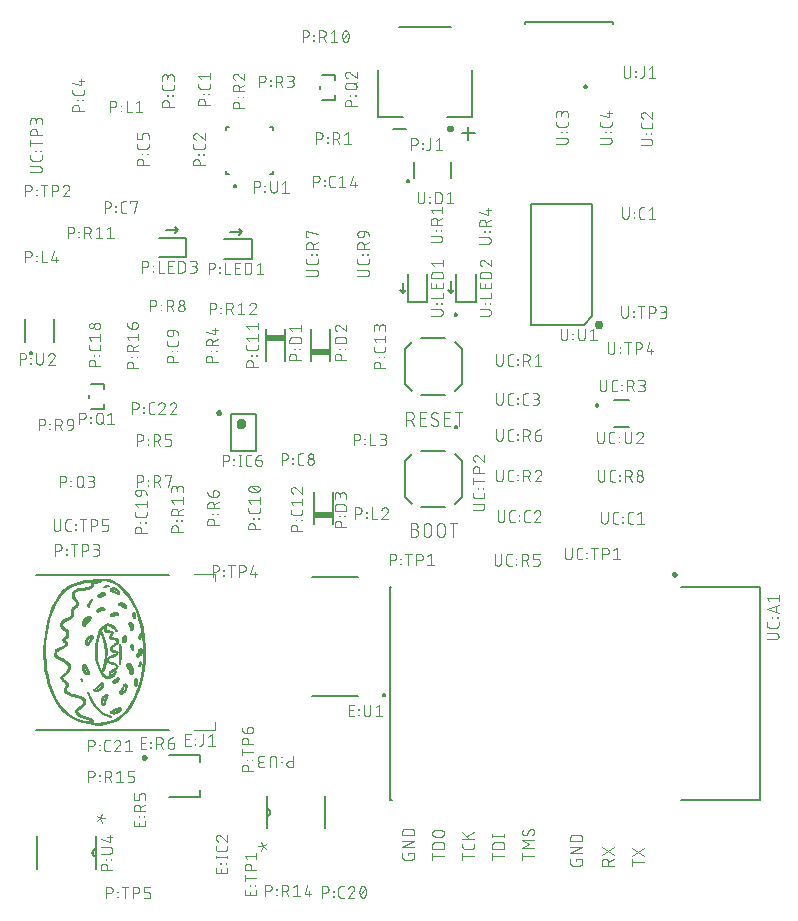
<source format=gto>
G04 EAGLE Gerber RS-274X export*
G75*
%MOMM*%
%FSLAX34Y34*%
%LPD*%
%INSilkscreen Top*%
%IPPOS*%
%AMOC8*
5,1,8,0,0,1.08239X$1,22.5*%
G01*
%ADD10C,0.152400*%
%ADD11C,0.101600*%
%ADD12C,0.076200*%
%ADD13C,0.150000*%
%ADD14C,0.127000*%
%ADD15R,1.600622X0.600700*%
%ADD16C,0.250000*%
%ADD17C,0.400000*%
%ADD18C,0.200000*%
%ADD19C,0.100000*%
%ADD20C,0.240000*%
%ADD21C,0.203200*%
%ADD22C,0.762000*%
%ADD23C,0.300000*%


D10*
X27620Y291270D02*
X140000Y291270D01*
X329692Y668754D02*
X340529Y668754D01*
X388112Y664944D02*
X398949Y664944D01*
X393531Y659525D02*
X393531Y670362D01*
X200660Y581660D02*
X191770Y581660D01*
X199390Y584200D02*
X201930Y581660D01*
X199390Y579120D01*
X146050Y582930D02*
X137160Y582930D01*
X144780Y585470D02*
X147320Y582930D01*
X144780Y580390D01*
X378460Y539750D02*
X378460Y530860D01*
X378460Y529590D02*
X381000Y532130D01*
X378460Y529590D02*
X375920Y532130D01*
X337820Y530860D02*
X337820Y538480D01*
X340360Y532130D02*
X337820Y529590D01*
X335280Y532130D01*
D11*
X340868Y428752D02*
X340868Y417068D01*
X340868Y428752D02*
X344114Y428752D01*
X344227Y428750D01*
X344340Y428744D01*
X344453Y428734D01*
X344566Y428720D01*
X344678Y428703D01*
X344789Y428681D01*
X344899Y428656D01*
X345009Y428626D01*
X345117Y428593D01*
X345224Y428556D01*
X345330Y428516D01*
X345434Y428471D01*
X345537Y428423D01*
X345638Y428372D01*
X345737Y428317D01*
X345834Y428259D01*
X345929Y428197D01*
X346022Y428132D01*
X346112Y428064D01*
X346200Y427993D01*
X346286Y427918D01*
X346369Y427841D01*
X346449Y427761D01*
X346526Y427678D01*
X346601Y427592D01*
X346672Y427504D01*
X346740Y427414D01*
X346805Y427321D01*
X346867Y427226D01*
X346925Y427129D01*
X346980Y427030D01*
X347031Y426929D01*
X347079Y426826D01*
X347124Y426722D01*
X347164Y426616D01*
X347201Y426509D01*
X347234Y426401D01*
X347264Y426291D01*
X347289Y426181D01*
X347311Y426070D01*
X347328Y425958D01*
X347342Y425845D01*
X347352Y425732D01*
X347358Y425619D01*
X347360Y425506D01*
X347358Y425393D01*
X347352Y425280D01*
X347342Y425167D01*
X347328Y425054D01*
X347311Y424942D01*
X347289Y424831D01*
X347264Y424721D01*
X347234Y424611D01*
X347201Y424503D01*
X347164Y424396D01*
X347124Y424290D01*
X347079Y424186D01*
X347031Y424083D01*
X346980Y423982D01*
X346925Y423883D01*
X346867Y423786D01*
X346805Y423691D01*
X346740Y423598D01*
X346672Y423508D01*
X346601Y423420D01*
X346526Y423334D01*
X346449Y423251D01*
X346369Y423171D01*
X346286Y423094D01*
X346200Y423019D01*
X346112Y422948D01*
X346022Y422880D01*
X345929Y422815D01*
X345834Y422753D01*
X345737Y422695D01*
X345638Y422640D01*
X345537Y422589D01*
X345434Y422541D01*
X345330Y422496D01*
X345224Y422456D01*
X345117Y422419D01*
X345009Y422386D01*
X344899Y422356D01*
X344789Y422331D01*
X344678Y422309D01*
X344566Y422292D01*
X344453Y422278D01*
X344340Y422268D01*
X344227Y422262D01*
X344114Y422260D01*
X344114Y422261D02*
X340868Y422261D01*
X344763Y422261D02*
X347359Y417068D01*
X352628Y417068D02*
X357821Y417068D01*
X352628Y417068D02*
X352628Y428752D01*
X357821Y428752D01*
X356523Y423559D02*
X352628Y423559D01*
X365644Y417068D02*
X365743Y417070D01*
X365843Y417076D01*
X365942Y417085D01*
X366040Y417098D01*
X366138Y417115D01*
X366236Y417136D01*
X366332Y417161D01*
X366427Y417189D01*
X366521Y417221D01*
X366614Y417256D01*
X366706Y417295D01*
X366796Y417338D01*
X366884Y417383D01*
X366971Y417433D01*
X367055Y417485D01*
X367138Y417541D01*
X367218Y417599D01*
X367296Y417661D01*
X367371Y417726D01*
X367444Y417794D01*
X367514Y417864D01*
X367582Y417937D01*
X367647Y418012D01*
X367709Y418090D01*
X367767Y418170D01*
X367823Y418253D01*
X367875Y418337D01*
X367925Y418424D01*
X367970Y418512D01*
X368013Y418602D01*
X368052Y418694D01*
X368087Y418787D01*
X368119Y418881D01*
X368147Y418976D01*
X368172Y419072D01*
X368193Y419170D01*
X368210Y419268D01*
X368223Y419366D01*
X368232Y419465D01*
X368238Y419565D01*
X368240Y419664D01*
X365644Y417068D02*
X365500Y417070D01*
X365355Y417076D01*
X365211Y417085D01*
X365068Y417098D01*
X364924Y417115D01*
X364781Y417136D01*
X364639Y417161D01*
X364498Y417189D01*
X364357Y417221D01*
X364217Y417257D01*
X364078Y417296D01*
X363940Y417339D01*
X363804Y417386D01*
X363668Y417436D01*
X363534Y417490D01*
X363402Y417547D01*
X363271Y417608D01*
X363142Y417672D01*
X363014Y417740D01*
X362888Y417810D01*
X362764Y417885D01*
X362643Y417962D01*
X362523Y418043D01*
X362405Y418126D01*
X362290Y418213D01*
X362177Y418303D01*
X362066Y418396D01*
X361958Y418491D01*
X361852Y418590D01*
X361749Y418691D01*
X362074Y426156D02*
X362076Y426255D01*
X362082Y426355D01*
X362091Y426454D01*
X362104Y426552D01*
X362121Y426650D01*
X362142Y426748D01*
X362167Y426844D01*
X362195Y426939D01*
X362227Y427033D01*
X362262Y427126D01*
X362301Y427218D01*
X362344Y427308D01*
X362389Y427396D01*
X362439Y427483D01*
X362491Y427567D01*
X362547Y427650D01*
X362605Y427730D01*
X362667Y427808D01*
X362732Y427883D01*
X362800Y427956D01*
X362870Y428026D01*
X362943Y428094D01*
X363018Y428159D01*
X363096Y428221D01*
X363176Y428279D01*
X363259Y428335D01*
X363343Y428387D01*
X363430Y428437D01*
X363518Y428482D01*
X363608Y428525D01*
X363700Y428564D01*
X363793Y428599D01*
X363887Y428631D01*
X363982Y428659D01*
X364079Y428684D01*
X364176Y428705D01*
X364274Y428722D01*
X364372Y428735D01*
X364471Y428744D01*
X364571Y428750D01*
X364670Y428752D01*
X364806Y428750D01*
X364942Y428744D01*
X365078Y428735D01*
X365214Y428722D01*
X365349Y428704D01*
X365483Y428684D01*
X365617Y428659D01*
X365751Y428631D01*
X365883Y428598D01*
X366014Y428563D01*
X366145Y428523D01*
X366274Y428480D01*
X366402Y428434D01*
X366528Y428383D01*
X366654Y428330D01*
X366777Y428272D01*
X366899Y428212D01*
X367019Y428148D01*
X367138Y428080D01*
X367254Y428010D01*
X367368Y427936D01*
X367481Y427859D01*
X367591Y427778D01*
X363372Y423884D02*
X363286Y423937D01*
X363202Y423994D01*
X363120Y424053D01*
X363040Y424116D01*
X362963Y424182D01*
X362888Y424250D01*
X362816Y424322D01*
X362747Y424396D01*
X362681Y424473D01*
X362618Y424552D01*
X362558Y424634D01*
X362501Y424718D01*
X362447Y424804D01*
X362397Y424892D01*
X362350Y424982D01*
X362306Y425073D01*
X362267Y425167D01*
X362230Y425261D01*
X362198Y425357D01*
X362169Y425455D01*
X362144Y425553D01*
X362123Y425652D01*
X362105Y425752D01*
X362092Y425852D01*
X362082Y425953D01*
X362076Y426055D01*
X362074Y426156D01*
X366942Y421936D02*
X367028Y421883D01*
X367112Y421826D01*
X367194Y421767D01*
X367274Y421704D01*
X367351Y421638D01*
X367426Y421570D01*
X367498Y421498D01*
X367567Y421424D01*
X367633Y421347D01*
X367696Y421268D01*
X367756Y421186D01*
X367813Y421102D01*
X367867Y421016D01*
X367917Y420928D01*
X367964Y420838D01*
X368008Y420747D01*
X368047Y420653D01*
X368084Y420559D01*
X368116Y420463D01*
X368145Y420365D01*
X368170Y420267D01*
X368191Y420168D01*
X368209Y420068D01*
X368222Y419968D01*
X368232Y419867D01*
X368238Y419765D01*
X368240Y419664D01*
X366942Y421936D02*
X363372Y423884D01*
X373202Y417068D02*
X378395Y417068D01*
X373202Y417068D02*
X373202Y428752D01*
X378395Y428752D01*
X377097Y423559D02*
X373202Y423559D01*
X385188Y428752D02*
X385188Y417068D01*
X381942Y428752D02*
X388433Y428752D01*
X347924Y329579D02*
X344678Y329579D01*
X347924Y329580D02*
X348037Y329578D01*
X348150Y329572D01*
X348263Y329562D01*
X348376Y329548D01*
X348488Y329531D01*
X348599Y329509D01*
X348709Y329484D01*
X348819Y329454D01*
X348927Y329421D01*
X349034Y329384D01*
X349140Y329344D01*
X349244Y329299D01*
X349347Y329251D01*
X349448Y329200D01*
X349547Y329145D01*
X349644Y329087D01*
X349739Y329025D01*
X349832Y328960D01*
X349922Y328892D01*
X350010Y328821D01*
X350096Y328746D01*
X350179Y328669D01*
X350259Y328589D01*
X350336Y328506D01*
X350411Y328420D01*
X350482Y328332D01*
X350550Y328242D01*
X350615Y328149D01*
X350677Y328054D01*
X350735Y327957D01*
X350790Y327858D01*
X350841Y327757D01*
X350889Y327654D01*
X350934Y327550D01*
X350974Y327444D01*
X351011Y327337D01*
X351044Y327229D01*
X351074Y327119D01*
X351099Y327009D01*
X351121Y326898D01*
X351138Y326786D01*
X351152Y326673D01*
X351162Y326560D01*
X351168Y326447D01*
X351170Y326334D01*
X351168Y326221D01*
X351162Y326108D01*
X351152Y325995D01*
X351138Y325882D01*
X351121Y325770D01*
X351099Y325659D01*
X351074Y325549D01*
X351044Y325439D01*
X351011Y325331D01*
X350974Y325224D01*
X350934Y325118D01*
X350889Y325014D01*
X350841Y324911D01*
X350790Y324810D01*
X350735Y324711D01*
X350677Y324614D01*
X350615Y324519D01*
X350550Y324426D01*
X350482Y324336D01*
X350411Y324248D01*
X350336Y324162D01*
X350259Y324079D01*
X350179Y323999D01*
X350096Y323922D01*
X350010Y323847D01*
X349922Y323776D01*
X349832Y323708D01*
X349739Y323643D01*
X349644Y323581D01*
X349547Y323523D01*
X349448Y323468D01*
X349347Y323417D01*
X349244Y323369D01*
X349140Y323324D01*
X349034Y323284D01*
X348927Y323247D01*
X348819Y323214D01*
X348709Y323184D01*
X348599Y323159D01*
X348488Y323137D01*
X348376Y323120D01*
X348263Y323106D01*
X348150Y323096D01*
X348037Y323090D01*
X347924Y323088D01*
X344678Y323088D01*
X344678Y334772D01*
X347924Y334772D01*
X348025Y334770D01*
X348125Y334764D01*
X348225Y334754D01*
X348325Y334741D01*
X348424Y334723D01*
X348523Y334702D01*
X348620Y334677D01*
X348717Y334648D01*
X348812Y334615D01*
X348906Y334579D01*
X348998Y334539D01*
X349089Y334496D01*
X349178Y334449D01*
X349265Y334399D01*
X349351Y334345D01*
X349434Y334288D01*
X349514Y334228D01*
X349593Y334165D01*
X349669Y334098D01*
X349742Y334029D01*
X349812Y333957D01*
X349880Y333883D01*
X349945Y333806D01*
X350006Y333726D01*
X350065Y333644D01*
X350120Y333560D01*
X350172Y333474D01*
X350221Y333386D01*
X350266Y333296D01*
X350308Y333204D01*
X350346Y333111D01*
X350380Y333016D01*
X350411Y332921D01*
X350438Y332824D01*
X350461Y332726D01*
X350481Y332627D01*
X350496Y332527D01*
X350508Y332427D01*
X350516Y332327D01*
X350520Y332226D01*
X350520Y332126D01*
X350516Y332025D01*
X350508Y331925D01*
X350496Y331825D01*
X350481Y331725D01*
X350461Y331626D01*
X350438Y331528D01*
X350411Y331431D01*
X350380Y331336D01*
X350346Y331241D01*
X350308Y331148D01*
X350266Y331056D01*
X350221Y330966D01*
X350172Y330878D01*
X350120Y330792D01*
X350065Y330708D01*
X350006Y330626D01*
X349945Y330546D01*
X349880Y330469D01*
X349812Y330395D01*
X349742Y330323D01*
X349669Y330254D01*
X349593Y330187D01*
X349514Y330124D01*
X349434Y330064D01*
X349351Y330007D01*
X349265Y329953D01*
X349178Y329903D01*
X349089Y329856D01*
X348998Y329813D01*
X348906Y329773D01*
X348812Y329737D01*
X348717Y329704D01*
X348620Y329675D01*
X348523Y329650D01*
X348424Y329629D01*
X348325Y329611D01*
X348225Y329598D01*
X348125Y329588D01*
X348025Y329582D01*
X347924Y329580D01*
X355558Y331526D02*
X355558Y326334D01*
X355557Y331526D02*
X355559Y331639D01*
X355565Y331752D01*
X355575Y331865D01*
X355589Y331978D01*
X355606Y332090D01*
X355628Y332201D01*
X355653Y332311D01*
X355683Y332421D01*
X355716Y332529D01*
X355753Y332636D01*
X355793Y332742D01*
X355838Y332846D01*
X355886Y332949D01*
X355937Y333050D01*
X355992Y333149D01*
X356050Y333246D01*
X356112Y333341D01*
X356177Y333434D01*
X356245Y333524D01*
X356316Y333612D01*
X356391Y333698D01*
X356468Y333781D01*
X356548Y333861D01*
X356631Y333938D01*
X356717Y334013D01*
X356805Y334084D01*
X356895Y334152D01*
X356988Y334217D01*
X357083Y334279D01*
X357180Y334337D01*
X357279Y334392D01*
X357380Y334443D01*
X357483Y334491D01*
X357587Y334536D01*
X357693Y334576D01*
X357800Y334613D01*
X357908Y334646D01*
X358018Y334676D01*
X358128Y334701D01*
X358239Y334723D01*
X358351Y334740D01*
X358464Y334754D01*
X358577Y334764D01*
X358690Y334770D01*
X358803Y334772D01*
X358916Y334770D01*
X359029Y334764D01*
X359142Y334754D01*
X359255Y334740D01*
X359367Y334723D01*
X359478Y334701D01*
X359588Y334676D01*
X359698Y334646D01*
X359806Y334613D01*
X359913Y334576D01*
X360019Y334536D01*
X360123Y334491D01*
X360226Y334443D01*
X360327Y334392D01*
X360426Y334337D01*
X360523Y334279D01*
X360618Y334217D01*
X360711Y334152D01*
X360801Y334084D01*
X360889Y334013D01*
X360975Y333938D01*
X361058Y333861D01*
X361138Y333781D01*
X361215Y333698D01*
X361290Y333612D01*
X361361Y333524D01*
X361429Y333434D01*
X361494Y333341D01*
X361556Y333246D01*
X361614Y333149D01*
X361669Y333050D01*
X361720Y332949D01*
X361768Y332846D01*
X361813Y332742D01*
X361853Y332636D01*
X361890Y332529D01*
X361923Y332421D01*
X361953Y332311D01*
X361978Y332201D01*
X362000Y332090D01*
X362017Y331978D01*
X362031Y331865D01*
X362041Y331752D01*
X362047Y331639D01*
X362049Y331526D01*
X362049Y326334D01*
X362047Y326221D01*
X362041Y326108D01*
X362031Y325995D01*
X362017Y325882D01*
X362000Y325770D01*
X361978Y325659D01*
X361953Y325549D01*
X361923Y325439D01*
X361890Y325331D01*
X361853Y325224D01*
X361813Y325118D01*
X361768Y325014D01*
X361720Y324911D01*
X361669Y324810D01*
X361614Y324711D01*
X361556Y324614D01*
X361494Y324519D01*
X361429Y324426D01*
X361361Y324336D01*
X361290Y324248D01*
X361215Y324162D01*
X361138Y324079D01*
X361058Y323999D01*
X360975Y323922D01*
X360889Y323847D01*
X360801Y323776D01*
X360711Y323708D01*
X360618Y323643D01*
X360523Y323581D01*
X360426Y323523D01*
X360327Y323468D01*
X360226Y323417D01*
X360123Y323369D01*
X360019Y323324D01*
X359913Y323284D01*
X359806Y323247D01*
X359698Y323214D01*
X359588Y323184D01*
X359478Y323159D01*
X359367Y323137D01*
X359255Y323120D01*
X359142Y323106D01*
X359029Y323096D01*
X358916Y323090D01*
X358803Y323088D01*
X358690Y323090D01*
X358577Y323096D01*
X358464Y323106D01*
X358351Y323120D01*
X358239Y323137D01*
X358128Y323159D01*
X358018Y323184D01*
X357908Y323214D01*
X357800Y323247D01*
X357693Y323284D01*
X357587Y323324D01*
X357483Y323369D01*
X357380Y323417D01*
X357279Y323468D01*
X357180Y323523D01*
X357083Y323581D01*
X356988Y323643D01*
X356895Y323708D01*
X356805Y323776D01*
X356717Y323847D01*
X356631Y323922D01*
X356548Y323999D01*
X356468Y324079D01*
X356391Y324162D01*
X356316Y324248D01*
X356245Y324336D01*
X356177Y324426D01*
X356112Y324519D01*
X356050Y324614D01*
X355992Y324711D01*
X355937Y324810D01*
X355886Y324911D01*
X355838Y325014D01*
X355793Y325118D01*
X355753Y325224D01*
X355716Y325331D01*
X355683Y325439D01*
X355653Y325549D01*
X355628Y325659D01*
X355606Y325770D01*
X355589Y325882D01*
X355575Y325995D01*
X355565Y326108D01*
X355559Y326221D01*
X355557Y326334D01*
X366988Y326334D02*
X366988Y331526D01*
X366987Y331526D02*
X366989Y331639D01*
X366995Y331752D01*
X367005Y331865D01*
X367019Y331978D01*
X367036Y332090D01*
X367058Y332201D01*
X367083Y332311D01*
X367113Y332421D01*
X367146Y332529D01*
X367183Y332636D01*
X367223Y332742D01*
X367268Y332846D01*
X367316Y332949D01*
X367367Y333050D01*
X367422Y333149D01*
X367480Y333246D01*
X367542Y333341D01*
X367607Y333434D01*
X367675Y333524D01*
X367746Y333612D01*
X367821Y333698D01*
X367898Y333781D01*
X367978Y333861D01*
X368061Y333938D01*
X368147Y334013D01*
X368235Y334084D01*
X368325Y334152D01*
X368418Y334217D01*
X368513Y334279D01*
X368610Y334337D01*
X368709Y334392D01*
X368810Y334443D01*
X368913Y334491D01*
X369017Y334536D01*
X369123Y334576D01*
X369230Y334613D01*
X369338Y334646D01*
X369448Y334676D01*
X369558Y334701D01*
X369669Y334723D01*
X369781Y334740D01*
X369894Y334754D01*
X370007Y334764D01*
X370120Y334770D01*
X370233Y334772D01*
X370346Y334770D01*
X370459Y334764D01*
X370572Y334754D01*
X370685Y334740D01*
X370797Y334723D01*
X370908Y334701D01*
X371018Y334676D01*
X371128Y334646D01*
X371236Y334613D01*
X371343Y334576D01*
X371449Y334536D01*
X371553Y334491D01*
X371656Y334443D01*
X371757Y334392D01*
X371856Y334337D01*
X371953Y334279D01*
X372048Y334217D01*
X372141Y334152D01*
X372231Y334084D01*
X372319Y334013D01*
X372405Y333938D01*
X372488Y333861D01*
X372568Y333781D01*
X372645Y333698D01*
X372720Y333612D01*
X372791Y333524D01*
X372859Y333434D01*
X372924Y333341D01*
X372986Y333246D01*
X373044Y333149D01*
X373099Y333050D01*
X373150Y332949D01*
X373198Y332846D01*
X373243Y332742D01*
X373283Y332636D01*
X373320Y332529D01*
X373353Y332421D01*
X373383Y332311D01*
X373408Y332201D01*
X373430Y332090D01*
X373447Y331978D01*
X373461Y331865D01*
X373471Y331752D01*
X373477Y331639D01*
X373479Y331526D01*
X373479Y326334D01*
X373477Y326221D01*
X373471Y326108D01*
X373461Y325995D01*
X373447Y325882D01*
X373430Y325770D01*
X373408Y325659D01*
X373383Y325549D01*
X373353Y325439D01*
X373320Y325331D01*
X373283Y325224D01*
X373243Y325118D01*
X373198Y325014D01*
X373150Y324911D01*
X373099Y324810D01*
X373044Y324711D01*
X372986Y324614D01*
X372924Y324519D01*
X372859Y324426D01*
X372791Y324336D01*
X372720Y324248D01*
X372645Y324162D01*
X372568Y324079D01*
X372488Y323999D01*
X372405Y323922D01*
X372319Y323847D01*
X372231Y323776D01*
X372141Y323708D01*
X372048Y323643D01*
X371953Y323581D01*
X371856Y323523D01*
X371757Y323468D01*
X371656Y323417D01*
X371553Y323369D01*
X371449Y323324D01*
X371343Y323284D01*
X371236Y323247D01*
X371128Y323214D01*
X371018Y323184D01*
X370908Y323159D01*
X370797Y323137D01*
X370685Y323120D01*
X370572Y323106D01*
X370459Y323096D01*
X370346Y323090D01*
X370233Y323088D01*
X370120Y323090D01*
X370007Y323096D01*
X369894Y323106D01*
X369781Y323120D01*
X369669Y323137D01*
X369558Y323159D01*
X369448Y323184D01*
X369338Y323214D01*
X369230Y323247D01*
X369123Y323284D01*
X369017Y323324D01*
X368913Y323369D01*
X368810Y323417D01*
X368709Y323468D01*
X368610Y323523D01*
X368513Y323581D01*
X368418Y323643D01*
X368325Y323708D01*
X368235Y323776D01*
X368147Y323847D01*
X368061Y323922D01*
X367978Y323999D01*
X367898Y324079D01*
X367821Y324162D01*
X367746Y324248D01*
X367675Y324336D01*
X367607Y324426D01*
X367542Y324519D01*
X367480Y324614D01*
X367422Y324711D01*
X367367Y324810D01*
X367316Y324911D01*
X367268Y325014D01*
X367223Y325118D01*
X367183Y325224D01*
X367146Y325331D01*
X367113Y325439D01*
X367083Y325549D01*
X367058Y325659D01*
X367036Y325770D01*
X367019Y325882D01*
X367005Y325995D01*
X366995Y326108D01*
X366989Y326221D01*
X366987Y326334D01*
X380901Y323088D02*
X380901Y334772D01*
X377656Y334772D02*
X384147Y334772D01*
D12*
X484262Y50408D02*
X484262Y48735D01*
X484262Y50408D02*
X489839Y50408D01*
X489839Y47062D01*
X489837Y46970D01*
X489831Y46878D01*
X489822Y46786D01*
X489809Y46695D01*
X489792Y46604D01*
X489771Y46514D01*
X489746Y46425D01*
X489718Y46338D01*
X489686Y46251D01*
X489651Y46166D01*
X489612Y46082D01*
X489570Y46000D01*
X489525Y45920D01*
X489476Y45842D01*
X489424Y45766D01*
X489369Y45692D01*
X489310Y45620D01*
X489249Y45551D01*
X489186Y45484D01*
X489119Y45421D01*
X489050Y45360D01*
X488978Y45301D01*
X488904Y45246D01*
X488828Y45194D01*
X488750Y45145D01*
X488670Y45100D01*
X488588Y45058D01*
X488504Y45019D01*
X488419Y44984D01*
X488332Y44952D01*
X488245Y44924D01*
X488156Y44899D01*
X488066Y44878D01*
X487975Y44861D01*
X487884Y44848D01*
X487792Y44839D01*
X487700Y44833D01*
X487608Y44831D01*
X482032Y44831D01*
X481940Y44833D01*
X481848Y44839D01*
X481756Y44848D01*
X481665Y44861D01*
X481574Y44878D01*
X481484Y44899D01*
X481395Y44924D01*
X481308Y44952D01*
X481221Y44984D01*
X481136Y45019D01*
X481052Y45058D01*
X480970Y45100D01*
X480890Y45145D01*
X480812Y45194D01*
X480736Y45246D01*
X480662Y45301D01*
X480590Y45360D01*
X480521Y45421D01*
X480454Y45484D01*
X480391Y45551D01*
X480330Y45620D01*
X480271Y45692D01*
X480216Y45766D01*
X480164Y45842D01*
X480115Y45920D01*
X480070Y46000D01*
X480028Y46082D01*
X479989Y46166D01*
X479954Y46251D01*
X479922Y46338D01*
X479894Y46425D01*
X479869Y46514D01*
X479848Y46604D01*
X479831Y46695D01*
X479818Y46786D01*
X479809Y46878D01*
X479803Y46970D01*
X479801Y47062D01*
X479801Y50408D01*
X479801Y55199D02*
X489839Y55199D01*
X489839Y60776D02*
X479801Y55199D01*
X479801Y60776D02*
X489839Y60776D01*
X489839Y65567D02*
X479801Y65567D01*
X479801Y68355D01*
X479803Y68459D01*
X479809Y68563D01*
X479819Y68667D01*
X479832Y68771D01*
X479850Y68873D01*
X479871Y68975D01*
X479896Y69077D01*
X479925Y69177D01*
X479957Y69276D01*
X479994Y69374D01*
X480034Y69470D01*
X480077Y69565D01*
X480124Y69658D01*
X480175Y69749D01*
X480228Y69838D01*
X480285Y69926D01*
X480346Y70011D01*
X480409Y70093D01*
X480476Y70174D01*
X480545Y70251D01*
X480618Y70326D01*
X480693Y70399D01*
X480770Y70468D01*
X480851Y70535D01*
X480933Y70598D01*
X481018Y70659D01*
X481106Y70716D01*
X481195Y70769D01*
X481286Y70820D01*
X481379Y70867D01*
X481474Y70910D01*
X481570Y70950D01*
X481668Y70987D01*
X481767Y71019D01*
X481867Y71048D01*
X481969Y71073D01*
X482071Y71094D01*
X482173Y71112D01*
X482277Y71125D01*
X482381Y71135D01*
X482485Y71141D01*
X482589Y71143D01*
X482589Y71144D02*
X487051Y71144D01*
X487051Y71143D02*
X487155Y71141D01*
X487259Y71135D01*
X487363Y71125D01*
X487467Y71112D01*
X487569Y71094D01*
X487671Y71073D01*
X487773Y71048D01*
X487873Y71019D01*
X487972Y70987D01*
X488070Y70950D01*
X488166Y70910D01*
X488261Y70867D01*
X488354Y70820D01*
X488445Y70769D01*
X488534Y70716D01*
X488622Y70659D01*
X488707Y70598D01*
X488789Y70535D01*
X488870Y70468D01*
X488947Y70399D01*
X489022Y70326D01*
X489095Y70251D01*
X489164Y70174D01*
X489231Y70093D01*
X489294Y70011D01*
X489355Y69926D01*
X489412Y69838D01*
X489465Y69749D01*
X489516Y69658D01*
X489563Y69565D01*
X489606Y69470D01*
X489646Y69374D01*
X489683Y69276D01*
X489715Y69177D01*
X489744Y69077D01*
X489769Y68975D01*
X489790Y68873D01*
X489808Y68771D01*
X489821Y68667D01*
X489831Y68563D01*
X489837Y68459D01*
X489839Y68355D01*
X489839Y65567D01*
X506471Y44831D02*
X516509Y44831D01*
X506471Y44831D02*
X506471Y47619D01*
X506473Y47723D01*
X506479Y47827D01*
X506489Y47931D01*
X506502Y48035D01*
X506520Y48137D01*
X506541Y48239D01*
X506566Y48341D01*
X506595Y48441D01*
X506627Y48540D01*
X506664Y48638D01*
X506704Y48734D01*
X506747Y48829D01*
X506794Y48922D01*
X506845Y49013D01*
X506898Y49102D01*
X506955Y49190D01*
X507016Y49275D01*
X507079Y49357D01*
X507146Y49438D01*
X507215Y49515D01*
X507288Y49590D01*
X507363Y49663D01*
X507440Y49732D01*
X507521Y49799D01*
X507603Y49862D01*
X507688Y49923D01*
X507776Y49980D01*
X507865Y50033D01*
X507956Y50084D01*
X508049Y50131D01*
X508144Y50174D01*
X508240Y50214D01*
X508338Y50251D01*
X508437Y50283D01*
X508537Y50312D01*
X508639Y50337D01*
X508741Y50358D01*
X508843Y50376D01*
X508947Y50389D01*
X509051Y50399D01*
X509155Y50405D01*
X509259Y50407D01*
X509363Y50405D01*
X509467Y50399D01*
X509571Y50389D01*
X509675Y50376D01*
X509777Y50358D01*
X509879Y50337D01*
X509981Y50312D01*
X510081Y50283D01*
X510180Y50251D01*
X510278Y50214D01*
X510374Y50174D01*
X510469Y50131D01*
X510562Y50084D01*
X510653Y50033D01*
X510742Y49980D01*
X510830Y49923D01*
X510915Y49862D01*
X510997Y49799D01*
X511078Y49732D01*
X511155Y49663D01*
X511230Y49590D01*
X511303Y49515D01*
X511372Y49438D01*
X511439Y49357D01*
X511502Y49275D01*
X511563Y49190D01*
X511620Y49102D01*
X511673Y49013D01*
X511724Y48922D01*
X511771Y48829D01*
X511814Y48734D01*
X511854Y48638D01*
X511891Y48540D01*
X511923Y48441D01*
X511952Y48341D01*
X511977Y48239D01*
X511998Y48137D01*
X512016Y48035D01*
X512029Y47931D01*
X512039Y47827D01*
X512045Y47723D01*
X512047Y47619D01*
X512048Y47619D02*
X512048Y44831D01*
X512048Y48177D02*
X516509Y50408D01*
X516509Y53934D02*
X506471Y60626D01*
X506471Y53934D02*
X516509Y60626D01*
X531871Y47619D02*
X541909Y47619D01*
X531871Y44831D02*
X531871Y50408D01*
X531871Y60037D02*
X541909Y53345D01*
X541909Y60037D02*
X531871Y53345D01*
X342022Y53815D02*
X342022Y55488D01*
X347599Y55488D01*
X347599Y52142D01*
X347597Y52050D01*
X347591Y51958D01*
X347582Y51866D01*
X347569Y51775D01*
X347552Y51684D01*
X347531Y51594D01*
X347506Y51505D01*
X347478Y51418D01*
X347446Y51331D01*
X347411Y51246D01*
X347372Y51162D01*
X347330Y51080D01*
X347285Y51000D01*
X347236Y50922D01*
X347184Y50846D01*
X347129Y50772D01*
X347070Y50700D01*
X347009Y50631D01*
X346946Y50564D01*
X346879Y50501D01*
X346810Y50440D01*
X346738Y50381D01*
X346664Y50326D01*
X346588Y50274D01*
X346510Y50225D01*
X346430Y50180D01*
X346348Y50138D01*
X346264Y50099D01*
X346179Y50064D01*
X346092Y50032D01*
X346005Y50004D01*
X345916Y49979D01*
X345826Y49958D01*
X345735Y49941D01*
X345644Y49928D01*
X345552Y49919D01*
X345460Y49913D01*
X345368Y49911D01*
X339792Y49911D01*
X339700Y49913D01*
X339608Y49919D01*
X339516Y49928D01*
X339425Y49941D01*
X339334Y49958D01*
X339244Y49979D01*
X339155Y50004D01*
X339068Y50032D01*
X338981Y50064D01*
X338896Y50099D01*
X338812Y50138D01*
X338730Y50180D01*
X338650Y50225D01*
X338572Y50274D01*
X338496Y50326D01*
X338422Y50381D01*
X338350Y50440D01*
X338281Y50501D01*
X338214Y50564D01*
X338151Y50631D01*
X338090Y50700D01*
X338031Y50772D01*
X337976Y50846D01*
X337924Y50922D01*
X337875Y51000D01*
X337830Y51080D01*
X337788Y51162D01*
X337749Y51246D01*
X337714Y51331D01*
X337682Y51418D01*
X337654Y51505D01*
X337629Y51594D01*
X337608Y51684D01*
X337591Y51775D01*
X337578Y51866D01*
X337569Y51958D01*
X337563Y52050D01*
X337561Y52142D01*
X337561Y55488D01*
X337561Y60279D02*
X347599Y60279D01*
X347599Y65856D02*
X337561Y60279D01*
X337561Y65856D02*
X347599Y65856D01*
X347599Y70647D02*
X337561Y70647D01*
X337561Y73435D01*
X337563Y73539D01*
X337569Y73643D01*
X337579Y73747D01*
X337592Y73851D01*
X337610Y73953D01*
X337631Y74055D01*
X337656Y74157D01*
X337685Y74257D01*
X337717Y74356D01*
X337754Y74454D01*
X337794Y74550D01*
X337837Y74645D01*
X337884Y74738D01*
X337935Y74829D01*
X337988Y74918D01*
X338045Y75006D01*
X338106Y75091D01*
X338169Y75173D01*
X338236Y75254D01*
X338305Y75331D01*
X338378Y75406D01*
X338453Y75479D01*
X338530Y75548D01*
X338611Y75615D01*
X338693Y75678D01*
X338778Y75739D01*
X338866Y75796D01*
X338955Y75849D01*
X339046Y75900D01*
X339139Y75947D01*
X339234Y75990D01*
X339330Y76030D01*
X339428Y76067D01*
X339527Y76099D01*
X339627Y76128D01*
X339729Y76153D01*
X339831Y76174D01*
X339933Y76192D01*
X340037Y76205D01*
X340141Y76215D01*
X340245Y76221D01*
X340349Y76223D01*
X340349Y76224D02*
X344811Y76224D01*
X344811Y76223D02*
X344915Y76221D01*
X345019Y76215D01*
X345123Y76205D01*
X345227Y76192D01*
X345329Y76174D01*
X345431Y76153D01*
X345533Y76128D01*
X345633Y76099D01*
X345732Y76067D01*
X345830Y76030D01*
X345926Y75990D01*
X346021Y75947D01*
X346114Y75900D01*
X346205Y75849D01*
X346294Y75796D01*
X346382Y75739D01*
X346467Y75678D01*
X346549Y75615D01*
X346630Y75548D01*
X346707Y75479D01*
X346782Y75406D01*
X346855Y75331D01*
X346924Y75254D01*
X346991Y75173D01*
X347054Y75091D01*
X347115Y75006D01*
X347172Y74918D01*
X347225Y74829D01*
X347276Y74738D01*
X347323Y74645D01*
X347366Y74550D01*
X347406Y74454D01*
X347443Y74356D01*
X347475Y74257D01*
X347504Y74157D01*
X347529Y74055D01*
X347550Y73953D01*
X347568Y73851D01*
X347581Y73747D01*
X347591Y73643D01*
X347597Y73539D01*
X347599Y73435D01*
X347599Y70647D01*
X362961Y52699D02*
X372999Y52699D01*
X362961Y49911D02*
X362961Y55488D01*
X362961Y59307D02*
X372999Y59307D01*
X362961Y59307D02*
X362961Y62095D01*
X362963Y62199D01*
X362969Y62303D01*
X362979Y62407D01*
X362992Y62511D01*
X363010Y62613D01*
X363031Y62715D01*
X363056Y62817D01*
X363085Y62917D01*
X363117Y63016D01*
X363154Y63114D01*
X363194Y63210D01*
X363237Y63305D01*
X363284Y63398D01*
X363335Y63489D01*
X363388Y63578D01*
X363445Y63666D01*
X363506Y63751D01*
X363569Y63833D01*
X363636Y63914D01*
X363705Y63991D01*
X363778Y64066D01*
X363853Y64139D01*
X363930Y64208D01*
X364011Y64275D01*
X364093Y64338D01*
X364178Y64399D01*
X364266Y64456D01*
X364355Y64509D01*
X364446Y64560D01*
X364539Y64607D01*
X364634Y64650D01*
X364730Y64690D01*
X364828Y64727D01*
X364927Y64759D01*
X365027Y64788D01*
X365129Y64813D01*
X365231Y64834D01*
X365333Y64852D01*
X365437Y64865D01*
X365541Y64875D01*
X365645Y64881D01*
X365749Y64883D01*
X365749Y64884D02*
X370211Y64884D01*
X370211Y64883D02*
X370315Y64881D01*
X370419Y64875D01*
X370523Y64865D01*
X370627Y64852D01*
X370729Y64834D01*
X370831Y64813D01*
X370933Y64788D01*
X371033Y64759D01*
X371132Y64727D01*
X371230Y64690D01*
X371326Y64650D01*
X371421Y64607D01*
X371514Y64560D01*
X371605Y64509D01*
X371694Y64456D01*
X371782Y64399D01*
X371867Y64338D01*
X371949Y64275D01*
X372030Y64208D01*
X372107Y64139D01*
X372182Y64066D01*
X372255Y63991D01*
X372324Y63914D01*
X372391Y63833D01*
X372454Y63751D01*
X372515Y63666D01*
X372572Y63578D01*
X372625Y63489D01*
X372676Y63398D01*
X372723Y63305D01*
X372766Y63210D01*
X372806Y63114D01*
X372843Y63016D01*
X372875Y62917D01*
X372904Y62817D01*
X372929Y62715D01*
X372950Y62613D01*
X372968Y62511D01*
X372981Y62407D01*
X372991Y62303D01*
X372997Y62199D01*
X372999Y62095D01*
X372999Y59307D01*
X370211Y69351D02*
X365749Y69351D01*
X365645Y69353D01*
X365541Y69359D01*
X365437Y69369D01*
X365333Y69382D01*
X365231Y69400D01*
X365129Y69421D01*
X365027Y69446D01*
X364927Y69475D01*
X364828Y69507D01*
X364730Y69544D01*
X364634Y69584D01*
X364539Y69627D01*
X364446Y69674D01*
X364355Y69725D01*
X364266Y69778D01*
X364178Y69835D01*
X364093Y69896D01*
X364011Y69959D01*
X363930Y70026D01*
X363853Y70095D01*
X363778Y70168D01*
X363705Y70243D01*
X363636Y70320D01*
X363569Y70401D01*
X363506Y70483D01*
X363445Y70568D01*
X363388Y70656D01*
X363335Y70745D01*
X363284Y70836D01*
X363237Y70929D01*
X363194Y71024D01*
X363154Y71120D01*
X363117Y71218D01*
X363085Y71317D01*
X363056Y71417D01*
X363031Y71519D01*
X363010Y71621D01*
X362992Y71723D01*
X362979Y71827D01*
X362969Y71931D01*
X362963Y72035D01*
X362961Y72139D01*
X362963Y72243D01*
X362969Y72347D01*
X362979Y72451D01*
X362992Y72555D01*
X363010Y72657D01*
X363031Y72759D01*
X363056Y72861D01*
X363085Y72961D01*
X363117Y73060D01*
X363154Y73158D01*
X363194Y73254D01*
X363237Y73349D01*
X363284Y73442D01*
X363335Y73533D01*
X363388Y73622D01*
X363445Y73710D01*
X363506Y73795D01*
X363569Y73877D01*
X363636Y73958D01*
X363705Y74035D01*
X363778Y74110D01*
X363853Y74183D01*
X363930Y74252D01*
X364011Y74319D01*
X364093Y74382D01*
X364178Y74443D01*
X364266Y74500D01*
X364355Y74553D01*
X364446Y74604D01*
X364539Y74651D01*
X364634Y74694D01*
X364730Y74734D01*
X364828Y74771D01*
X364927Y74803D01*
X365027Y74832D01*
X365129Y74857D01*
X365231Y74878D01*
X365333Y74896D01*
X365437Y74909D01*
X365541Y74919D01*
X365645Y74925D01*
X365749Y74927D01*
X365749Y74928D02*
X370211Y74928D01*
X370211Y74927D02*
X370315Y74925D01*
X370419Y74919D01*
X370523Y74909D01*
X370627Y74896D01*
X370729Y74878D01*
X370831Y74857D01*
X370933Y74832D01*
X371033Y74803D01*
X371132Y74771D01*
X371230Y74734D01*
X371326Y74694D01*
X371421Y74651D01*
X371514Y74604D01*
X371605Y74553D01*
X371694Y74500D01*
X371782Y74443D01*
X371867Y74382D01*
X371949Y74319D01*
X372030Y74252D01*
X372107Y74183D01*
X372182Y74110D01*
X372255Y74035D01*
X372324Y73958D01*
X372391Y73877D01*
X372454Y73795D01*
X372515Y73710D01*
X372572Y73622D01*
X372625Y73533D01*
X372676Y73442D01*
X372723Y73349D01*
X372766Y73254D01*
X372806Y73158D01*
X372843Y73060D01*
X372875Y72961D01*
X372904Y72861D01*
X372929Y72759D01*
X372950Y72657D01*
X372968Y72555D01*
X372981Y72451D01*
X372991Y72347D01*
X372997Y72243D01*
X372999Y72139D01*
X372997Y72035D01*
X372991Y71931D01*
X372981Y71827D01*
X372968Y71723D01*
X372950Y71621D01*
X372929Y71519D01*
X372904Y71417D01*
X372875Y71317D01*
X372843Y71218D01*
X372806Y71120D01*
X372766Y71024D01*
X372723Y70929D01*
X372676Y70836D01*
X372625Y70745D01*
X372572Y70656D01*
X372515Y70568D01*
X372454Y70483D01*
X372391Y70401D01*
X372324Y70320D01*
X372255Y70243D01*
X372182Y70168D01*
X372107Y70095D01*
X372030Y70026D01*
X371949Y69959D01*
X371867Y69896D01*
X371782Y69835D01*
X371694Y69778D01*
X371605Y69725D01*
X371514Y69674D01*
X371421Y69627D01*
X371326Y69584D01*
X371230Y69544D01*
X371132Y69507D01*
X371033Y69475D01*
X370933Y69446D01*
X370831Y69421D01*
X370729Y69400D01*
X370627Y69382D01*
X370523Y69369D01*
X370419Y69359D01*
X370315Y69353D01*
X370211Y69351D01*
X388361Y52699D02*
X398399Y52699D01*
X388361Y49911D02*
X388361Y55488D01*
X398399Y61187D02*
X398399Y63418D01*
X398399Y61187D02*
X398397Y61095D01*
X398391Y61003D01*
X398382Y60911D01*
X398369Y60820D01*
X398352Y60729D01*
X398331Y60639D01*
X398306Y60550D01*
X398278Y60463D01*
X398246Y60376D01*
X398211Y60291D01*
X398172Y60207D01*
X398130Y60125D01*
X398085Y60045D01*
X398036Y59967D01*
X397984Y59891D01*
X397929Y59817D01*
X397870Y59745D01*
X397809Y59676D01*
X397746Y59609D01*
X397679Y59546D01*
X397610Y59485D01*
X397538Y59426D01*
X397464Y59371D01*
X397388Y59319D01*
X397310Y59270D01*
X397230Y59225D01*
X397148Y59183D01*
X397064Y59144D01*
X396979Y59109D01*
X396892Y59077D01*
X396805Y59049D01*
X396716Y59024D01*
X396626Y59003D01*
X396535Y58986D01*
X396444Y58973D01*
X396352Y58964D01*
X396260Y58958D01*
X396168Y58956D01*
X390592Y58956D01*
X390500Y58958D01*
X390408Y58964D01*
X390316Y58973D01*
X390225Y58986D01*
X390134Y59003D01*
X390044Y59024D01*
X389955Y59049D01*
X389868Y59077D01*
X389781Y59109D01*
X389696Y59144D01*
X389612Y59183D01*
X389530Y59225D01*
X389450Y59270D01*
X389372Y59319D01*
X389296Y59371D01*
X389222Y59426D01*
X389150Y59485D01*
X389081Y59546D01*
X389014Y59609D01*
X388951Y59676D01*
X388890Y59745D01*
X388831Y59817D01*
X388776Y59891D01*
X388724Y59967D01*
X388675Y60045D01*
X388630Y60125D01*
X388588Y60207D01*
X388549Y60291D01*
X388514Y60376D01*
X388482Y60463D01*
X388454Y60550D01*
X388429Y60639D01*
X388408Y60729D01*
X388391Y60820D01*
X388378Y60911D01*
X388369Y61003D01*
X388363Y61095D01*
X388361Y61187D01*
X388361Y63418D01*
X388361Y67542D02*
X398399Y67542D01*
X394495Y67542D02*
X388361Y73119D01*
X392265Y69773D02*
X398399Y73119D01*
X413761Y52699D02*
X423799Y52699D01*
X413761Y49911D02*
X413761Y55488D01*
X413761Y59307D02*
X423799Y59307D01*
X413761Y59307D02*
X413761Y62095D01*
X413763Y62199D01*
X413769Y62303D01*
X413779Y62407D01*
X413792Y62511D01*
X413810Y62613D01*
X413831Y62715D01*
X413856Y62817D01*
X413885Y62917D01*
X413917Y63016D01*
X413954Y63114D01*
X413994Y63210D01*
X414037Y63305D01*
X414084Y63398D01*
X414135Y63489D01*
X414188Y63578D01*
X414245Y63666D01*
X414306Y63751D01*
X414369Y63833D01*
X414436Y63914D01*
X414505Y63991D01*
X414578Y64066D01*
X414653Y64139D01*
X414730Y64208D01*
X414811Y64275D01*
X414893Y64338D01*
X414978Y64399D01*
X415066Y64456D01*
X415155Y64509D01*
X415246Y64560D01*
X415339Y64607D01*
X415434Y64650D01*
X415530Y64690D01*
X415628Y64727D01*
X415727Y64759D01*
X415827Y64788D01*
X415929Y64813D01*
X416031Y64834D01*
X416133Y64852D01*
X416237Y64865D01*
X416341Y64875D01*
X416445Y64881D01*
X416549Y64883D01*
X416549Y64884D02*
X421011Y64884D01*
X421011Y64883D02*
X421115Y64881D01*
X421219Y64875D01*
X421323Y64865D01*
X421427Y64852D01*
X421529Y64834D01*
X421631Y64813D01*
X421733Y64788D01*
X421833Y64759D01*
X421932Y64727D01*
X422030Y64690D01*
X422126Y64650D01*
X422221Y64607D01*
X422314Y64560D01*
X422405Y64509D01*
X422494Y64456D01*
X422582Y64399D01*
X422667Y64338D01*
X422749Y64275D01*
X422830Y64208D01*
X422907Y64139D01*
X422982Y64066D01*
X423055Y63991D01*
X423124Y63914D01*
X423191Y63833D01*
X423254Y63751D01*
X423315Y63666D01*
X423372Y63578D01*
X423425Y63489D01*
X423476Y63398D01*
X423523Y63305D01*
X423566Y63210D01*
X423606Y63114D01*
X423643Y63016D01*
X423675Y62917D01*
X423704Y62817D01*
X423729Y62715D01*
X423750Y62613D01*
X423768Y62511D01*
X423781Y62407D01*
X423791Y62303D01*
X423797Y62199D01*
X423799Y62095D01*
X423799Y59307D01*
X423799Y70195D02*
X413761Y70195D01*
X423799Y69080D02*
X423799Y71311D01*
X413761Y71311D02*
X413761Y69080D01*
X439161Y52699D02*
X449199Y52699D01*
X439161Y49911D02*
X439161Y55488D01*
X439161Y59397D02*
X449199Y59397D01*
X444738Y62743D02*
X439161Y59397D01*
X444738Y62743D02*
X439161Y66089D01*
X449199Y66089D01*
X449199Y73669D02*
X449197Y73761D01*
X449191Y73853D01*
X449182Y73945D01*
X449169Y74036D01*
X449152Y74127D01*
X449131Y74217D01*
X449106Y74306D01*
X449078Y74393D01*
X449046Y74480D01*
X449011Y74565D01*
X448972Y74649D01*
X448930Y74731D01*
X448885Y74811D01*
X448836Y74889D01*
X448784Y74965D01*
X448729Y75039D01*
X448670Y75111D01*
X448609Y75180D01*
X448546Y75247D01*
X448479Y75310D01*
X448410Y75371D01*
X448338Y75430D01*
X448264Y75485D01*
X448188Y75537D01*
X448110Y75586D01*
X448030Y75631D01*
X447948Y75673D01*
X447864Y75712D01*
X447779Y75747D01*
X447692Y75779D01*
X447605Y75807D01*
X447516Y75832D01*
X447426Y75853D01*
X447335Y75870D01*
X447244Y75883D01*
X447152Y75892D01*
X447060Y75898D01*
X446968Y75900D01*
X449199Y73669D02*
X449197Y73536D01*
X449192Y73403D01*
X449182Y73271D01*
X449169Y73139D01*
X449152Y73007D01*
X449132Y72876D01*
X449107Y72745D01*
X449080Y72615D01*
X449048Y72486D01*
X449013Y72358D01*
X448974Y72231D01*
X448932Y72105D01*
X448886Y71980D01*
X448837Y71857D01*
X448784Y71735D01*
X448727Y71614D01*
X448668Y71496D01*
X448605Y71379D01*
X448539Y71263D01*
X448469Y71150D01*
X448397Y71039D01*
X448321Y70930D01*
X448242Y70823D01*
X448160Y70718D01*
X448076Y70616D01*
X447988Y70516D01*
X447898Y70418D01*
X447805Y70323D01*
X441392Y70601D02*
X441300Y70603D01*
X441208Y70609D01*
X441116Y70618D01*
X441025Y70631D01*
X440934Y70648D01*
X440844Y70669D01*
X440755Y70694D01*
X440668Y70722D01*
X440581Y70754D01*
X440496Y70789D01*
X440412Y70828D01*
X440330Y70870D01*
X440250Y70915D01*
X440172Y70964D01*
X440096Y71016D01*
X440022Y71071D01*
X439950Y71130D01*
X439881Y71191D01*
X439814Y71254D01*
X439751Y71321D01*
X439690Y71390D01*
X439631Y71462D01*
X439576Y71536D01*
X439524Y71612D01*
X439475Y71690D01*
X439430Y71770D01*
X439388Y71852D01*
X439349Y71936D01*
X439314Y72021D01*
X439282Y72108D01*
X439254Y72195D01*
X439229Y72284D01*
X439208Y72374D01*
X439191Y72465D01*
X439178Y72556D01*
X439169Y72648D01*
X439163Y72740D01*
X439161Y72832D01*
X439163Y72960D01*
X439169Y73088D01*
X439179Y73216D01*
X439192Y73343D01*
X439210Y73470D01*
X439232Y73597D01*
X439257Y73722D01*
X439286Y73847D01*
X439319Y73971D01*
X439356Y74094D01*
X439396Y74215D01*
X439441Y74336D01*
X439489Y74455D01*
X439540Y74572D01*
X439595Y74688D01*
X439654Y74802D01*
X439716Y74914D01*
X439781Y75024D01*
X439850Y75132D01*
X439922Y75238D01*
X439998Y75342D01*
X443343Y71717D02*
X443294Y71637D01*
X443241Y71559D01*
X443185Y71484D01*
X443126Y71410D01*
X443064Y71339D01*
X443000Y71271D01*
X442932Y71206D01*
X442862Y71143D01*
X442789Y71084D01*
X442714Y71028D01*
X442636Y70974D01*
X442556Y70924D01*
X442475Y70878D01*
X442391Y70834D01*
X442306Y70795D01*
X442219Y70758D01*
X442131Y70726D01*
X442041Y70697D01*
X441951Y70672D01*
X441859Y70651D01*
X441767Y70633D01*
X441673Y70620D01*
X441580Y70610D01*
X441486Y70604D01*
X441392Y70602D01*
X445016Y74784D02*
X445065Y74865D01*
X445118Y74942D01*
X445174Y75018D01*
X445233Y75091D01*
X445295Y75162D01*
X445360Y75230D01*
X445427Y75296D01*
X445498Y75358D01*
X445571Y75418D01*
X445646Y75474D01*
X445723Y75528D01*
X445803Y75578D01*
X445885Y75624D01*
X445968Y75668D01*
X446054Y75707D01*
X446141Y75744D01*
X446229Y75776D01*
X446318Y75805D01*
X446409Y75830D01*
X446501Y75851D01*
X446593Y75869D01*
X446686Y75882D01*
X446780Y75892D01*
X446874Y75898D01*
X446968Y75900D01*
X445017Y74784D02*
X443344Y71717D01*
D10*
X140000Y160000D02*
X27620Y160000D01*
D13*
X34869Y234351D02*
X35534Y240681D01*
X36410Y246286D01*
X37553Y251461D01*
X39018Y256504D01*
X41377Y262861D01*
X44073Y268398D01*
X47122Y273146D01*
X50541Y277133D01*
X53326Y279657D01*
X56471Y281408D01*
X61110Y283395D01*
X65508Y284579D01*
X69690Y285442D01*
X73815Y286013D01*
X78044Y286320D01*
X82043Y286760D01*
X83392Y286940D01*
X85994Y286923D01*
X89219Y286614D01*
X91927Y285852D01*
X94585Y284449D01*
X97658Y282217D01*
X102129Y278096D01*
X106109Y273721D01*
X108086Y270918D01*
X109920Y267882D01*
X113144Y261177D01*
X115755Y253742D01*
X117724Y245712D01*
X119026Y237224D01*
X119634Y228413D01*
X119520Y219414D01*
X118659Y210362D01*
X117366Y203141D01*
X115554Y196302D01*
X113273Y189939D01*
X110571Y184145D01*
X107499Y179013D01*
X104105Y174635D01*
X100438Y171105D01*
X98518Y169687D01*
X96547Y168516D01*
X91391Y166386D01*
X85664Y164641D01*
X82371Y164129D01*
X79110Y164020D01*
X76400Y164301D01*
X74765Y164954D01*
X73763Y165370D01*
X71765Y165650D01*
X67807Y166249D01*
X63967Y167335D01*
X60278Y168886D01*
X56773Y170882D01*
X53482Y173301D01*
X50439Y176123D01*
X47675Y179326D01*
X45223Y182891D01*
X43454Y186136D01*
X41350Y190607D01*
X39417Y195149D01*
X37794Y200031D01*
X36486Y205215D01*
X35499Y210664D01*
X34838Y216340D01*
X34509Y222205D01*
X34517Y228222D01*
X34869Y234351D01*
X36086Y211209D02*
X37214Y205072D01*
X38689Y199527D01*
X40758Y193797D01*
X43664Y187100D01*
X46316Y182373D01*
X49745Y177873D01*
X53648Y173946D01*
X55683Y172307D01*
X57724Y170941D01*
X61391Y169029D01*
X65209Y167559D01*
X69016Y166584D01*
X72654Y166154D01*
X74501Y166171D01*
X75168Y166515D01*
X75355Y167085D01*
X75093Y167573D01*
X73048Y168462D01*
X68848Y169743D01*
X66024Y170798D01*
X64075Y171848D01*
X62500Y173115D01*
X61454Y174471D01*
X61310Y175765D01*
X62071Y177015D01*
X63741Y178238D01*
X66458Y180138D01*
X67382Y181067D01*
X67917Y181896D01*
X68234Y182933D01*
X68275Y183872D01*
X68037Y184712D01*
X67518Y185456D01*
X66718Y186107D01*
X65634Y186665D01*
X62607Y187513D01*
X57555Y188640D01*
X56109Y189242D01*
X54725Y190086D01*
X52342Y191990D01*
X51979Y192825D01*
X51960Y193766D01*
X52279Y194771D01*
X52929Y195797D01*
X53713Y196981D01*
X53835Y197923D01*
X53240Y198841D01*
X51872Y199957D01*
X50098Y201411D01*
X49221Y202853D01*
X48931Y203802D01*
X49070Y204588D01*
X49708Y205350D01*
X50914Y206226D01*
X53330Y208138D01*
X54887Y210155D01*
X55537Y212189D01*
X55507Y213185D01*
X55232Y214152D01*
X54137Y215507D01*
X52074Y217089D01*
X49414Y218651D01*
X46531Y219945D01*
X45378Y220528D01*
X44453Y221235D01*
X43820Y222222D01*
X43794Y224100D01*
X44015Y225930D01*
X44556Y227093D01*
X45326Y227857D01*
X46429Y228609D01*
X47581Y229184D01*
X48497Y229413D01*
X50803Y230310D01*
X51991Y231017D01*
X52503Y231528D01*
X52673Y232350D01*
X52471Y233000D01*
X51544Y234056D01*
X50245Y235598D01*
X50738Y236800D01*
X51957Y237746D01*
X53061Y238328D01*
X53747Y238934D01*
X54097Y239672D01*
X54196Y240650D01*
X54101Y241723D01*
X53720Y242583D01*
X52907Y243439D01*
X51515Y244501D01*
X49777Y246020D01*
X48807Y247567D01*
X48593Y249174D01*
X49122Y250873D01*
X49834Y251870D01*
X50884Y252706D01*
X52292Y253397D01*
X54083Y253955D01*
X56880Y254930D01*
X57503Y255595D01*
X57916Y256543D01*
X58070Y257599D01*
X57915Y258590D01*
X57625Y260188D01*
X57906Y261620D01*
X58707Y262766D01*
X59975Y263501D01*
X61463Y264222D01*
X62269Y265511D01*
X62540Y266419D01*
X62466Y267195D01*
X61996Y267981D01*
X61082Y268920D01*
X59795Y270212D01*
X58980Y271328D01*
X58553Y272418D01*
X58429Y273631D01*
X58534Y274889D01*
X58857Y275967D01*
X59413Y276876D01*
X60215Y277624D01*
X61277Y278223D01*
X62612Y278682D01*
X66158Y279219D01*
X71086Y279784D01*
X73842Y280608D01*
X74774Y281323D01*
X74847Y282534D01*
X74890Y283680D01*
X75412Y284254D01*
X77479Y284849D01*
X80461Y285468D01*
X79973Y285632D01*
X78114Y285635D01*
X73578Y285283D01*
X68769Y284593D01*
X64205Y283656D01*
X60405Y282561D01*
X57869Y281492D01*
X55441Y280113D01*
X53127Y278430D01*
X50934Y276449D01*
X48868Y274177D01*
X46936Y271620D01*
X45143Y268785D01*
X43497Y265678D01*
X40907Y259680D01*
X38844Y253425D01*
X37269Y246773D01*
X36142Y239583D01*
X35461Y232624D01*
X35437Y223345D01*
X35616Y215838D01*
X36086Y211209D01*
X45133Y221891D02*
X47321Y220667D01*
X49930Y219455D01*
X52434Y217972D01*
X54528Y216418D01*
X55905Y214997D01*
X56379Y213987D01*
X56401Y212501D01*
X56086Y210982D01*
X55323Y209530D01*
X54039Y208041D01*
X52161Y206411D01*
X49893Y204436D01*
X50015Y203237D01*
X50617Y202222D01*
X52044Y200979D01*
X53831Y199487D01*
X54698Y198280D01*
X54732Y197130D01*
X54019Y195809D01*
X52937Y194276D01*
X52778Y193618D01*
X53111Y192826D01*
X53935Y191903D01*
X55246Y190852D01*
X57388Y189553D01*
X60037Y188908D01*
X64384Y187949D01*
X66945Y186765D01*
X68695Y185293D01*
X69050Y184547D01*
X69154Y183664D01*
X68909Y182060D01*
X68113Y180609D01*
X66675Y179194D01*
X64502Y177696D01*
X62940Y176584D01*
X62248Y175680D01*
X62128Y175206D01*
X62217Y174806D01*
X63351Y173618D01*
X64736Y172510D01*
X66283Y171618D01*
X70858Y170002D01*
X73935Y169044D01*
X75571Y168260D01*
X75944Y167860D01*
X76072Y167417D01*
X75742Y166284D01*
X75457Y165396D01*
X75580Y165118D01*
X75948Y164929D01*
X77617Y164764D01*
X80866Y164783D01*
X85131Y165270D01*
X89789Y166483D01*
X94317Y168252D01*
X98194Y170409D01*
X101797Y173340D01*
X105136Y177035D01*
X108185Y181441D01*
X110918Y186501D01*
X113308Y192162D01*
X115329Y198368D01*
X116955Y205065D01*
X118161Y212197D01*
X118577Y217846D01*
X118718Y225334D01*
X118583Y232815D01*
X118171Y238444D01*
X117330Y243743D01*
X116271Y248790D01*
X114996Y253576D01*
X113509Y258088D01*
X111816Y262317D01*
X109919Y266250D01*
X107823Y269877D01*
X105532Y273186D01*
X103223Y275799D01*
X99915Y279098D01*
X96573Y282160D01*
X94160Y284065D01*
X92011Y285178D01*
X89619Y286005D01*
X87073Y286521D01*
X84466Y286701D01*
X83117Y286558D01*
X82249Y285876D01*
X81438Y285176D01*
X80426Y284635D01*
X79291Y284286D01*
X78109Y284159D01*
X76960Y284056D01*
X76150Y283759D01*
X75687Y283270D01*
X75574Y282595D01*
X75526Y281756D01*
X75223Y281029D01*
X74659Y280403D01*
X73828Y279867D01*
X71450Y278975D01*
X67601Y278522D01*
X63829Y278048D01*
X61331Y277264D01*
X60497Y276724D01*
X59905Y276067D01*
X59530Y275282D01*
X59346Y274355D01*
X59293Y273027D01*
X59512Y272024D01*
X60118Y271076D01*
X61226Y269913D01*
X62462Y268555D01*
X63078Y267584D01*
X62798Y265531D01*
X61902Y263519D01*
X60566Y262878D01*
X59407Y262391D01*
X58658Y261508D01*
X58373Y260336D01*
X58608Y258984D01*
X58902Y257727D01*
X58527Y256247D01*
X58003Y255057D01*
X57267Y254243D01*
X56117Y253653D01*
X54350Y253136D01*
X51631Y252161D01*
X50768Y251492D01*
X50033Y250582D01*
X49462Y249232D01*
X49591Y247890D01*
X50418Y246557D01*
X51943Y245236D01*
X53385Y244142D01*
X54242Y243219D01*
X54654Y242260D01*
X54760Y241060D01*
X54651Y239792D01*
X54288Y238782D01*
X53622Y237936D01*
X52600Y237161D01*
X51771Y236528D01*
X51432Y235948D01*
X51574Y235362D01*
X52185Y234707D01*
X53332Y233395D01*
X53487Y231985D01*
X52982Y230590D01*
X51297Y229525D01*
X48829Y228569D01*
X46584Y227609D01*
X45745Y226949D01*
X45137Y226197D01*
X44728Y225131D01*
X44591Y223889D01*
X44726Y222725D01*
X45133Y221891D01*
X45133Y221891D01*
X66190Y202319D02*
X66558Y201075D01*
X66462Y201083D01*
X66180Y201614D01*
X65801Y202884D01*
X65919Y202893D01*
X66190Y202319D01*
X67422Y251226D02*
X68510Y252947D01*
X69749Y254255D01*
X71064Y255086D01*
X72378Y255377D01*
X73249Y254972D01*
X73669Y254131D01*
X71991Y252125D01*
X69816Y249147D01*
X69274Y248268D01*
X68648Y247852D01*
X67727Y247981D01*
X67158Y248744D01*
X67028Y249905D01*
X67422Y251226D01*
X68105Y248654D02*
X68461Y248484D01*
X68806Y248612D01*
X69600Y249874D01*
X71645Y252517D01*
X72840Y253854D01*
X72913Y254187D01*
X72729Y254462D01*
X72146Y254711D01*
X70938Y254217D01*
X69420Y253027D01*
X68281Y251387D01*
X67762Y249771D01*
X67810Y249121D01*
X68105Y248654D01*
X68165Y215045D02*
X67512Y214360D01*
X68165Y215045D02*
X68938Y214962D01*
X69651Y214212D01*
X70124Y212894D01*
X71140Y210563D01*
X72398Y208351D01*
X72501Y207835D01*
X72355Y207448D01*
X71861Y207036D01*
X71150Y206896D01*
X70352Y207028D01*
X69598Y207433D01*
X68426Y208854D01*
X67599Y210776D01*
X67250Y212758D01*
X67512Y214360D01*
X68145Y210997D02*
X68924Y209420D01*
X69900Y208253D01*
X70881Y207670D01*
X71314Y207651D01*
X71675Y207842D01*
X71932Y208249D01*
X71643Y208731D01*
X70337Y210792D01*
X69557Y212914D01*
X69251Y214192D01*
X68705Y214455D01*
X68163Y214152D01*
X67871Y213359D01*
X67855Y212250D01*
X68145Y210997D01*
X69707Y234492D02*
X70686Y236650D01*
X72077Y238339D01*
X73607Y239310D01*
X74338Y239448D01*
X75002Y239313D01*
X75488Y238942D01*
X75601Y238426D01*
X75338Y237743D01*
X74697Y236872D01*
X73153Y234548D01*
X72265Y232654D01*
X71992Y232064D01*
X71355Y231593D01*
X70587Y231672D01*
X69967Y232338D01*
X69629Y233357D01*
X69707Y234492D01*
X70702Y232520D02*
X71119Y232321D01*
X71533Y232345D01*
X71849Y232562D01*
X71976Y232941D01*
X72780Y234936D01*
X74240Y236942D01*
X74977Y237842D01*
X75079Y238527D01*
X74605Y238841D01*
X73611Y238630D01*
X72769Y238130D01*
X71997Y237414D01*
X70796Y235617D01*
X70275Y233798D01*
X70354Y233056D01*
X70702Y232520D01*
X71400Y266242D02*
X71608Y266473D01*
X71744Y265678D01*
X71882Y264879D01*
X72095Y265114D01*
X73526Y268227D01*
X74611Y269672D01*
X75207Y270180D01*
X74889Y269770D01*
X73639Y267748D01*
X72552Y265184D01*
X72008Y264181D01*
X71728Y264243D01*
X71421Y264672D01*
X71166Y265402D01*
X71400Y266242D01*
X72496Y189464D02*
X75746Y183722D01*
X78674Y179302D01*
X80963Y176671D01*
X83644Y174388D01*
X86616Y172525D01*
X89781Y171155D01*
X91117Y170630D01*
X91295Y170487D01*
X91126Y170435D01*
X89922Y170696D01*
X88136Y171399D01*
X84085Y173567D01*
X81537Y175492D01*
X79189Y177930D01*
X76881Y181071D01*
X74457Y185104D01*
X72145Y189486D01*
X71135Y191840D01*
X72496Y189464D01*
X77126Y194183D02*
X78807Y195511D01*
X81321Y197808D01*
X82199Y198725D01*
X82896Y199138D01*
X83472Y199065D01*
X83989Y198521D01*
X84286Y197776D01*
X84224Y196958D01*
X83791Y196024D01*
X82974Y194933D01*
X81444Y193543D01*
X79808Y192692D01*
X78322Y192468D01*
X77715Y192618D01*
X77241Y192957D01*
X76805Y193592D01*
X77126Y194183D01*
X78572Y193012D02*
X80224Y193501D01*
X81859Y194686D01*
X83080Y196193D01*
X83411Y196950D01*
X83490Y197648D01*
X83295Y198344D01*
X82904Y198535D01*
X82326Y198222D01*
X81571Y197407D01*
X79493Y195497D01*
X77758Y194235D01*
X77513Y193788D01*
X77636Y193410D01*
X78572Y193012D01*
X78572Y193012D01*
X78205Y231604D02*
X78731Y235283D01*
X79548Y238646D01*
X80625Y241638D01*
X81929Y244206D01*
X83427Y246296D01*
X85088Y247855D01*
X86879Y248829D01*
X88768Y249164D01*
X90453Y248775D01*
X92251Y247709D01*
X93970Y246114D01*
X95415Y244134D01*
X95640Y243699D01*
X95549Y243671D01*
X94229Y244965D01*
X92709Y246391D01*
X91300Y247378D01*
X89955Y247952D01*
X88627Y248138D01*
X86518Y247681D01*
X85899Y247361D01*
X86164Y247204D01*
X86612Y246986D01*
X86988Y246480D01*
X87137Y245740D01*
X86671Y244900D01*
X86264Y244158D01*
X86451Y243683D01*
X87343Y243399D01*
X89052Y243226D01*
X91024Y242987D01*
X92001Y242547D01*
X92419Y242067D01*
X92540Y241591D01*
X91875Y240306D01*
X90998Y238516D01*
X90981Y237833D01*
X91353Y237395D01*
X92251Y237129D01*
X93810Y236958D01*
X95283Y236742D01*
X96228Y236316D01*
X96740Y235608D01*
X96912Y234543D01*
X96823Y233638D01*
X96425Y232880D01*
X95600Y232123D01*
X94232Y231223D01*
X92025Y229501D01*
X91393Y228687D01*
X91167Y228000D01*
X91401Y227341D01*
X92039Y226803D01*
X92986Y226441D01*
X94148Y226308D01*
X95894Y225982D01*
X96365Y225598D01*
X96528Y225088D01*
X95848Y223686D01*
X94509Y222371D01*
X92461Y221637D01*
X90766Y221196D01*
X89468Y220524D01*
X88638Y219672D01*
X88345Y218689D01*
X88480Y217864D01*
X88993Y217268D01*
X90046Y216788D01*
X91799Y216313D01*
X94032Y215674D01*
X95492Y214959D01*
X96288Y214090D01*
X96529Y212992D01*
X96347Y211893D01*
X95588Y210960D01*
X94484Y210186D01*
X93151Y209561D01*
X91898Y209016D01*
X91015Y208374D01*
X90492Y207627D01*
X90320Y206763D01*
X90590Y205609D01*
X90886Y205266D01*
X91254Y205141D01*
X93638Y207187D01*
X95766Y209233D01*
X94708Y207540D01*
X93161Y205479D01*
X91308Y204282D01*
X89884Y203808D01*
X88485Y203738D01*
X87125Y204049D01*
X85813Y204716D01*
X84564Y205715D01*
X83387Y207021D01*
X81298Y210457D01*
X79642Y214828D01*
X78512Y219940D01*
X78002Y225597D01*
X78205Y231604D01*
X78205Y231604D01*
X79450Y219138D02*
X80329Y215193D01*
X81730Y211407D01*
X82518Y209770D01*
X83017Y209092D01*
X83934Y210465D01*
X85063Y213195D01*
X85938Y217041D01*
X86468Y221747D01*
X86595Y226494D01*
X86264Y230463D01*
X84949Y235717D01*
X83060Y240701D01*
X82070Y242818D01*
X81412Y241407D01*
X80022Y237106D01*
X79041Y232088D01*
X78914Y225489D01*
X79112Y221883D01*
X79450Y219138D01*
X85367Y236510D02*
X83397Y241359D01*
X85367Y236510D02*
X86770Y231417D01*
X87197Y225870D01*
X86937Y219394D01*
X86419Y216111D01*
X85633Y213049D01*
X84689Y210561D01*
X83698Y209001D01*
X83379Y208421D01*
X84025Y207454D01*
X86210Y205494D01*
X87594Y204753D01*
X89082Y204577D01*
X90495Y204767D01*
X90542Y205029D01*
X90179Y205424D01*
X89847Y206015D01*
X89767Y206884D01*
X89928Y207819D01*
X90322Y208607D01*
X91303Y209343D01*
X92923Y210104D01*
X95006Y211112D01*
X96083Y212161D01*
X96246Y212703D01*
X96158Y213257D01*
X95231Y214404D01*
X93903Y215167D01*
X91798Y215749D01*
X89922Y216239D01*
X88736Y216824D01*
X88114Y217595D01*
X87934Y218646D01*
X88139Y219776D01*
X88770Y220688D01*
X89852Y221405D01*
X91409Y221951D01*
X94384Y223068D01*
X95365Y223697D01*
X95967Y224313D01*
X96160Y224871D01*
X95912Y225326D01*
X95195Y225632D01*
X93976Y225744D01*
X92486Y225883D01*
X91471Y226474D01*
X90688Y227588D01*
X90806Y228831D01*
X91812Y230180D01*
X93697Y231610D01*
X95941Y233250D01*
X96397Y233873D01*
X96529Y234488D01*
X96406Y235337D01*
X95985Y235901D01*
X95194Y236236D01*
X93957Y236395D01*
X91642Y236758D01*
X90923Y237088D01*
X90491Y237528D01*
X90340Y238085D01*
X90468Y238766D01*
X91541Y240528D01*
X92404Y241625D01*
X91754Y242151D01*
X90829Y242563D01*
X89179Y242677D01*
X86581Y242952D01*
X85993Y243322D01*
X85814Y243869D01*
X86237Y245059D01*
X86625Y245989D01*
X86087Y246628D01*
X85525Y246788D01*
X84967Y246633D01*
X83479Y245103D01*
X82418Y243505D01*
X83397Y241359D01*
X83397Y241359D01*
X79770Y261547D02*
X80422Y262137D01*
X81424Y262697D01*
X83508Y263279D01*
X84841Y262860D01*
X85330Y262458D01*
X85523Y262038D01*
X84843Y261379D01*
X83589Y261021D01*
X81620Y260287D01*
X80355Y259766D01*
X79730Y259898D01*
X79337Y260587D01*
X79770Y261547D01*
X79770Y261547D01*
X80056Y260091D02*
X81422Y260608D01*
X83431Y261308D01*
X84632Y261576D01*
X84885Y261877D01*
X84867Y262263D01*
X84429Y262580D01*
X83594Y262716D01*
X82621Y262659D01*
X81765Y262397D01*
X80838Y261803D01*
X80200Y261160D01*
X79917Y260559D01*
X80056Y260091D01*
X80466Y273794D02*
X81535Y274707D01*
X83177Y275299D01*
X84852Y275450D01*
X86020Y275038D01*
X86253Y274636D01*
X86272Y274206D01*
X86099Y273862D01*
X85757Y273721D01*
X85554Y273792D01*
X85742Y274053D01*
X85929Y274456D01*
X85702Y274801D01*
X84260Y275133D01*
X82871Y274844D01*
X81618Y274150D01*
X80845Y273312D01*
X80746Y272921D01*
X80896Y272590D01*
X81419Y272528D01*
X82442Y273002D01*
X83571Y273498D01*
X84535Y273689D01*
X85381Y273664D01*
X84518Y273457D01*
X82342Y272595D01*
X81197Y272133D01*
X80595Y272301D01*
X80190Y272942D01*
X80466Y273794D01*
X84351Y187593D02*
X83548Y186060D01*
X84351Y187593D02*
X85349Y188716D01*
X86415Y189323D01*
X87428Y189312D01*
X87899Y188959D01*
X88043Y188395D01*
X87860Y187643D01*
X87351Y186727D01*
X86715Y185426D01*
X86185Y183769D01*
X85513Y181474D01*
X85186Y181072D01*
X84744Y180925D01*
X84182Y180965D01*
X83723Y181245D01*
X83141Y182389D01*
X83061Y184085D01*
X83548Y186060D01*
X84143Y181820D02*
X84565Y181592D01*
X85017Y181738D01*
X85376Y182170D01*
X85523Y182805D01*
X85995Y185130D01*
X86931Y186936D01*
X87350Y187504D01*
X87498Y188104D01*
X87373Y188579D01*
X86972Y188772D01*
X86363Y188602D01*
X85677Y188151D01*
X84527Y186781D01*
X83970Y185366D01*
X83711Y183951D01*
X83764Y182711D01*
X84143Y181820D01*
X86784Y281314D02*
X88990Y281887D01*
X89115Y281848D01*
X88992Y281756D01*
X88118Y281466D01*
X86048Y280756D01*
X85338Y280585D01*
X86784Y281314D01*
X91132Y279347D02*
X91927Y279588D01*
X92929Y279616D01*
X95113Y279062D01*
X96836Y278045D01*
X97843Y276742D01*
X98113Y275624D01*
X97691Y274978D01*
X96775Y274909D01*
X95561Y275521D01*
X93136Y276690D01*
X91098Y277469D01*
X90772Y277823D01*
X90656Y278317D01*
X90727Y278941D01*
X91132Y279347D01*
X91132Y279347D01*
X92480Y277409D02*
X94435Y276727D01*
X95949Y275714D01*
X96912Y275174D01*
X97459Y275381D01*
X97469Y276126D01*
X96818Y277198D01*
X95253Y278355D01*
X93386Y278989D01*
X91823Y278988D01*
X91343Y278714D01*
X91167Y278240D01*
X91469Y277779D01*
X92480Y277409D01*
X91788Y258136D02*
X91033Y257560D01*
X91788Y258136D02*
X92998Y258658D01*
X94452Y258988D01*
X95642Y258809D01*
X96473Y258453D01*
X96911Y258064D01*
X96904Y257595D01*
X96567Y257186D01*
X95980Y256897D01*
X95221Y256788D01*
X92842Y256189D01*
X91639Y255776D01*
X91026Y255941D01*
X90625Y256627D01*
X91033Y257560D01*
X91441Y256087D02*
X92407Y256371D01*
X94681Y256988D01*
X96300Y257354D01*
X96459Y257655D01*
X96237Y258070D01*
X95647Y258358D01*
X94684Y258474D01*
X93630Y258411D01*
X92771Y258163D01*
X91880Y257592D01*
X91331Y257010D01*
X91170Y256485D01*
X91441Y256087D01*
X93653Y176627D02*
X91536Y175922D01*
X93653Y176627D02*
X95806Y177279D01*
X97435Y178257D01*
X97980Y178512D01*
X98601Y178500D01*
X99151Y178252D01*
X99481Y177802D01*
X99454Y176776D01*
X98795Y175737D01*
X97583Y174769D01*
X95898Y173956D01*
X94558Y173625D01*
X93258Y173596D01*
X92150Y173853D01*
X91390Y174382D01*
X90922Y175264D01*
X91536Y175922D01*
X93243Y174275D02*
X94687Y174215D01*
X96479Y174979D01*
X97984Y175891D01*
X98624Y176709D01*
X98737Y177385D01*
X98585Y177848D01*
X98226Y178021D01*
X97721Y177833D01*
X95450Y176585D01*
X93491Y176072D01*
X92233Y175846D01*
X91751Y175320D01*
X92078Y174720D01*
X93243Y174275D01*
X93636Y201375D02*
X95599Y202979D01*
X96648Y203832D01*
X97221Y203741D01*
X97585Y203232D01*
X97603Y202608D01*
X97281Y201890D01*
X96624Y201097D01*
X95690Y200340D01*
X94719Y199840D01*
X93852Y199649D01*
X93232Y199822D01*
X92931Y200195D01*
X92899Y200584D01*
X93636Y201375D01*
X94062Y200115D02*
X94945Y200346D01*
X95942Y201040D01*
X96756Y201936D01*
X97094Y202775D01*
X97008Y203277D01*
X96754Y203409D01*
X95748Y202563D01*
X94053Y201281D01*
X93445Y200926D01*
X93244Y200577D01*
X93450Y200288D01*
X94062Y200115D01*
X98384Y266787D02*
X99002Y267127D01*
X99802Y267178D01*
X101625Y266589D01*
X103197Y265367D01*
X103686Y264628D01*
X103867Y263862D01*
X103722Y263300D01*
X103286Y263124D01*
X102557Y263334D01*
X101535Y263929D01*
X99351Y265124D01*
X98507Y265447D01*
X98067Y265827D01*
X98027Y266271D01*
X98384Y266787D01*
X98999Y265645D02*
X100924Y264853D01*
X102207Y263949D01*
X103054Y263314D01*
X103244Y263475D01*
X103303Y263955D01*
X103035Y264672D01*
X102355Y265452D01*
X101451Y266125D01*
X100508Y266519D01*
X99477Y266575D01*
X98722Y266355D01*
X98483Y266000D01*
X98999Y265645D01*
X98470Y232235D02*
X99233Y229454D01*
X99634Y225929D01*
X99315Y221088D01*
X98633Y216752D01*
X98410Y215967D01*
X98347Y215877D01*
X98313Y216023D01*
X98435Y219535D01*
X98594Y226357D01*
X98385Y231247D01*
X98330Y232170D01*
X98376Y232315D01*
X98470Y232235D01*
X100947Y195089D02*
X99594Y193012D01*
X100947Y195089D02*
X101609Y196773D01*
X102126Y197815D01*
X102690Y198235D01*
X103325Y198287D01*
X103924Y197994D01*
X104383Y197374D01*
X104638Y196665D01*
X104662Y195993D01*
X103911Y193991D01*
X102806Y192217D01*
X101496Y190921D01*
X100218Y190280D01*
X99664Y190259D01*
X99207Y190469D01*
X98871Y190939D01*
X98825Y191535D01*
X99594Y193012D01*
X99472Y191047D02*
X99863Y190897D01*
X100357Y190970D01*
X101505Y191664D01*
X102627Y192884D01*
X103433Y194386D01*
X103848Y196352D01*
X103762Y197043D01*
X103479Y197492D01*
X103066Y197673D01*
X102640Y197625D01*
X102307Y197387D01*
X102171Y196997D01*
X101365Y194848D01*
X99916Y192724D01*
X99119Y191735D01*
X99161Y191389D01*
X99472Y191047D01*
X101537Y237258D02*
X101677Y238628D01*
X101952Y239380D01*
X102389Y239546D01*
X103010Y239158D01*
X103627Y238049D01*
X103757Y236564D01*
X103427Y235106D01*
X102665Y234078D01*
X102165Y233871D01*
X101733Y233938D01*
X101448Y234240D01*
X101383Y234739D01*
X101537Y237258D01*
X101537Y237258D01*
X101930Y234327D02*
X102376Y234369D01*
X102818Y234893D01*
X103158Y235726D01*
X103296Y236698D01*
X103030Y238373D01*
X102717Y238842D01*
X102309Y239008D01*
X102015Y238682D01*
X102073Y237354D01*
X102123Y236066D01*
X101928Y235503D01*
X101620Y234915D01*
X101930Y234327D01*
X105421Y215601D02*
X104770Y215245D01*
X105421Y215601D02*
X106166Y215538D01*
X106951Y215119D01*
X107722Y214404D01*
X109001Y212334D01*
X109402Y211101D01*
X109570Y209819D01*
X109493Y208720D01*
X109220Y207866D01*
X108777Y207313D01*
X108194Y207117D01*
X107766Y207382D01*
X107271Y208018D01*
X106690Y209453D01*
X105861Y211584D01*
X104720Y213463D01*
X104442Y214290D01*
X104770Y215245D01*
X105405Y213228D02*
X106673Y211024D01*
X107247Y209056D01*
X107368Y208400D01*
X107670Y207957D01*
X108080Y207791D01*
X108524Y207964D01*
X108843Y208629D01*
X108947Y209943D01*
X108776Y211524D01*
X108004Y212942D01*
X106388Y214693D01*
X105717Y214943D01*
X105164Y214759D01*
X104762Y214217D01*
X105405Y213228D01*
X107007Y250316D02*
X107634Y250467D01*
X108347Y250085D01*
X109360Y248772D01*
X109881Y247023D01*
X109838Y245367D01*
X109581Y244738D01*
X109156Y244331D01*
X108631Y244230D01*
X108206Y244494D01*
X107922Y245077D01*
X107818Y245929D01*
X107114Y248203D01*
X106459Y249741D01*
X106587Y250053D01*
X107007Y250316D01*
X107536Y248113D02*
X107935Y247054D01*
X108100Y245988D01*
X108215Y245243D01*
X108503Y244773D01*
X108878Y244654D01*
X109253Y244964D01*
X109491Y245638D01*
X109515Y246472D01*
X109068Y248265D01*
X108208Y249632D01*
X107714Y249932D01*
X107228Y249858D01*
X107005Y249336D01*
X107536Y248113D01*
X108453Y231873D02*
X108075Y231796D01*
X108453Y231873D02*
X108870Y231722D01*
X109533Y230908D01*
X109780Y229339D01*
X109536Y228031D01*
X109204Y227778D01*
X108824Y227832D01*
X108511Y228135D01*
X108379Y228628D01*
X108213Y229977D01*
X108147Y230450D01*
X108354Y230259D01*
X108660Y228895D01*
X108772Y228205D01*
X109019Y228067D01*
X109287Y228430D01*
X109459Y229244D01*
X109395Y230215D01*
X109068Y231035D01*
X108601Y231590D01*
X108203Y231242D01*
X107887Y230893D01*
X107818Y231176D01*
X108075Y231796D01*
X109938Y258381D02*
X110439Y258398D01*
X110876Y258103D01*
X111472Y256906D01*
X111557Y255454D01*
X111354Y254840D01*
X110959Y254412D01*
X110886Y254540D01*
X111104Y255092D01*
X111383Y255974D01*
X111198Y256950D01*
X110492Y258064D01*
X110105Y258155D01*
X109770Y257888D01*
X109574Y257660D01*
X109516Y257855D01*
X109938Y258381D01*
X110091Y257056D02*
X110349Y255705D01*
X110361Y255018D01*
X110256Y254836D01*
X109993Y256209D01*
X109940Y257036D01*
X110091Y257056D01*
X112082Y202884D02*
X111442Y202744D01*
X112082Y202884D02*
X112547Y202751D01*
X112925Y202385D01*
X113386Y201158D01*
X113397Y199607D01*
X112890Y198137D01*
X112397Y197552D01*
X111901Y197304D01*
X111503Y197409D01*
X111307Y197883D01*
X111304Y198162D01*
X111395Y197950D01*
X111589Y197604D01*
X111858Y197569D01*
X112635Y198439D01*
X113056Y199425D01*
X113054Y200597D01*
X112688Y202071D01*
X112212Y202590D01*
X111824Y202140D01*
X111723Y200704D01*
X111582Y198851D01*
X111328Y200650D01*
X111442Y202744D01*
X113584Y223629D02*
X114319Y225203D01*
X114987Y227476D01*
X115489Y228352D01*
X116208Y228386D01*
X116851Y227715D01*
X117125Y226476D01*
X116814Y224782D01*
X116036Y223250D01*
X114997Y222174D01*
X113902Y221851D01*
X113468Y222066D01*
X113259Y222496D01*
X113292Y223048D01*
X113584Y223629D01*
X113878Y222258D02*
X114403Y222261D01*
X114955Y222598D01*
X115978Y223963D01*
X116614Y225726D01*
X116683Y226561D01*
X116532Y227261D01*
X115858Y227973D01*
X115534Y227953D01*
X115327Y227649D01*
X114903Y225918D01*
X114018Y223834D01*
X113487Y222812D01*
X113568Y222478D01*
X113878Y222258D01*
X114864Y238322D02*
X115371Y239719D01*
X115674Y240598D01*
X116156Y240843D01*
X116609Y240636D01*
X116785Y239855D01*
X116684Y238895D01*
X116310Y237983D01*
X115766Y237301D01*
X115160Y237033D01*
X114790Y237165D01*
X114601Y237493D01*
X114618Y237913D01*
X114864Y238322D01*
X115112Y237315D02*
X115778Y237790D01*
X116263Y238858D01*
X116414Y239982D01*
X116315Y240397D01*
X116073Y240625D01*
X115815Y240537D01*
X115716Y240090D01*
X115321Y238726D01*
X114918Y237710D01*
X114938Y237419D01*
X115112Y237315D01*
X115095Y214942D02*
X114897Y214737D01*
X115014Y214525D02*
X115095Y214942D01*
X115014Y214525D02*
X114967Y214065D01*
X115130Y213909D01*
X115845Y214518D01*
X116261Y215633D01*
X116113Y216831D01*
X115879Y217222D01*
X115657Y217229D01*
X115393Y216219D01*
X115348Y215160D01*
X115231Y216114D01*
X115393Y217328D01*
X115707Y217486D01*
X116132Y217287D01*
X116509Y216382D01*
X116398Y215124D01*
X115929Y214041D01*
X115601Y213730D01*
X115234Y213661D01*
X114706Y214039D01*
X114897Y214737D01*
D11*
X207305Y329438D02*
X217089Y329438D01*
X207305Y329438D02*
X207305Y332156D01*
X207307Y332259D01*
X207313Y332362D01*
X207323Y332464D01*
X207336Y332566D01*
X207354Y332667D01*
X207375Y332768D01*
X207400Y332868D01*
X207429Y332967D01*
X207461Y333064D01*
X207497Y333160D01*
X207537Y333255D01*
X207581Y333349D01*
X207627Y333440D01*
X207678Y333530D01*
X207731Y333618D01*
X207788Y333703D01*
X207849Y333787D01*
X207912Y333868D01*
X207978Y333946D01*
X208047Y334023D01*
X208119Y334096D01*
X208194Y334167D01*
X208272Y334234D01*
X208351Y334299D01*
X208434Y334361D01*
X208518Y334420D01*
X208605Y334475D01*
X208694Y334527D01*
X208784Y334575D01*
X208877Y334621D01*
X208971Y334662D01*
X209067Y334700D01*
X209164Y334735D01*
X209262Y334765D01*
X209361Y334792D01*
X209461Y334815D01*
X209562Y334835D01*
X209664Y334850D01*
X209766Y334862D01*
X209869Y334870D01*
X209972Y334874D01*
X210074Y334874D01*
X210177Y334870D01*
X210280Y334862D01*
X210382Y334850D01*
X210484Y334835D01*
X210585Y334815D01*
X210685Y334792D01*
X210784Y334765D01*
X210882Y334735D01*
X210979Y334700D01*
X211075Y334662D01*
X211169Y334621D01*
X211262Y334575D01*
X211352Y334527D01*
X211441Y334475D01*
X211528Y334420D01*
X211612Y334361D01*
X211695Y334299D01*
X211774Y334234D01*
X211852Y334167D01*
X211927Y334096D01*
X211999Y334023D01*
X212068Y333946D01*
X212134Y333868D01*
X212197Y333787D01*
X212258Y333703D01*
X212315Y333618D01*
X212368Y333530D01*
X212419Y333440D01*
X212465Y333349D01*
X212509Y333255D01*
X212549Y333160D01*
X212585Y333064D01*
X212617Y332967D01*
X212646Y332868D01*
X212671Y332768D01*
X212692Y332667D01*
X212710Y332566D01*
X212723Y332464D01*
X212733Y332362D01*
X212739Y332259D01*
X212741Y332156D01*
X212741Y329438D01*
X215730Y338531D02*
X216274Y338531D01*
X215730Y338531D02*
X215730Y339075D01*
X216274Y339075D01*
X216274Y338531D01*
X211925Y338531D02*
X211382Y338531D01*
X211382Y339075D01*
X211925Y339075D01*
X211925Y338531D01*
X217089Y345357D02*
X217089Y347531D01*
X217089Y345357D02*
X217087Y345265D01*
X217081Y345173D01*
X217071Y345081D01*
X217058Y344990D01*
X217040Y344899D01*
X217019Y344809D01*
X216994Y344720D01*
X216965Y344633D01*
X216932Y344546D01*
X216896Y344462D01*
X216856Y344378D01*
X216813Y344297D01*
X216766Y344217D01*
X216716Y344140D01*
X216663Y344064D01*
X216606Y343991D01*
X216547Y343921D01*
X216485Y343853D01*
X216419Y343787D01*
X216351Y343725D01*
X216281Y343666D01*
X216208Y343609D01*
X216132Y343556D01*
X216055Y343506D01*
X215975Y343459D01*
X215894Y343416D01*
X215810Y343376D01*
X215726Y343340D01*
X215639Y343307D01*
X215552Y343278D01*
X215463Y343253D01*
X215373Y343232D01*
X215282Y343214D01*
X215191Y343201D01*
X215099Y343191D01*
X215007Y343185D01*
X214915Y343183D01*
X209479Y343183D01*
X209387Y343185D01*
X209295Y343191D01*
X209203Y343201D01*
X209112Y343214D01*
X209021Y343232D01*
X208931Y343253D01*
X208842Y343278D01*
X208755Y343307D01*
X208668Y343340D01*
X208584Y343376D01*
X208500Y343416D01*
X208419Y343459D01*
X208339Y343506D01*
X208262Y343556D01*
X208186Y343609D01*
X208113Y343666D01*
X208043Y343725D01*
X207975Y343787D01*
X207909Y343853D01*
X207847Y343921D01*
X207788Y343991D01*
X207731Y344064D01*
X207678Y344140D01*
X207628Y344217D01*
X207581Y344297D01*
X207538Y344378D01*
X207498Y344462D01*
X207462Y344546D01*
X207429Y344633D01*
X207400Y344720D01*
X207375Y344809D01*
X207354Y344899D01*
X207336Y344990D01*
X207323Y345081D01*
X207313Y345173D01*
X207307Y345265D01*
X207305Y345357D01*
X207305Y347531D01*
X209479Y351313D02*
X207305Y354031D01*
X217089Y354031D01*
X217089Y351313D02*
X217089Y356749D01*
X212197Y361033D02*
X212005Y361035D01*
X211812Y361042D01*
X211620Y361054D01*
X211428Y361070D01*
X211237Y361090D01*
X211046Y361116D01*
X210856Y361145D01*
X210666Y361180D01*
X210478Y361218D01*
X210290Y361262D01*
X210104Y361309D01*
X209919Y361362D01*
X209735Y361418D01*
X209552Y361479D01*
X209371Y361544D01*
X209192Y361614D01*
X209014Y361688D01*
X208838Y361766D01*
X208664Y361848D01*
X208664Y361849D02*
X208580Y361879D01*
X208498Y361914D01*
X208417Y361952D01*
X208339Y361993D01*
X208262Y362038D01*
X208187Y362087D01*
X208114Y362138D01*
X208044Y362193D01*
X207976Y362251D01*
X207911Y362312D01*
X207849Y362376D01*
X207789Y362442D01*
X207733Y362511D01*
X207680Y362582D01*
X207629Y362656D01*
X207583Y362732D01*
X207539Y362809D01*
X207499Y362889D01*
X207463Y362970D01*
X207430Y363053D01*
X207401Y363137D01*
X207376Y363223D01*
X207354Y363309D01*
X207336Y363396D01*
X207323Y363484D01*
X207313Y363573D01*
X207307Y363662D01*
X207305Y363751D01*
X207307Y363840D01*
X207313Y363929D01*
X207323Y364017D01*
X207336Y364106D01*
X207354Y364193D01*
X207376Y364279D01*
X207401Y364365D01*
X207430Y364449D01*
X207463Y364532D01*
X207499Y364613D01*
X207539Y364693D01*
X207583Y364770D01*
X207629Y364846D01*
X207680Y364920D01*
X207733Y364991D01*
X207789Y365060D01*
X207849Y365126D01*
X207911Y365190D01*
X207976Y365251D01*
X208044Y365309D01*
X208114Y365364D01*
X208187Y365415D01*
X208262Y365464D01*
X208339Y365509D01*
X208417Y365550D01*
X208498Y365588D01*
X208580Y365623D01*
X208664Y365653D01*
X208664Y365654D02*
X208838Y365736D01*
X209014Y365814D01*
X209192Y365888D01*
X209371Y365958D01*
X209552Y366023D01*
X209735Y366084D01*
X209919Y366140D01*
X210104Y366193D01*
X210290Y366240D01*
X210478Y366284D01*
X210666Y366322D01*
X210856Y366357D01*
X211046Y366386D01*
X211237Y366412D01*
X211428Y366432D01*
X211620Y366448D01*
X211812Y366460D01*
X212005Y366467D01*
X212197Y366469D01*
X212197Y361033D02*
X212389Y361035D01*
X212582Y361042D01*
X212774Y361054D01*
X212966Y361070D01*
X213157Y361090D01*
X213348Y361116D01*
X213538Y361145D01*
X213728Y361180D01*
X213916Y361218D01*
X214104Y361262D01*
X214290Y361309D01*
X214475Y361362D01*
X214659Y361418D01*
X214842Y361479D01*
X215023Y361544D01*
X215202Y361614D01*
X215380Y361688D01*
X215556Y361766D01*
X215730Y361848D01*
X215730Y361849D02*
X215814Y361879D01*
X215896Y361914D01*
X215977Y361952D01*
X216055Y361993D01*
X216132Y362038D01*
X216207Y362087D01*
X216280Y362138D01*
X216350Y362193D01*
X216418Y362251D01*
X216483Y362312D01*
X216545Y362376D01*
X216605Y362442D01*
X216661Y362511D01*
X216714Y362582D01*
X216765Y362656D01*
X216811Y362732D01*
X216855Y362809D01*
X216895Y362889D01*
X216931Y362970D01*
X216964Y363053D01*
X216993Y363137D01*
X217018Y363223D01*
X217040Y363309D01*
X217058Y363396D01*
X217071Y363485D01*
X217081Y363573D01*
X217087Y363662D01*
X217089Y363751D01*
X215730Y365654D02*
X215556Y365736D01*
X215380Y365814D01*
X215202Y365888D01*
X215023Y365958D01*
X214842Y366023D01*
X214659Y366084D01*
X214475Y366140D01*
X214290Y366193D01*
X214104Y366240D01*
X213916Y366284D01*
X213728Y366322D01*
X213538Y366357D01*
X213348Y366386D01*
X213157Y366412D01*
X212966Y366432D01*
X212774Y366448D01*
X212582Y366460D01*
X212389Y366467D01*
X212197Y366469D01*
X215730Y365653D02*
X215814Y365623D01*
X215896Y365588D01*
X215977Y365550D01*
X216055Y365509D01*
X216132Y365464D01*
X216207Y365415D01*
X216280Y365363D01*
X216350Y365309D01*
X216418Y365251D01*
X216483Y365190D01*
X216545Y365126D01*
X216605Y365060D01*
X216661Y364991D01*
X216714Y364920D01*
X216765Y364846D01*
X216811Y364770D01*
X216855Y364693D01*
X216895Y364613D01*
X216931Y364532D01*
X216964Y364449D01*
X216993Y364365D01*
X217018Y364279D01*
X217040Y364193D01*
X217058Y364106D01*
X217071Y364017D01*
X217081Y363929D01*
X217087Y363840D01*
X217089Y363751D01*
X214915Y361577D02*
X209479Y365925D01*
X205543Y467233D02*
X215327Y467233D01*
X205543Y467233D02*
X205543Y469951D01*
X205542Y469951D02*
X205544Y470054D01*
X205550Y470157D01*
X205560Y470259D01*
X205573Y470361D01*
X205591Y470462D01*
X205612Y470563D01*
X205637Y470663D01*
X205666Y470762D01*
X205698Y470859D01*
X205734Y470955D01*
X205774Y471050D01*
X205818Y471144D01*
X205864Y471235D01*
X205915Y471325D01*
X205968Y471413D01*
X206025Y471498D01*
X206086Y471582D01*
X206149Y471663D01*
X206215Y471741D01*
X206284Y471818D01*
X206356Y471891D01*
X206431Y471962D01*
X206509Y472029D01*
X206588Y472094D01*
X206671Y472156D01*
X206755Y472215D01*
X206842Y472270D01*
X206931Y472322D01*
X207021Y472370D01*
X207114Y472416D01*
X207208Y472457D01*
X207304Y472495D01*
X207401Y472530D01*
X207499Y472560D01*
X207598Y472587D01*
X207698Y472610D01*
X207799Y472630D01*
X207901Y472645D01*
X208003Y472657D01*
X208106Y472665D01*
X208209Y472669D01*
X208311Y472669D01*
X208414Y472665D01*
X208517Y472657D01*
X208619Y472645D01*
X208721Y472630D01*
X208822Y472610D01*
X208922Y472587D01*
X209021Y472560D01*
X209119Y472530D01*
X209216Y472495D01*
X209312Y472457D01*
X209406Y472416D01*
X209499Y472370D01*
X209589Y472322D01*
X209678Y472270D01*
X209765Y472215D01*
X209849Y472156D01*
X209932Y472094D01*
X210011Y472029D01*
X210089Y471962D01*
X210164Y471891D01*
X210236Y471818D01*
X210305Y471741D01*
X210371Y471663D01*
X210434Y471582D01*
X210495Y471498D01*
X210552Y471413D01*
X210605Y471325D01*
X210656Y471235D01*
X210702Y471144D01*
X210746Y471050D01*
X210786Y470955D01*
X210822Y470859D01*
X210854Y470762D01*
X210883Y470663D01*
X210908Y470563D01*
X210929Y470462D01*
X210947Y470361D01*
X210960Y470259D01*
X210970Y470157D01*
X210976Y470054D01*
X210978Y469951D01*
X210978Y467233D01*
X213968Y476326D02*
X214511Y476326D01*
X213968Y476326D02*
X213968Y476870D01*
X214511Y476870D01*
X214511Y476326D01*
X210163Y476326D02*
X209619Y476326D01*
X209619Y476870D01*
X210163Y476870D01*
X210163Y476326D01*
X215327Y483152D02*
X215327Y485326D01*
X215326Y483152D02*
X215324Y483060D01*
X215318Y482968D01*
X215308Y482876D01*
X215295Y482785D01*
X215277Y482694D01*
X215256Y482604D01*
X215231Y482515D01*
X215202Y482428D01*
X215169Y482341D01*
X215133Y482257D01*
X215093Y482173D01*
X215050Y482092D01*
X215003Y482012D01*
X214953Y481935D01*
X214900Y481859D01*
X214843Y481786D01*
X214784Y481716D01*
X214722Y481648D01*
X214656Y481582D01*
X214588Y481520D01*
X214518Y481461D01*
X214445Y481404D01*
X214369Y481351D01*
X214292Y481301D01*
X214212Y481254D01*
X214131Y481211D01*
X214047Y481171D01*
X213963Y481135D01*
X213876Y481102D01*
X213789Y481073D01*
X213700Y481048D01*
X213610Y481027D01*
X213519Y481009D01*
X213428Y480996D01*
X213336Y480986D01*
X213244Y480980D01*
X213152Y480978D01*
X207717Y480978D01*
X207625Y480980D01*
X207533Y480986D01*
X207441Y480996D01*
X207350Y481009D01*
X207259Y481027D01*
X207169Y481048D01*
X207080Y481073D01*
X206993Y481102D01*
X206906Y481135D01*
X206822Y481171D01*
X206738Y481211D01*
X206657Y481254D01*
X206577Y481301D01*
X206500Y481351D01*
X206424Y481404D01*
X206351Y481461D01*
X206281Y481520D01*
X206213Y481582D01*
X206147Y481648D01*
X206085Y481716D01*
X206026Y481786D01*
X205969Y481859D01*
X205916Y481935D01*
X205866Y482012D01*
X205819Y482092D01*
X205776Y482173D01*
X205736Y482257D01*
X205700Y482341D01*
X205667Y482428D01*
X205638Y482515D01*
X205613Y482604D01*
X205592Y482694D01*
X205574Y482785D01*
X205561Y482876D01*
X205551Y482968D01*
X205545Y483060D01*
X205543Y483152D01*
X205543Y485326D01*
X207717Y489108D02*
X205543Y491826D01*
X215327Y491826D01*
X215327Y489108D02*
X215327Y494544D01*
X207717Y498828D02*
X205543Y501546D01*
X215327Y501546D01*
X215327Y498828D02*
X215327Y504264D01*
X243292Y328168D02*
X253076Y328168D01*
X243292Y328168D02*
X243292Y330886D01*
X243294Y330989D01*
X243300Y331092D01*
X243310Y331194D01*
X243323Y331296D01*
X243341Y331397D01*
X243362Y331498D01*
X243387Y331598D01*
X243416Y331697D01*
X243448Y331794D01*
X243484Y331890D01*
X243524Y331985D01*
X243568Y332079D01*
X243614Y332170D01*
X243665Y332260D01*
X243718Y332348D01*
X243775Y332433D01*
X243836Y332517D01*
X243899Y332598D01*
X243965Y332676D01*
X244034Y332753D01*
X244106Y332826D01*
X244181Y332897D01*
X244259Y332964D01*
X244338Y333029D01*
X244421Y333091D01*
X244505Y333150D01*
X244592Y333205D01*
X244681Y333257D01*
X244771Y333305D01*
X244864Y333351D01*
X244958Y333392D01*
X245054Y333430D01*
X245151Y333465D01*
X245249Y333495D01*
X245348Y333522D01*
X245448Y333545D01*
X245549Y333565D01*
X245651Y333580D01*
X245753Y333592D01*
X245856Y333600D01*
X245959Y333604D01*
X246061Y333604D01*
X246164Y333600D01*
X246267Y333592D01*
X246369Y333580D01*
X246471Y333565D01*
X246572Y333545D01*
X246672Y333522D01*
X246771Y333495D01*
X246869Y333465D01*
X246966Y333430D01*
X247062Y333392D01*
X247156Y333351D01*
X247249Y333305D01*
X247339Y333257D01*
X247428Y333205D01*
X247515Y333150D01*
X247599Y333091D01*
X247682Y333029D01*
X247761Y332964D01*
X247839Y332897D01*
X247914Y332826D01*
X247986Y332753D01*
X248055Y332676D01*
X248121Y332598D01*
X248184Y332517D01*
X248245Y332433D01*
X248302Y332348D01*
X248355Y332260D01*
X248406Y332170D01*
X248452Y332079D01*
X248496Y331985D01*
X248536Y331890D01*
X248572Y331794D01*
X248604Y331697D01*
X248633Y331598D01*
X248658Y331498D01*
X248679Y331397D01*
X248697Y331296D01*
X248710Y331194D01*
X248720Y331092D01*
X248726Y330989D01*
X248728Y330886D01*
X248728Y328168D01*
X251717Y337261D02*
X252261Y337261D01*
X251717Y337261D02*
X251717Y337805D01*
X252261Y337805D01*
X252261Y337261D01*
X247912Y337261D02*
X247369Y337261D01*
X247369Y337805D01*
X247912Y337805D01*
X247912Y337261D01*
X253076Y344087D02*
X253076Y346261D01*
X253076Y344087D02*
X253074Y343995D01*
X253068Y343903D01*
X253058Y343811D01*
X253045Y343720D01*
X253027Y343629D01*
X253006Y343539D01*
X252981Y343450D01*
X252952Y343363D01*
X252919Y343276D01*
X252883Y343192D01*
X252843Y343108D01*
X252800Y343027D01*
X252753Y342947D01*
X252703Y342870D01*
X252650Y342794D01*
X252593Y342721D01*
X252534Y342651D01*
X252472Y342583D01*
X252406Y342517D01*
X252338Y342455D01*
X252268Y342396D01*
X252195Y342339D01*
X252119Y342286D01*
X252042Y342236D01*
X251962Y342189D01*
X251881Y342146D01*
X251797Y342106D01*
X251713Y342070D01*
X251626Y342037D01*
X251539Y342008D01*
X251450Y341983D01*
X251360Y341962D01*
X251269Y341944D01*
X251178Y341931D01*
X251086Y341921D01*
X250994Y341915D01*
X250902Y341913D01*
X245466Y341913D01*
X245374Y341915D01*
X245282Y341921D01*
X245190Y341931D01*
X245099Y341944D01*
X245008Y341962D01*
X244918Y341983D01*
X244829Y342008D01*
X244742Y342037D01*
X244655Y342070D01*
X244571Y342106D01*
X244487Y342146D01*
X244406Y342189D01*
X244326Y342236D01*
X244249Y342286D01*
X244173Y342339D01*
X244100Y342396D01*
X244030Y342455D01*
X243962Y342517D01*
X243896Y342583D01*
X243834Y342651D01*
X243775Y342721D01*
X243718Y342794D01*
X243665Y342870D01*
X243615Y342947D01*
X243568Y343027D01*
X243525Y343108D01*
X243485Y343192D01*
X243449Y343276D01*
X243416Y343363D01*
X243387Y343450D01*
X243362Y343539D01*
X243341Y343629D01*
X243323Y343720D01*
X243310Y343811D01*
X243300Y343903D01*
X243294Y343995D01*
X243292Y344087D01*
X243292Y346261D01*
X245466Y350043D02*
X243292Y352761D01*
X253076Y352761D01*
X253076Y350043D02*
X253076Y355479D01*
X245738Y365199D02*
X245642Y365197D01*
X245546Y365191D01*
X245451Y365182D01*
X245355Y365169D01*
X245261Y365152D01*
X245167Y365131D01*
X245074Y365107D01*
X244982Y365079D01*
X244891Y365048D01*
X244802Y365013D01*
X244714Y364974D01*
X244628Y364932D01*
X244543Y364887D01*
X244460Y364839D01*
X244379Y364787D01*
X244300Y364732D01*
X244224Y364674D01*
X244149Y364613D01*
X244078Y364549D01*
X244008Y364483D01*
X243942Y364413D01*
X243878Y364342D01*
X243817Y364267D01*
X243759Y364191D01*
X243704Y364112D01*
X243652Y364031D01*
X243604Y363948D01*
X243559Y363863D01*
X243517Y363777D01*
X243478Y363689D01*
X243443Y363600D01*
X243412Y363509D01*
X243384Y363417D01*
X243360Y363324D01*
X243339Y363230D01*
X243322Y363136D01*
X243309Y363040D01*
X243300Y362945D01*
X243294Y362849D01*
X243292Y362753D01*
X243294Y362643D01*
X243300Y362534D01*
X243309Y362424D01*
X243323Y362315D01*
X243340Y362207D01*
X243361Y362099D01*
X243385Y361992D01*
X243414Y361886D01*
X243446Y361781D01*
X243482Y361678D01*
X243521Y361575D01*
X243564Y361474D01*
X243610Y361375D01*
X243660Y361277D01*
X243714Y361181D01*
X243770Y361087D01*
X243830Y360995D01*
X243893Y360905D01*
X243959Y360817D01*
X244028Y360732D01*
X244100Y360649D01*
X244175Y360569D01*
X244253Y360491D01*
X244333Y360417D01*
X244416Y360345D01*
X244501Y360276D01*
X244589Y360210D01*
X244679Y360147D01*
X244771Y360087D01*
X244865Y360031D01*
X244961Y359978D01*
X245059Y359928D01*
X245159Y359882D01*
X245260Y359839D01*
X245362Y359799D01*
X245466Y359764D01*
X247640Y364384D02*
X247569Y364456D01*
X247495Y364525D01*
X247418Y364591D01*
X247339Y364654D01*
X247258Y364715D01*
X247174Y364772D01*
X247088Y364825D01*
X247000Y364876D01*
X246911Y364923D01*
X246819Y364966D01*
X246726Y365006D01*
X246631Y365042D01*
X246536Y365075D01*
X246439Y365104D01*
X246340Y365129D01*
X246241Y365150D01*
X246142Y365168D01*
X246041Y365181D01*
X245940Y365191D01*
X245839Y365197D01*
X245738Y365199D01*
X247640Y364383D02*
X253076Y359763D01*
X253076Y365199D01*
X313558Y465963D02*
X323342Y465963D01*
X313558Y465963D02*
X313558Y468681D01*
X313560Y468784D01*
X313566Y468887D01*
X313576Y468989D01*
X313589Y469091D01*
X313607Y469192D01*
X313628Y469293D01*
X313653Y469393D01*
X313682Y469492D01*
X313714Y469589D01*
X313750Y469685D01*
X313790Y469780D01*
X313834Y469874D01*
X313880Y469965D01*
X313931Y470055D01*
X313984Y470143D01*
X314041Y470228D01*
X314102Y470312D01*
X314165Y470393D01*
X314231Y470471D01*
X314300Y470548D01*
X314372Y470621D01*
X314447Y470692D01*
X314525Y470759D01*
X314604Y470824D01*
X314687Y470886D01*
X314771Y470945D01*
X314858Y471000D01*
X314947Y471052D01*
X315037Y471100D01*
X315130Y471146D01*
X315224Y471187D01*
X315320Y471225D01*
X315417Y471260D01*
X315515Y471290D01*
X315614Y471317D01*
X315714Y471340D01*
X315815Y471360D01*
X315917Y471375D01*
X316019Y471387D01*
X316122Y471395D01*
X316225Y471399D01*
X316327Y471399D01*
X316430Y471395D01*
X316533Y471387D01*
X316635Y471375D01*
X316737Y471360D01*
X316838Y471340D01*
X316938Y471317D01*
X317037Y471290D01*
X317135Y471260D01*
X317232Y471225D01*
X317328Y471187D01*
X317422Y471146D01*
X317515Y471100D01*
X317605Y471052D01*
X317694Y471000D01*
X317781Y470945D01*
X317865Y470886D01*
X317948Y470824D01*
X318027Y470759D01*
X318105Y470692D01*
X318180Y470621D01*
X318252Y470548D01*
X318321Y470471D01*
X318387Y470393D01*
X318450Y470312D01*
X318511Y470228D01*
X318568Y470143D01*
X318621Y470055D01*
X318672Y469965D01*
X318718Y469874D01*
X318762Y469780D01*
X318802Y469685D01*
X318838Y469589D01*
X318870Y469492D01*
X318899Y469393D01*
X318924Y469293D01*
X318945Y469192D01*
X318963Y469091D01*
X318976Y468989D01*
X318986Y468887D01*
X318992Y468784D01*
X318994Y468681D01*
X318993Y468681D02*
X318993Y465963D01*
X321983Y475056D02*
X322526Y475056D01*
X321983Y475056D02*
X321983Y475600D01*
X322526Y475600D01*
X322526Y475056D01*
X318178Y475056D02*
X317634Y475056D01*
X317634Y475600D01*
X318178Y475600D01*
X318178Y475056D01*
X323342Y481882D02*
X323342Y484056D01*
X323342Y481882D02*
X323340Y481790D01*
X323334Y481698D01*
X323324Y481606D01*
X323311Y481515D01*
X323293Y481424D01*
X323272Y481334D01*
X323247Y481245D01*
X323218Y481158D01*
X323185Y481071D01*
X323149Y480987D01*
X323109Y480903D01*
X323066Y480822D01*
X323019Y480742D01*
X322969Y480665D01*
X322916Y480589D01*
X322859Y480516D01*
X322800Y480446D01*
X322738Y480378D01*
X322672Y480312D01*
X322604Y480250D01*
X322534Y480191D01*
X322461Y480134D01*
X322385Y480081D01*
X322308Y480031D01*
X322228Y479984D01*
X322147Y479941D01*
X322063Y479901D01*
X321979Y479865D01*
X321892Y479832D01*
X321805Y479803D01*
X321716Y479778D01*
X321626Y479757D01*
X321535Y479739D01*
X321444Y479726D01*
X321352Y479716D01*
X321260Y479710D01*
X321168Y479708D01*
X315732Y479708D01*
X315640Y479710D01*
X315548Y479716D01*
X315456Y479726D01*
X315365Y479739D01*
X315274Y479757D01*
X315184Y479778D01*
X315095Y479803D01*
X315008Y479832D01*
X314921Y479865D01*
X314837Y479901D01*
X314753Y479941D01*
X314672Y479984D01*
X314592Y480031D01*
X314515Y480081D01*
X314439Y480134D01*
X314366Y480191D01*
X314296Y480250D01*
X314228Y480312D01*
X314162Y480378D01*
X314100Y480446D01*
X314041Y480516D01*
X313984Y480589D01*
X313931Y480665D01*
X313881Y480742D01*
X313834Y480822D01*
X313791Y480903D01*
X313751Y480987D01*
X313715Y481071D01*
X313682Y481158D01*
X313653Y481245D01*
X313628Y481334D01*
X313607Y481424D01*
X313589Y481515D01*
X313576Y481606D01*
X313566Y481698D01*
X313560Y481790D01*
X313558Y481882D01*
X313558Y484056D01*
X315732Y487838D02*
X313558Y490556D01*
X323342Y490556D01*
X323342Y487838D02*
X323342Y493274D01*
X323342Y497558D02*
X323342Y500276D01*
X323340Y500379D01*
X323334Y500482D01*
X323324Y500584D01*
X323311Y500686D01*
X323293Y500787D01*
X323272Y500888D01*
X323247Y500988D01*
X323218Y501087D01*
X323186Y501184D01*
X323150Y501280D01*
X323110Y501375D01*
X323066Y501469D01*
X323020Y501560D01*
X322969Y501650D01*
X322916Y501738D01*
X322859Y501823D01*
X322798Y501907D01*
X322735Y501988D01*
X322669Y502066D01*
X322600Y502143D01*
X322528Y502216D01*
X322453Y502287D01*
X322375Y502354D01*
X322296Y502419D01*
X322213Y502481D01*
X322129Y502540D01*
X322042Y502595D01*
X321953Y502647D01*
X321863Y502695D01*
X321770Y502741D01*
X321676Y502782D01*
X321580Y502820D01*
X321483Y502855D01*
X321385Y502885D01*
X321286Y502912D01*
X321186Y502935D01*
X321085Y502955D01*
X320983Y502970D01*
X320881Y502982D01*
X320778Y502990D01*
X320675Y502994D01*
X320573Y502994D01*
X320470Y502990D01*
X320367Y502982D01*
X320265Y502970D01*
X320163Y502955D01*
X320062Y502935D01*
X319962Y502912D01*
X319863Y502885D01*
X319765Y502855D01*
X319668Y502820D01*
X319572Y502782D01*
X319478Y502741D01*
X319385Y502695D01*
X319295Y502647D01*
X319206Y502595D01*
X319119Y502540D01*
X319035Y502481D01*
X318952Y502419D01*
X318873Y502354D01*
X318795Y502287D01*
X318720Y502216D01*
X318648Y502143D01*
X318579Y502066D01*
X318513Y501988D01*
X318450Y501907D01*
X318389Y501823D01*
X318332Y501738D01*
X318279Y501650D01*
X318228Y501560D01*
X318182Y501469D01*
X318138Y501375D01*
X318098Y501280D01*
X318062Y501184D01*
X318030Y501087D01*
X318001Y500988D01*
X317976Y500888D01*
X317955Y500787D01*
X317937Y500686D01*
X317924Y500584D01*
X317914Y500482D01*
X317908Y500379D01*
X317906Y500276D01*
X313558Y500820D02*
X313558Y497558D01*
X313558Y500820D02*
X313560Y500912D01*
X313566Y501004D01*
X313576Y501096D01*
X313589Y501187D01*
X313607Y501278D01*
X313628Y501368D01*
X313653Y501457D01*
X313682Y501544D01*
X313715Y501631D01*
X313751Y501715D01*
X313791Y501799D01*
X313834Y501880D01*
X313881Y501960D01*
X313931Y502037D01*
X313984Y502113D01*
X314041Y502186D01*
X314100Y502256D01*
X314162Y502324D01*
X314228Y502390D01*
X314296Y502452D01*
X314366Y502511D01*
X314439Y502568D01*
X314515Y502621D01*
X314592Y502671D01*
X314672Y502718D01*
X314753Y502761D01*
X314837Y502801D01*
X314921Y502837D01*
X315008Y502870D01*
X315095Y502899D01*
X315184Y502924D01*
X315274Y502945D01*
X315365Y502963D01*
X315456Y502976D01*
X315548Y502986D01*
X315640Y502992D01*
X315732Y502994D01*
X315824Y502992D01*
X315916Y502986D01*
X316008Y502976D01*
X316099Y502963D01*
X316190Y502945D01*
X316280Y502924D01*
X316369Y502899D01*
X316456Y502870D01*
X316543Y502837D01*
X316627Y502801D01*
X316711Y502761D01*
X316792Y502718D01*
X316872Y502671D01*
X316949Y502621D01*
X317025Y502568D01*
X317098Y502511D01*
X317168Y502452D01*
X317236Y502390D01*
X317302Y502324D01*
X317364Y502256D01*
X317423Y502186D01*
X317480Y502113D01*
X317533Y502037D01*
X317583Y501960D01*
X317630Y501880D01*
X317673Y501799D01*
X317713Y501715D01*
X317749Y501631D01*
X317782Y501544D01*
X317811Y501457D01*
X317836Y501368D01*
X317857Y501278D01*
X317875Y501187D01*
X317888Y501096D01*
X317898Y501004D01*
X317904Y500912D01*
X317906Y500820D01*
X317906Y498645D01*
X170312Y637661D02*
X160528Y637661D01*
X160528Y640379D01*
X160530Y640482D01*
X160536Y640585D01*
X160546Y640687D01*
X160559Y640789D01*
X160577Y640890D01*
X160598Y640991D01*
X160623Y641091D01*
X160652Y641190D01*
X160684Y641287D01*
X160720Y641383D01*
X160760Y641478D01*
X160804Y641572D01*
X160850Y641663D01*
X160901Y641753D01*
X160954Y641841D01*
X161011Y641926D01*
X161072Y642010D01*
X161135Y642091D01*
X161201Y642169D01*
X161270Y642246D01*
X161342Y642319D01*
X161417Y642390D01*
X161495Y642457D01*
X161574Y642522D01*
X161657Y642584D01*
X161741Y642643D01*
X161828Y642698D01*
X161917Y642750D01*
X162007Y642798D01*
X162100Y642844D01*
X162194Y642885D01*
X162290Y642923D01*
X162387Y642958D01*
X162485Y642988D01*
X162584Y643015D01*
X162684Y643038D01*
X162785Y643058D01*
X162887Y643073D01*
X162989Y643085D01*
X163092Y643093D01*
X163195Y643097D01*
X163297Y643097D01*
X163400Y643093D01*
X163503Y643085D01*
X163605Y643073D01*
X163707Y643058D01*
X163808Y643038D01*
X163908Y643015D01*
X164007Y642988D01*
X164105Y642958D01*
X164202Y642923D01*
X164298Y642885D01*
X164392Y642844D01*
X164485Y642798D01*
X164575Y642750D01*
X164664Y642698D01*
X164751Y642643D01*
X164835Y642584D01*
X164918Y642522D01*
X164997Y642457D01*
X165075Y642390D01*
X165150Y642319D01*
X165222Y642246D01*
X165291Y642169D01*
X165357Y642091D01*
X165420Y642010D01*
X165481Y641926D01*
X165538Y641841D01*
X165591Y641753D01*
X165642Y641663D01*
X165688Y641572D01*
X165732Y641478D01*
X165772Y641383D01*
X165808Y641287D01*
X165840Y641190D01*
X165869Y641091D01*
X165894Y640991D01*
X165915Y640890D01*
X165933Y640789D01*
X165946Y640687D01*
X165956Y640585D01*
X165962Y640482D01*
X165964Y640379D01*
X165964Y637661D01*
X168953Y646755D02*
X169497Y646755D01*
X168953Y646755D02*
X168953Y647298D01*
X169497Y647298D01*
X169497Y646755D01*
X165148Y646755D02*
X164605Y646755D01*
X164605Y647298D01*
X165148Y647298D01*
X165148Y646755D01*
X170312Y653580D02*
X170312Y655754D01*
X170312Y653580D02*
X170310Y653488D01*
X170304Y653396D01*
X170294Y653304D01*
X170281Y653213D01*
X170263Y653122D01*
X170242Y653032D01*
X170217Y652943D01*
X170188Y652856D01*
X170155Y652769D01*
X170119Y652685D01*
X170079Y652601D01*
X170036Y652520D01*
X169989Y652440D01*
X169939Y652363D01*
X169886Y652287D01*
X169829Y652214D01*
X169770Y652144D01*
X169708Y652076D01*
X169642Y652010D01*
X169574Y651948D01*
X169504Y651889D01*
X169431Y651832D01*
X169355Y651779D01*
X169278Y651729D01*
X169198Y651682D01*
X169117Y651639D01*
X169033Y651599D01*
X168949Y651563D01*
X168862Y651530D01*
X168775Y651501D01*
X168686Y651476D01*
X168596Y651455D01*
X168505Y651437D01*
X168414Y651424D01*
X168322Y651414D01*
X168230Y651408D01*
X168138Y651406D01*
X162702Y651406D01*
X162610Y651408D01*
X162518Y651414D01*
X162426Y651424D01*
X162335Y651437D01*
X162244Y651455D01*
X162154Y651476D01*
X162065Y651501D01*
X161978Y651530D01*
X161891Y651563D01*
X161807Y651599D01*
X161723Y651639D01*
X161642Y651682D01*
X161562Y651729D01*
X161485Y651779D01*
X161409Y651832D01*
X161336Y651889D01*
X161266Y651948D01*
X161198Y652010D01*
X161132Y652076D01*
X161070Y652144D01*
X161011Y652214D01*
X160954Y652287D01*
X160901Y652363D01*
X160851Y652440D01*
X160804Y652520D01*
X160761Y652601D01*
X160721Y652685D01*
X160685Y652769D01*
X160652Y652856D01*
X160623Y652943D01*
X160598Y653032D01*
X160577Y653122D01*
X160559Y653213D01*
X160546Y653304D01*
X160536Y653396D01*
X160530Y653488D01*
X160528Y653580D01*
X160528Y655754D01*
X160528Y662526D02*
X160530Y662622D01*
X160536Y662718D01*
X160545Y662813D01*
X160558Y662909D01*
X160575Y663003D01*
X160596Y663097D01*
X160620Y663190D01*
X160648Y663282D01*
X160679Y663373D01*
X160714Y663462D01*
X160753Y663550D01*
X160795Y663636D01*
X160840Y663721D01*
X160888Y663804D01*
X160940Y663885D01*
X160995Y663964D01*
X161053Y664040D01*
X161114Y664115D01*
X161178Y664186D01*
X161244Y664256D01*
X161314Y664322D01*
X161385Y664386D01*
X161460Y664447D01*
X161536Y664505D01*
X161615Y664560D01*
X161696Y664612D01*
X161779Y664660D01*
X161864Y664705D01*
X161950Y664747D01*
X162038Y664786D01*
X162127Y664821D01*
X162218Y664852D01*
X162310Y664880D01*
X162403Y664904D01*
X162497Y664925D01*
X162591Y664942D01*
X162687Y664955D01*
X162782Y664964D01*
X162878Y664970D01*
X162974Y664972D01*
X160528Y662526D02*
X160530Y662416D01*
X160536Y662307D01*
X160545Y662197D01*
X160559Y662088D01*
X160576Y661980D01*
X160597Y661872D01*
X160621Y661765D01*
X160650Y661659D01*
X160682Y661554D01*
X160718Y661451D01*
X160757Y661348D01*
X160800Y661247D01*
X160846Y661148D01*
X160896Y661050D01*
X160950Y660954D01*
X161006Y660860D01*
X161066Y660768D01*
X161129Y660678D01*
X161195Y660590D01*
X161264Y660505D01*
X161336Y660422D01*
X161411Y660342D01*
X161489Y660264D01*
X161569Y660190D01*
X161652Y660118D01*
X161737Y660049D01*
X161825Y659983D01*
X161915Y659920D01*
X162007Y659860D01*
X162101Y659804D01*
X162197Y659751D01*
X162295Y659701D01*
X162395Y659655D01*
X162496Y659612D01*
X162598Y659572D01*
X162702Y659537D01*
X164876Y664157D02*
X164805Y664229D01*
X164731Y664298D01*
X164654Y664364D01*
X164575Y664427D01*
X164494Y664488D01*
X164410Y664545D01*
X164324Y664598D01*
X164236Y664649D01*
X164147Y664696D01*
X164055Y664739D01*
X163962Y664779D01*
X163867Y664815D01*
X163772Y664848D01*
X163675Y664877D01*
X163576Y664902D01*
X163477Y664923D01*
X163378Y664941D01*
X163277Y664954D01*
X163176Y664964D01*
X163075Y664970D01*
X162974Y664972D01*
X164876Y664157D02*
X170312Y659536D01*
X170312Y664972D01*
X144189Y687452D02*
X134405Y687452D01*
X134405Y690170D01*
X134407Y690273D01*
X134413Y690376D01*
X134423Y690478D01*
X134436Y690580D01*
X134454Y690681D01*
X134475Y690782D01*
X134500Y690882D01*
X134529Y690981D01*
X134561Y691078D01*
X134597Y691174D01*
X134637Y691269D01*
X134681Y691363D01*
X134727Y691454D01*
X134778Y691544D01*
X134831Y691632D01*
X134888Y691717D01*
X134949Y691801D01*
X135012Y691882D01*
X135078Y691960D01*
X135147Y692037D01*
X135219Y692110D01*
X135294Y692181D01*
X135372Y692248D01*
X135451Y692313D01*
X135534Y692375D01*
X135618Y692434D01*
X135705Y692489D01*
X135794Y692541D01*
X135884Y692589D01*
X135977Y692635D01*
X136071Y692676D01*
X136167Y692714D01*
X136264Y692749D01*
X136362Y692779D01*
X136461Y692806D01*
X136561Y692829D01*
X136662Y692849D01*
X136764Y692864D01*
X136866Y692876D01*
X136969Y692884D01*
X137072Y692888D01*
X137174Y692888D01*
X137277Y692884D01*
X137380Y692876D01*
X137482Y692864D01*
X137584Y692849D01*
X137685Y692829D01*
X137785Y692806D01*
X137884Y692779D01*
X137982Y692749D01*
X138079Y692714D01*
X138175Y692676D01*
X138269Y692635D01*
X138362Y692589D01*
X138452Y692541D01*
X138541Y692489D01*
X138628Y692434D01*
X138712Y692375D01*
X138795Y692313D01*
X138874Y692248D01*
X138952Y692181D01*
X139027Y692110D01*
X139099Y692037D01*
X139168Y691960D01*
X139234Y691882D01*
X139297Y691801D01*
X139358Y691717D01*
X139415Y691632D01*
X139468Y691544D01*
X139519Y691454D01*
X139565Y691363D01*
X139609Y691269D01*
X139649Y691174D01*
X139685Y691078D01*
X139717Y690981D01*
X139746Y690882D01*
X139771Y690782D01*
X139792Y690681D01*
X139810Y690580D01*
X139823Y690478D01*
X139833Y690376D01*
X139839Y690273D01*
X139841Y690170D01*
X139841Y687452D01*
X142830Y696545D02*
X143374Y696545D01*
X142830Y696545D02*
X142830Y697089D01*
X143374Y697089D01*
X143374Y696545D01*
X139025Y696545D02*
X138482Y696545D01*
X138482Y697089D01*
X139025Y697089D01*
X139025Y696545D01*
X144189Y703371D02*
X144189Y705545D01*
X144189Y703371D02*
X144187Y703279D01*
X144181Y703187D01*
X144171Y703095D01*
X144158Y703004D01*
X144140Y702913D01*
X144119Y702823D01*
X144094Y702734D01*
X144065Y702647D01*
X144032Y702560D01*
X143996Y702476D01*
X143956Y702392D01*
X143913Y702311D01*
X143866Y702231D01*
X143816Y702154D01*
X143763Y702078D01*
X143706Y702005D01*
X143647Y701935D01*
X143585Y701867D01*
X143519Y701801D01*
X143451Y701739D01*
X143381Y701680D01*
X143308Y701623D01*
X143232Y701570D01*
X143155Y701520D01*
X143075Y701473D01*
X142994Y701430D01*
X142910Y701390D01*
X142826Y701354D01*
X142739Y701321D01*
X142652Y701292D01*
X142563Y701267D01*
X142473Y701246D01*
X142382Y701228D01*
X142291Y701215D01*
X142199Y701205D01*
X142107Y701199D01*
X142015Y701197D01*
X136579Y701197D01*
X136487Y701199D01*
X136395Y701205D01*
X136303Y701215D01*
X136212Y701228D01*
X136121Y701246D01*
X136031Y701267D01*
X135942Y701292D01*
X135855Y701321D01*
X135768Y701354D01*
X135684Y701390D01*
X135600Y701430D01*
X135519Y701473D01*
X135439Y701520D01*
X135362Y701570D01*
X135286Y701623D01*
X135213Y701680D01*
X135143Y701739D01*
X135075Y701801D01*
X135009Y701867D01*
X134947Y701935D01*
X134888Y702005D01*
X134831Y702078D01*
X134778Y702154D01*
X134728Y702231D01*
X134681Y702311D01*
X134638Y702392D01*
X134598Y702476D01*
X134562Y702560D01*
X134529Y702647D01*
X134500Y702734D01*
X134475Y702823D01*
X134454Y702913D01*
X134436Y703004D01*
X134423Y703095D01*
X134413Y703187D01*
X134407Y703279D01*
X134405Y703371D01*
X134405Y705545D01*
X144189Y709327D02*
X144189Y712045D01*
X144187Y712148D01*
X144181Y712251D01*
X144171Y712353D01*
X144158Y712455D01*
X144140Y712556D01*
X144119Y712657D01*
X144094Y712757D01*
X144065Y712856D01*
X144033Y712953D01*
X143997Y713049D01*
X143957Y713144D01*
X143913Y713238D01*
X143867Y713329D01*
X143816Y713419D01*
X143763Y713507D01*
X143706Y713592D01*
X143645Y713676D01*
X143582Y713757D01*
X143516Y713835D01*
X143447Y713912D01*
X143375Y713985D01*
X143300Y714056D01*
X143222Y714123D01*
X143143Y714188D01*
X143060Y714250D01*
X142976Y714309D01*
X142889Y714364D01*
X142800Y714416D01*
X142710Y714464D01*
X142617Y714510D01*
X142523Y714551D01*
X142427Y714589D01*
X142330Y714624D01*
X142232Y714654D01*
X142133Y714681D01*
X142033Y714704D01*
X141932Y714724D01*
X141830Y714739D01*
X141728Y714751D01*
X141625Y714759D01*
X141522Y714763D01*
X141420Y714763D01*
X141317Y714759D01*
X141214Y714751D01*
X141112Y714739D01*
X141010Y714724D01*
X140909Y714704D01*
X140809Y714681D01*
X140710Y714654D01*
X140612Y714624D01*
X140515Y714589D01*
X140419Y714551D01*
X140325Y714510D01*
X140232Y714464D01*
X140142Y714416D01*
X140053Y714364D01*
X139966Y714309D01*
X139882Y714250D01*
X139799Y714188D01*
X139720Y714123D01*
X139642Y714056D01*
X139567Y713985D01*
X139495Y713912D01*
X139426Y713835D01*
X139360Y713757D01*
X139297Y713676D01*
X139236Y713592D01*
X139179Y713507D01*
X139126Y713419D01*
X139075Y713329D01*
X139029Y713238D01*
X138985Y713144D01*
X138945Y713049D01*
X138909Y712953D01*
X138877Y712856D01*
X138848Y712757D01*
X138823Y712657D01*
X138802Y712556D01*
X138784Y712455D01*
X138771Y712353D01*
X138761Y712251D01*
X138755Y712148D01*
X138753Y712045D01*
X134405Y712589D02*
X134405Y709327D01*
X134405Y712589D02*
X134407Y712681D01*
X134413Y712773D01*
X134423Y712865D01*
X134436Y712956D01*
X134454Y713047D01*
X134475Y713137D01*
X134500Y713226D01*
X134529Y713313D01*
X134562Y713400D01*
X134598Y713484D01*
X134638Y713568D01*
X134681Y713649D01*
X134728Y713729D01*
X134778Y713806D01*
X134831Y713882D01*
X134888Y713955D01*
X134947Y714025D01*
X135009Y714093D01*
X135075Y714159D01*
X135143Y714221D01*
X135213Y714280D01*
X135286Y714337D01*
X135362Y714390D01*
X135439Y714440D01*
X135519Y714487D01*
X135600Y714530D01*
X135684Y714570D01*
X135768Y714606D01*
X135855Y714639D01*
X135942Y714668D01*
X136031Y714693D01*
X136121Y714714D01*
X136212Y714732D01*
X136303Y714745D01*
X136395Y714755D01*
X136487Y714761D01*
X136579Y714763D01*
X136671Y714761D01*
X136763Y714755D01*
X136855Y714745D01*
X136946Y714732D01*
X137037Y714714D01*
X137127Y714693D01*
X137216Y714668D01*
X137303Y714639D01*
X137390Y714606D01*
X137474Y714570D01*
X137558Y714530D01*
X137639Y714487D01*
X137719Y714440D01*
X137796Y714390D01*
X137872Y714337D01*
X137945Y714280D01*
X138015Y714221D01*
X138083Y714159D01*
X138149Y714093D01*
X138211Y714025D01*
X138270Y713955D01*
X138327Y713882D01*
X138380Y713806D01*
X138430Y713729D01*
X138477Y713649D01*
X138520Y713568D01*
X138560Y713484D01*
X138596Y713400D01*
X138629Y713313D01*
X138658Y713226D01*
X138683Y713137D01*
X138704Y713047D01*
X138722Y712956D01*
X138735Y712865D01*
X138745Y712773D01*
X138751Y712681D01*
X138753Y712589D01*
X138754Y712589D02*
X138754Y710414D01*
X68072Y683642D02*
X58288Y683642D01*
X58288Y686360D01*
X58290Y686463D01*
X58296Y686566D01*
X58306Y686668D01*
X58319Y686770D01*
X58337Y686871D01*
X58358Y686972D01*
X58383Y687072D01*
X58412Y687171D01*
X58444Y687268D01*
X58480Y687364D01*
X58520Y687459D01*
X58564Y687553D01*
X58610Y687644D01*
X58661Y687734D01*
X58714Y687822D01*
X58771Y687907D01*
X58832Y687991D01*
X58895Y688072D01*
X58961Y688150D01*
X59030Y688227D01*
X59102Y688300D01*
X59177Y688371D01*
X59255Y688438D01*
X59334Y688503D01*
X59417Y688565D01*
X59501Y688624D01*
X59588Y688679D01*
X59677Y688731D01*
X59767Y688779D01*
X59860Y688825D01*
X59954Y688866D01*
X60050Y688904D01*
X60147Y688939D01*
X60245Y688969D01*
X60344Y688996D01*
X60444Y689019D01*
X60545Y689039D01*
X60647Y689054D01*
X60749Y689066D01*
X60852Y689074D01*
X60955Y689078D01*
X61057Y689078D01*
X61160Y689074D01*
X61263Y689066D01*
X61365Y689054D01*
X61467Y689039D01*
X61568Y689019D01*
X61668Y688996D01*
X61767Y688969D01*
X61865Y688939D01*
X61962Y688904D01*
X62058Y688866D01*
X62152Y688825D01*
X62245Y688779D01*
X62335Y688731D01*
X62424Y688679D01*
X62511Y688624D01*
X62595Y688565D01*
X62678Y688503D01*
X62757Y688438D01*
X62835Y688371D01*
X62910Y688300D01*
X62982Y688227D01*
X63051Y688150D01*
X63117Y688072D01*
X63180Y687991D01*
X63241Y687907D01*
X63298Y687822D01*
X63351Y687734D01*
X63402Y687644D01*
X63448Y687553D01*
X63492Y687459D01*
X63532Y687364D01*
X63568Y687268D01*
X63600Y687171D01*
X63629Y687072D01*
X63654Y686972D01*
X63675Y686871D01*
X63693Y686770D01*
X63706Y686668D01*
X63716Y686566D01*
X63722Y686463D01*
X63724Y686360D01*
X63724Y683642D01*
X66713Y692735D02*
X67257Y692735D01*
X66713Y692735D02*
X66713Y693279D01*
X67257Y693279D01*
X67257Y692735D01*
X62908Y692735D02*
X62365Y692735D01*
X62365Y693279D01*
X62908Y693279D01*
X62908Y692735D01*
X68072Y699561D02*
X68072Y701735D01*
X68072Y699561D02*
X68070Y699469D01*
X68064Y699377D01*
X68054Y699285D01*
X68041Y699194D01*
X68023Y699103D01*
X68002Y699013D01*
X67977Y698924D01*
X67948Y698837D01*
X67915Y698750D01*
X67879Y698666D01*
X67839Y698582D01*
X67796Y698501D01*
X67749Y698421D01*
X67699Y698344D01*
X67646Y698268D01*
X67589Y698195D01*
X67530Y698125D01*
X67468Y698057D01*
X67402Y697991D01*
X67334Y697929D01*
X67264Y697870D01*
X67191Y697813D01*
X67115Y697760D01*
X67038Y697710D01*
X66958Y697663D01*
X66877Y697620D01*
X66793Y697580D01*
X66709Y697544D01*
X66622Y697511D01*
X66535Y697482D01*
X66446Y697457D01*
X66356Y697436D01*
X66265Y697418D01*
X66174Y697405D01*
X66082Y697395D01*
X65990Y697389D01*
X65898Y697387D01*
X60462Y697387D01*
X60370Y697389D01*
X60278Y697395D01*
X60186Y697405D01*
X60095Y697418D01*
X60004Y697436D01*
X59914Y697457D01*
X59825Y697482D01*
X59738Y697511D01*
X59651Y697544D01*
X59567Y697580D01*
X59483Y697620D01*
X59402Y697663D01*
X59322Y697710D01*
X59245Y697760D01*
X59169Y697813D01*
X59096Y697870D01*
X59026Y697929D01*
X58958Y697991D01*
X58892Y698057D01*
X58830Y698125D01*
X58771Y698195D01*
X58714Y698268D01*
X58661Y698344D01*
X58611Y698421D01*
X58564Y698501D01*
X58521Y698582D01*
X58481Y698666D01*
X58445Y698750D01*
X58412Y698837D01*
X58383Y698924D01*
X58358Y699013D01*
X58337Y699103D01*
X58319Y699194D01*
X58306Y699285D01*
X58296Y699377D01*
X58290Y699469D01*
X58288Y699561D01*
X58288Y701735D01*
X58288Y707691D02*
X65898Y705517D01*
X65898Y710953D01*
X63724Y709322D02*
X68072Y709322D01*
X85518Y607192D02*
X85518Y597408D01*
X85518Y607192D02*
X88236Y607192D01*
X88339Y607190D01*
X88442Y607184D01*
X88544Y607174D01*
X88646Y607161D01*
X88747Y607143D01*
X88848Y607122D01*
X88948Y607097D01*
X89047Y607068D01*
X89144Y607036D01*
X89240Y607000D01*
X89335Y606960D01*
X89429Y606916D01*
X89520Y606870D01*
X89610Y606819D01*
X89698Y606766D01*
X89783Y606709D01*
X89867Y606648D01*
X89948Y606585D01*
X90026Y606519D01*
X90103Y606450D01*
X90176Y606378D01*
X90247Y606303D01*
X90314Y606225D01*
X90379Y606146D01*
X90441Y606063D01*
X90500Y605979D01*
X90555Y605892D01*
X90607Y605803D01*
X90655Y605713D01*
X90701Y605620D01*
X90742Y605526D01*
X90780Y605430D01*
X90815Y605333D01*
X90845Y605235D01*
X90872Y605136D01*
X90895Y605036D01*
X90915Y604935D01*
X90930Y604833D01*
X90942Y604731D01*
X90950Y604628D01*
X90954Y604525D01*
X90954Y604423D01*
X90950Y604320D01*
X90942Y604217D01*
X90930Y604115D01*
X90915Y604013D01*
X90895Y603912D01*
X90872Y603812D01*
X90845Y603713D01*
X90815Y603615D01*
X90780Y603518D01*
X90742Y603422D01*
X90701Y603328D01*
X90655Y603235D01*
X90607Y603145D01*
X90555Y603056D01*
X90500Y602969D01*
X90441Y602885D01*
X90379Y602802D01*
X90314Y602723D01*
X90247Y602645D01*
X90176Y602570D01*
X90103Y602498D01*
X90026Y602429D01*
X89948Y602363D01*
X89867Y602300D01*
X89783Y602239D01*
X89698Y602182D01*
X89610Y602129D01*
X89520Y602078D01*
X89429Y602032D01*
X89335Y601988D01*
X89240Y601948D01*
X89144Y601912D01*
X89047Y601880D01*
X88948Y601851D01*
X88848Y601826D01*
X88747Y601805D01*
X88646Y601787D01*
X88544Y601774D01*
X88442Y601764D01*
X88339Y601758D01*
X88236Y601756D01*
X85518Y601756D01*
X94611Y598767D02*
X94611Y598223D01*
X94611Y598767D02*
X95155Y598767D01*
X95155Y598223D01*
X94611Y598223D01*
X94611Y602572D02*
X94611Y603115D01*
X95155Y603115D01*
X95155Y602572D01*
X94611Y602572D01*
X101437Y597408D02*
X103611Y597408D01*
X101437Y597408D02*
X101345Y597410D01*
X101253Y597416D01*
X101161Y597426D01*
X101070Y597439D01*
X100979Y597457D01*
X100889Y597478D01*
X100800Y597503D01*
X100713Y597532D01*
X100626Y597565D01*
X100542Y597601D01*
X100458Y597641D01*
X100377Y597684D01*
X100297Y597731D01*
X100220Y597781D01*
X100144Y597834D01*
X100071Y597891D01*
X100001Y597950D01*
X99933Y598012D01*
X99867Y598078D01*
X99805Y598146D01*
X99746Y598216D01*
X99689Y598289D01*
X99636Y598365D01*
X99586Y598442D01*
X99539Y598522D01*
X99496Y598603D01*
X99456Y598687D01*
X99420Y598771D01*
X99387Y598858D01*
X99358Y598945D01*
X99333Y599034D01*
X99312Y599124D01*
X99294Y599215D01*
X99281Y599306D01*
X99271Y599398D01*
X99265Y599490D01*
X99263Y599582D01*
X99263Y605018D01*
X99265Y605110D01*
X99271Y605202D01*
X99281Y605294D01*
X99294Y605385D01*
X99312Y605476D01*
X99333Y605566D01*
X99358Y605655D01*
X99387Y605742D01*
X99420Y605829D01*
X99456Y605913D01*
X99496Y605997D01*
X99539Y606078D01*
X99586Y606158D01*
X99636Y606235D01*
X99689Y606311D01*
X99746Y606384D01*
X99805Y606454D01*
X99867Y606522D01*
X99933Y606588D01*
X100001Y606650D01*
X100071Y606709D01*
X100144Y606766D01*
X100220Y606819D01*
X100297Y606869D01*
X100377Y606916D01*
X100458Y606959D01*
X100542Y606999D01*
X100626Y607035D01*
X100713Y607068D01*
X100800Y607097D01*
X100889Y607122D01*
X100979Y607143D01*
X101070Y607161D01*
X101161Y607174D01*
X101253Y607184D01*
X101345Y607190D01*
X101437Y607192D01*
X103611Y607192D01*
X107393Y607192D02*
X107393Y606105D01*
X107393Y607192D02*
X112829Y607192D01*
X110111Y597408D01*
X235458Y393832D02*
X235458Y384048D01*
X235458Y393832D02*
X238176Y393832D01*
X238279Y393830D01*
X238382Y393824D01*
X238484Y393814D01*
X238586Y393801D01*
X238687Y393783D01*
X238788Y393762D01*
X238888Y393737D01*
X238987Y393708D01*
X239084Y393676D01*
X239180Y393640D01*
X239275Y393600D01*
X239369Y393556D01*
X239460Y393510D01*
X239550Y393459D01*
X239638Y393406D01*
X239723Y393349D01*
X239807Y393288D01*
X239888Y393225D01*
X239966Y393159D01*
X240043Y393090D01*
X240116Y393018D01*
X240187Y392943D01*
X240254Y392865D01*
X240319Y392786D01*
X240381Y392703D01*
X240440Y392619D01*
X240495Y392532D01*
X240547Y392443D01*
X240595Y392353D01*
X240641Y392260D01*
X240682Y392166D01*
X240720Y392070D01*
X240755Y391973D01*
X240785Y391875D01*
X240812Y391776D01*
X240835Y391676D01*
X240855Y391575D01*
X240870Y391473D01*
X240882Y391371D01*
X240890Y391268D01*
X240894Y391165D01*
X240894Y391063D01*
X240890Y390960D01*
X240882Y390857D01*
X240870Y390755D01*
X240855Y390653D01*
X240835Y390552D01*
X240812Y390452D01*
X240785Y390353D01*
X240755Y390255D01*
X240720Y390158D01*
X240682Y390062D01*
X240641Y389968D01*
X240595Y389875D01*
X240547Y389785D01*
X240495Y389696D01*
X240440Y389609D01*
X240381Y389525D01*
X240319Y389442D01*
X240254Y389363D01*
X240187Y389285D01*
X240116Y389210D01*
X240043Y389138D01*
X239966Y389069D01*
X239888Y389003D01*
X239807Y388940D01*
X239723Y388879D01*
X239638Y388822D01*
X239550Y388769D01*
X239460Y388718D01*
X239369Y388672D01*
X239275Y388628D01*
X239180Y388588D01*
X239084Y388552D01*
X238987Y388520D01*
X238888Y388491D01*
X238788Y388466D01*
X238687Y388445D01*
X238586Y388427D01*
X238484Y388414D01*
X238382Y388404D01*
X238279Y388398D01*
X238176Y388396D01*
X235458Y388396D01*
X244551Y385407D02*
X244551Y384863D01*
X244551Y385407D02*
X245095Y385407D01*
X245095Y384863D01*
X244551Y384863D01*
X244551Y389212D02*
X244551Y389755D01*
X245095Y389755D01*
X245095Y389212D01*
X244551Y389212D01*
X251377Y384048D02*
X253551Y384048D01*
X251377Y384048D02*
X251285Y384050D01*
X251193Y384056D01*
X251101Y384066D01*
X251010Y384079D01*
X250919Y384097D01*
X250829Y384118D01*
X250740Y384143D01*
X250653Y384172D01*
X250566Y384205D01*
X250482Y384241D01*
X250398Y384281D01*
X250317Y384324D01*
X250237Y384371D01*
X250160Y384421D01*
X250084Y384474D01*
X250011Y384531D01*
X249941Y384590D01*
X249873Y384652D01*
X249807Y384718D01*
X249745Y384786D01*
X249686Y384856D01*
X249629Y384929D01*
X249576Y385005D01*
X249526Y385082D01*
X249479Y385162D01*
X249436Y385243D01*
X249396Y385327D01*
X249360Y385411D01*
X249327Y385498D01*
X249298Y385585D01*
X249273Y385674D01*
X249252Y385764D01*
X249234Y385855D01*
X249221Y385946D01*
X249211Y386038D01*
X249205Y386130D01*
X249203Y386222D01*
X249203Y391658D01*
X249205Y391750D01*
X249211Y391842D01*
X249221Y391934D01*
X249234Y392025D01*
X249252Y392116D01*
X249273Y392206D01*
X249298Y392295D01*
X249327Y392382D01*
X249360Y392469D01*
X249396Y392553D01*
X249436Y392637D01*
X249479Y392718D01*
X249526Y392798D01*
X249576Y392875D01*
X249629Y392951D01*
X249686Y393024D01*
X249745Y393094D01*
X249807Y393162D01*
X249873Y393228D01*
X249941Y393290D01*
X250011Y393349D01*
X250084Y393406D01*
X250160Y393459D01*
X250237Y393509D01*
X250317Y393556D01*
X250398Y393599D01*
X250482Y393639D01*
X250566Y393675D01*
X250653Y393708D01*
X250740Y393737D01*
X250829Y393762D01*
X250919Y393783D01*
X251010Y393801D01*
X251101Y393814D01*
X251193Y393824D01*
X251285Y393830D01*
X251377Y393832D01*
X253551Y393832D01*
X257333Y386766D02*
X257335Y386869D01*
X257341Y386972D01*
X257351Y387074D01*
X257364Y387176D01*
X257382Y387277D01*
X257403Y387378D01*
X257428Y387478D01*
X257457Y387577D01*
X257489Y387674D01*
X257525Y387770D01*
X257565Y387865D01*
X257609Y387959D01*
X257655Y388050D01*
X257706Y388140D01*
X257759Y388228D01*
X257816Y388313D01*
X257877Y388397D01*
X257940Y388478D01*
X258006Y388556D01*
X258075Y388633D01*
X258147Y388706D01*
X258222Y388777D01*
X258300Y388844D01*
X258379Y388909D01*
X258462Y388971D01*
X258546Y389030D01*
X258633Y389085D01*
X258722Y389137D01*
X258812Y389185D01*
X258905Y389231D01*
X258999Y389272D01*
X259095Y389310D01*
X259192Y389345D01*
X259290Y389375D01*
X259389Y389402D01*
X259489Y389425D01*
X259590Y389445D01*
X259692Y389460D01*
X259794Y389472D01*
X259897Y389480D01*
X260000Y389484D01*
X260102Y389484D01*
X260205Y389480D01*
X260308Y389472D01*
X260410Y389460D01*
X260512Y389445D01*
X260613Y389425D01*
X260713Y389402D01*
X260812Y389375D01*
X260910Y389345D01*
X261007Y389310D01*
X261103Y389272D01*
X261197Y389231D01*
X261290Y389185D01*
X261380Y389137D01*
X261469Y389085D01*
X261556Y389030D01*
X261640Y388971D01*
X261723Y388909D01*
X261802Y388844D01*
X261880Y388777D01*
X261955Y388706D01*
X262027Y388633D01*
X262096Y388556D01*
X262162Y388478D01*
X262225Y388397D01*
X262286Y388313D01*
X262343Y388228D01*
X262396Y388140D01*
X262447Y388050D01*
X262493Y387959D01*
X262537Y387865D01*
X262577Y387770D01*
X262613Y387674D01*
X262645Y387577D01*
X262674Y387478D01*
X262699Y387378D01*
X262720Y387277D01*
X262738Y387176D01*
X262751Y387074D01*
X262761Y386972D01*
X262767Y386869D01*
X262769Y386766D01*
X262767Y386663D01*
X262761Y386560D01*
X262751Y386458D01*
X262738Y386356D01*
X262720Y386255D01*
X262699Y386154D01*
X262674Y386054D01*
X262645Y385955D01*
X262613Y385858D01*
X262577Y385762D01*
X262537Y385667D01*
X262493Y385573D01*
X262447Y385482D01*
X262396Y385392D01*
X262343Y385304D01*
X262286Y385219D01*
X262225Y385135D01*
X262162Y385054D01*
X262096Y384976D01*
X262027Y384899D01*
X261955Y384826D01*
X261880Y384755D01*
X261802Y384688D01*
X261723Y384623D01*
X261640Y384561D01*
X261556Y384502D01*
X261469Y384447D01*
X261380Y384395D01*
X261290Y384347D01*
X261197Y384301D01*
X261103Y384260D01*
X261007Y384222D01*
X260910Y384187D01*
X260812Y384157D01*
X260713Y384130D01*
X260613Y384107D01*
X260512Y384087D01*
X260410Y384072D01*
X260308Y384060D01*
X260205Y384052D01*
X260102Y384048D01*
X260000Y384048D01*
X259897Y384052D01*
X259794Y384060D01*
X259692Y384072D01*
X259590Y384087D01*
X259489Y384107D01*
X259389Y384130D01*
X259290Y384157D01*
X259192Y384187D01*
X259095Y384222D01*
X258999Y384260D01*
X258905Y384301D01*
X258812Y384347D01*
X258722Y384395D01*
X258633Y384447D01*
X258546Y384502D01*
X258462Y384561D01*
X258379Y384623D01*
X258300Y384688D01*
X258222Y384755D01*
X258147Y384826D01*
X258075Y384899D01*
X258006Y384976D01*
X257940Y385054D01*
X257877Y385135D01*
X257816Y385219D01*
X257759Y385304D01*
X257706Y385392D01*
X257655Y385482D01*
X257609Y385573D01*
X257565Y385667D01*
X257525Y385762D01*
X257489Y385858D01*
X257457Y385955D01*
X257428Y386054D01*
X257403Y386154D01*
X257382Y386255D01*
X257364Y386356D01*
X257351Y386458D01*
X257341Y386560D01*
X257335Y386663D01*
X257333Y386766D01*
X257877Y391658D02*
X257879Y391750D01*
X257885Y391842D01*
X257895Y391934D01*
X257908Y392025D01*
X257926Y392116D01*
X257947Y392206D01*
X257972Y392295D01*
X258001Y392382D01*
X258034Y392469D01*
X258070Y392553D01*
X258110Y392637D01*
X258153Y392718D01*
X258200Y392798D01*
X258250Y392875D01*
X258303Y392951D01*
X258360Y393024D01*
X258419Y393094D01*
X258481Y393162D01*
X258547Y393228D01*
X258615Y393290D01*
X258685Y393349D01*
X258758Y393406D01*
X258834Y393459D01*
X258911Y393509D01*
X258991Y393556D01*
X259072Y393599D01*
X259156Y393639D01*
X259240Y393675D01*
X259327Y393708D01*
X259414Y393737D01*
X259503Y393762D01*
X259593Y393783D01*
X259684Y393801D01*
X259775Y393814D01*
X259867Y393824D01*
X259959Y393830D01*
X260051Y393832D01*
X260143Y393830D01*
X260235Y393824D01*
X260327Y393814D01*
X260418Y393801D01*
X260509Y393783D01*
X260599Y393762D01*
X260688Y393737D01*
X260775Y393708D01*
X260862Y393675D01*
X260946Y393639D01*
X261030Y393599D01*
X261111Y393556D01*
X261191Y393509D01*
X261268Y393459D01*
X261344Y393406D01*
X261417Y393349D01*
X261487Y393290D01*
X261555Y393228D01*
X261621Y393162D01*
X261683Y393094D01*
X261742Y393024D01*
X261799Y392951D01*
X261852Y392875D01*
X261902Y392798D01*
X261949Y392718D01*
X261992Y392637D01*
X262032Y392553D01*
X262068Y392469D01*
X262101Y392382D01*
X262130Y392295D01*
X262155Y392206D01*
X262176Y392116D01*
X262194Y392025D01*
X262207Y391934D01*
X262217Y391842D01*
X262223Y391750D01*
X262225Y391658D01*
X262223Y391566D01*
X262217Y391474D01*
X262207Y391382D01*
X262194Y391291D01*
X262176Y391200D01*
X262155Y391110D01*
X262130Y391021D01*
X262101Y390934D01*
X262068Y390847D01*
X262032Y390763D01*
X261992Y390679D01*
X261949Y390598D01*
X261902Y390518D01*
X261852Y390441D01*
X261799Y390365D01*
X261742Y390292D01*
X261683Y390222D01*
X261621Y390154D01*
X261555Y390088D01*
X261487Y390026D01*
X261417Y389967D01*
X261344Y389910D01*
X261268Y389857D01*
X261191Y389807D01*
X261111Y389760D01*
X261030Y389717D01*
X260946Y389677D01*
X260862Y389641D01*
X260775Y389608D01*
X260688Y389579D01*
X260599Y389554D01*
X260509Y389533D01*
X260418Y389515D01*
X260327Y389502D01*
X260235Y389492D01*
X260143Y389486D01*
X260051Y389484D01*
X259959Y389486D01*
X259867Y389492D01*
X259775Y389502D01*
X259684Y389515D01*
X259593Y389533D01*
X259503Y389554D01*
X259414Y389579D01*
X259327Y389608D01*
X259240Y389641D01*
X259156Y389677D01*
X259072Y389717D01*
X258991Y389760D01*
X258911Y389807D01*
X258834Y389857D01*
X258758Y389910D01*
X258685Y389967D01*
X258615Y390026D01*
X258547Y390088D01*
X258481Y390154D01*
X258419Y390222D01*
X258360Y390292D01*
X258303Y390365D01*
X258250Y390441D01*
X258200Y390518D01*
X258153Y390598D01*
X258110Y390679D01*
X258070Y390763D01*
X258034Y390847D01*
X258001Y390934D01*
X257972Y391021D01*
X257947Y391110D01*
X257926Y391200D01*
X257908Y391291D01*
X257895Y391382D01*
X257885Y391474D01*
X257879Y391566D01*
X257877Y391658D01*
X147943Y471043D02*
X138159Y471043D01*
X138159Y473761D01*
X138161Y473864D01*
X138167Y473967D01*
X138177Y474069D01*
X138190Y474171D01*
X138208Y474272D01*
X138229Y474373D01*
X138254Y474473D01*
X138283Y474572D01*
X138315Y474669D01*
X138351Y474765D01*
X138391Y474860D01*
X138435Y474954D01*
X138481Y475045D01*
X138532Y475135D01*
X138585Y475223D01*
X138642Y475308D01*
X138703Y475392D01*
X138766Y475473D01*
X138832Y475551D01*
X138901Y475628D01*
X138973Y475701D01*
X139048Y475772D01*
X139126Y475839D01*
X139205Y475904D01*
X139288Y475966D01*
X139372Y476025D01*
X139459Y476080D01*
X139548Y476132D01*
X139638Y476180D01*
X139731Y476226D01*
X139825Y476267D01*
X139921Y476305D01*
X140018Y476340D01*
X140116Y476370D01*
X140215Y476397D01*
X140315Y476420D01*
X140416Y476440D01*
X140518Y476455D01*
X140620Y476467D01*
X140723Y476475D01*
X140826Y476479D01*
X140928Y476479D01*
X141031Y476475D01*
X141134Y476467D01*
X141236Y476455D01*
X141338Y476440D01*
X141439Y476420D01*
X141539Y476397D01*
X141638Y476370D01*
X141736Y476340D01*
X141833Y476305D01*
X141929Y476267D01*
X142023Y476226D01*
X142116Y476180D01*
X142206Y476132D01*
X142295Y476080D01*
X142382Y476025D01*
X142466Y475966D01*
X142549Y475904D01*
X142628Y475839D01*
X142706Y475772D01*
X142781Y475701D01*
X142853Y475628D01*
X142922Y475551D01*
X142988Y475473D01*
X143051Y475392D01*
X143112Y475308D01*
X143169Y475223D01*
X143222Y475135D01*
X143273Y475045D01*
X143319Y474954D01*
X143363Y474860D01*
X143403Y474765D01*
X143439Y474669D01*
X143471Y474572D01*
X143500Y474473D01*
X143525Y474373D01*
X143546Y474272D01*
X143564Y474171D01*
X143577Y474069D01*
X143587Y473967D01*
X143593Y473864D01*
X143595Y473761D01*
X143595Y471043D01*
X146585Y480136D02*
X147128Y480136D01*
X146585Y480136D02*
X146585Y480680D01*
X147128Y480680D01*
X147128Y480136D01*
X142780Y480136D02*
X142236Y480136D01*
X142236Y480680D01*
X142780Y480680D01*
X142780Y480136D01*
X147943Y486962D02*
X147943Y489136D01*
X147943Y486962D02*
X147941Y486870D01*
X147935Y486778D01*
X147925Y486686D01*
X147912Y486595D01*
X147894Y486504D01*
X147873Y486414D01*
X147848Y486325D01*
X147819Y486238D01*
X147786Y486151D01*
X147750Y486067D01*
X147710Y485983D01*
X147667Y485902D01*
X147620Y485822D01*
X147570Y485745D01*
X147517Y485669D01*
X147460Y485596D01*
X147401Y485526D01*
X147339Y485458D01*
X147273Y485392D01*
X147205Y485330D01*
X147135Y485271D01*
X147062Y485214D01*
X146986Y485161D01*
X146909Y485111D01*
X146829Y485064D01*
X146748Y485021D01*
X146664Y484981D01*
X146580Y484945D01*
X146493Y484912D01*
X146406Y484883D01*
X146317Y484858D01*
X146227Y484837D01*
X146136Y484819D01*
X146045Y484806D01*
X145953Y484796D01*
X145861Y484790D01*
X145769Y484788D01*
X140334Y484788D01*
X140242Y484790D01*
X140150Y484796D01*
X140058Y484806D01*
X139967Y484819D01*
X139876Y484837D01*
X139786Y484858D01*
X139697Y484883D01*
X139610Y484912D01*
X139523Y484945D01*
X139439Y484981D01*
X139355Y485021D01*
X139274Y485064D01*
X139194Y485111D01*
X139117Y485161D01*
X139041Y485214D01*
X138968Y485271D01*
X138898Y485330D01*
X138830Y485392D01*
X138764Y485458D01*
X138702Y485526D01*
X138643Y485596D01*
X138586Y485669D01*
X138533Y485745D01*
X138483Y485822D01*
X138436Y485902D01*
X138393Y485983D01*
X138353Y486067D01*
X138317Y486151D01*
X138284Y486238D01*
X138255Y486325D01*
X138230Y486414D01*
X138209Y486504D01*
X138191Y486595D01*
X138178Y486686D01*
X138168Y486778D01*
X138162Y486870D01*
X138160Y486962D01*
X138159Y486962D02*
X138159Y489136D01*
X143595Y495092D02*
X143595Y498354D01*
X143595Y495092D02*
X143593Y495000D01*
X143587Y494908D01*
X143577Y494816D01*
X143564Y494725D01*
X143546Y494634D01*
X143525Y494544D01*
X143500Y494455D01*
X143471Y494368D01*
X143438Y494281D01*
X143402Y494197D01*
X143362Y494113D01*
X143319Y494032D01*
X143272Y493952D01*
X143222Y493875D01*
X143169Y493799D01*
X143112Y493726D01*
X143053Y493656D01*
X142991Y493588D01*
X142925Y493522D01*
X142857Y493460D01*
X142787Y493401D01*
X142714Y493344D01*
X142638Y493291D01*
X142561Y493241D01*
X142481Y493194D01*
X142400Y493151D01*
X142316Y493111D01*
X142232Y493075D01*
X142145Y493042D01*
X142058Y493013D01*
X141969Y492988D01*
X141879Y492967D01*
X141788Y492949D01*
X141697Y492936D01*
X141605Y492926D01*
X141513Y492920D01*
X141421Y492918D01*
X140877Y492918D01*
X140774Y492920D01*
X140671Y492926D01*
X140569Y492936D01*
X140467Y492949D01*
X140366Y492967D01*
X140265Y492988D01*
X140165Y493013D01*
X140066Y493042D01*
X139969Y493074D01*
X139873Y493110D01*
X139778Y493150D01*
X139684Y493194D01*
X139593Y493240D01*
X139503Y493291D01*
X139415Y493344D01*
X139330Y493401D01*
X139246Y493462D01*
X139165Y493525D01*
X139087Y493591D01*
X139010Y493660D01*
X138937Y493732D01*
X138866Y493807D01*
X138799Y493885D01*
X138734Y493964D01*
X138672Y494047D01*
X138613Y494131D01*
X138558Y494218D01*
X138506Y494307D01*
X138458Y494397D01*
X138412Y494490D01*
X138371Y494584D01*
X138333Y494680D01*
X138298Y494777D01*
X138268Y494875D01*
X138241Y494974D01*
X138218Y495074D01*
X138198Y495175D01*
X138183Y495277D01*
X138171Y495379D01*
X138163Y495482D01*
X138159Y495585D01*
X138159Y495687D01*
X138163Y495790D01*
X138171Y495893D01*
X138183Y495995D01*
X138198Y496097D01*
X138218Y496198D01*
X138241Y496298D01*
X138268Y496397D01*
X138298Y496495D01*
X138333Y496592D01*
X138371Y496688D01*
X138412Y496782D01*
X138458Y496875D01*
X138506Y496965D01*
X138558Y497054D01*
X138613Y497141D01*
X138672Y497225D01*
X138734Y497308D01*
X138799Y497387D01*
X138866Y497465D01*
X138937Y497540D01*
X139010Y497612D01*
X139087Y497681D01*
X139165Y497747D01*
X139246Y497810D01*
X139330Y497871D01*
X139415Y497928D01*
X139503Y497981D01*
X139593Y498032D01*
X139684Y498078D01*
X139778Y498122D01*
X139873Y498162D01*
X139969Y498198D01*
X140066Y498230D01*
X140165Y498259D01*
X140265Y498284D01*
X140366Y498305D01*
X140467Y498323D01*
X140569Y498336D01*
X140671Y498346D01*
X140774Y498352D01*
X140877Y498354D01*
X143595Y498354D01*
X143595Y498353D02*
X143724Y498351D01*
X143853Y498345D01*
X143981Y498336D01*
X144109Y498322D01*
X144237Y498305D01*
X144364Y498284D01*
X144491Y498260D01*
X144616Y498231D01*
X144741Y498199D01*
X144865Y498163D01*
X144988Y498124D01*
X145109Y498081D01*
X145229Y498034D01*
X145348Y497984D01*
X145465Y497930D01*
X145580Y497873D01*
X145694Y497813D01*
X145806Y497749D01*
X145916Y497682D01*
X146024Y497611D01*
X146130Y497538D01*
X146233Y497461D01*
X146335Y497381D01*
X146433Y497299D01*
X146530Y497213D01*
X146624Y497125D01*
X146715Y497034D01*
X146803Y496940D01*
X146889Y496843D01*
X146971Y496745D01*
X147051Y496643D01*
X147128Y496540D01*
X147201Y496434D01*
X147272Y496326D01*
X147339Y496216D01*
X147403Y496104D01*
X147463Y495990D01*
X147520Y495875D01*
X147574Y495758D01*
X147624Y495639D01*
X147671Y495519D01*
X147714Y495398D01*
X147753Y495275D01*
X147789Y495151D01*
X147821Y495026D01*
X147850Y494901D01*
X147874Y494774D01*
X147895Y494647D01*
X147912Y494519D01*
X147926Y494391D01*
X147935Y494263D01*
X147941Y494134D01*
X147943Y494005D01*
D14*
X237910Y499275D02*
X237910Y472275D01*
X221910Y472275D02*
X221910Y499275D01*
D15*
X229907Y491778D03*
D11*
X242086Y472959D02*
X251870Y472959D01*
X242086Y472959D02*
X242086Y475677D01*
X242088Y475780D01*
X242094Y475883D01*
X242104Y475985D01*
X242117Y476087D01*
X242135Y476188D01*
X242156Y476289D01*
X242181Y476389D01*
X242210Y476488D01*
X242242Y476585D01*
X242278Y476681D01*
X242318Y476776D01*
X242362Y476870D01*
X242408Y476961D01*
X242459Y477051D01*
X242512Y477139D01*
X242569Y477224D01*
X242630Y477308D01*
X242693Y477389D01*
X242759Y477467D01*
X242828Y477544D01*
X242900Y477617D01*
X242975Y477688D01*
X243053Y477755D01*
X243132Y477820D01*
X243215Y477882D01*
X243299Y477941D01*
X243386Y477996D01*
X243475Y478048D01*
X243565Y478096D01*
X243658Y478142D01*
X243752Y478183D01*
X243848Y478221D01*
X243945Y478256D01*
X244043Y478286D01*
X244142Y478313D01*
X244242Y478336D01*
X244343Y478356D01*
X244445Y478371D01*
X244547Y478383D01*
X244650Y478391D01*
X244753Y478395D01*
X244855Y478395D01*
X244958Y478391D01*
X245061Y478383D01*
X245163Y478371D01*
X245265Y478356D01*
X245366Y478336D01*
X245466Y478313D01*
X245565Y478286D01*
X245663Y478256D01*
X245760Y478221D01*
X245856Y478183D01*
X245950Y478142D01*
X246043Y478096D01*
X246133Y478048D01*
X246222Y477996D01*
X246309Y477941D01*
X246393Y477882D01*
X246476Y477820D01*
X246555Y477755D01*
X246633Y477688D01*
X246708Y477617D01*
X246780Y477544D01*
X246849Y477467D01*
X246915Y477389D01*
X246978Y477308D01*
X247039Y477224D01*
X247096Y477139D01*
X247149Y477051D01*
X247200Y476961D01*
X247246Y476870D01*
X247290Y476776D01*
X247330Y476681D01*
X247366Y476585D01*
X247398Y476488D01*
X247427Y476389D01*
X247452Y476289D01*
X247473Y476188D01*
X247491Y476087D01*
X247504Y475985D01*
X247514Y475883D01*
X247520Y475780D01*
X247522Y475677D01*
X247522Y472959D01*
X250511Y482052D02*
X251055Y482052D01*
X250511Y482052D02*
X250511Y482596D01*
X251055Y482596D01*
X251055Y482052D01*
X246706Y482052D02*
X246163Y482052D01*
X246163Y482596D01*
X246706Y482596D01*
X246706Y482052D01*
X242086Y487058D02*
X251870Y487058D01*
X242086Y487058D02*
X242086Y489776D01*
X242088Y489878D01*
X242094Y489979D01*
X242103Y490080D01*
X242116Y490181D01*
X242133Y490281D01*
X242154Y490381D01*
X242179Y490479D01*
X242207Y490577D01*
X242239Y490674D01*
X242274Y490769D01*
X242313Y490863D01*
X242355Y490955D01*
X242401Y491046D01*
X242450Y491135D01*
X242503Y491222D01*
X242558Y491307D01*
X242617Y491390D01*
X242679Y491471D01*
X242744Y491549D01*
X242812Y491625D01*
X242882Y491698D01*
X242955Y491768D01*
X243031Y491836D01*
X243109Y491901D01*
X243190Y491963D01*
X243273Y492022D01*
X243358Y492077D01*
X243445Y492130D01*
X243534Y492179D01*
X243625Y492225D01*
X243717Y492267D01*
X243811Y492306D01*
X243906Y492341D01*
X244003Y492373D01*
X244101Y492401D01*
X244199Y492426D01*
X244299Y492447D01*
X244399Y492464D01*
X244500Y492477D01*
X244601Y492486D01*
X244702Y492492D01*
X244804Y492494D01*
X249152Y492494D01*
X249254Y492492D01*
X249355Y492486D01*
X249456Y492477D01*
X249557Y492464D01*
X249657Y492447D01*
X249757Y492426D01*
X249855Y492401D01*
X249953Y492373D01*
X250050Y492341D01*
X250145Y492306D01*
X250239Y492267D01*
X250331Y492225D01*
X250422Y492179D01*
X250511Y492130D01*
X250598Y492077D01*
X250683Y492022D01*
X250766Y491963D01*
X250847Y491901D01*
X250925Y491836D01*
X251001Y491768D01*
X251074Y491698D01*
X251144Y491625D01*
X251212Y491549D01*
X251277Y491471D01*
X251339Y491390D01*
X251398Y491307D01*
X251453Y491222D01*
X251506Y491135D01*
X251555Y491046D01*
X251601Y490955D01*
X251643Y490863D01*
X251682Y490769D01*
X251717Y490674D01*
X251749Y490577D01*
X251777Y490479D01*
X251802Y490381D01*
X251823Y490281D01*
X251840Y490181D01*
X251853Y490080D01*
X251862Y489979D01*
X251868Y489878D01*
X251870Y489776D01*
X251870Y487058D01*
X244260Y497102D02*
X242086Y499820D01*
X251870Y499820D01*
X251870Y497102D02*
X251870Y502538D01*
D14*
X259995Y499275D02*
X259995Y472275D01*
X275995Y472275D02*
X275995Y499275D01*
D15*
X267998Y479771D03*
D11*
X280251Y472959D02*
X290035Y472959D01*
X280251Y472959D02*
X280251Y475677D01*
X280253Y475780D01*
X280259Y475883D01*
X280269Y475985D01*
X280282Y476087D01*
X280300Y476188D01*
X280321Y476289D01*
X280346Y476389D01*
X280375Y476488D01*
X280407Y476585D01*
X280443Y476681D01*
X280483Y476776D01*
X280527Y476870D01*
X280573Y476961D01*
X280624Y477051D01*
X280677Y477139D01*
X280734Y477224D01*
X280795Y477308D01*
X280858Y477389D01*
X280924Y477467D01*
X280993Y477544D01*
X281065Y477617D01*
X281140Y477688D01*
X281218Y477755D01*
X281297Y477820D01*
X281380Y477882D01*
X281464Y477941D01*
X281551Y477996D01*
X281640Y478048D01*
X281730Y478096D01*
X281823Y478142D01*
X281917Y478183D01*
X282013Y478221D01*
X282110Y478256D01*
X282208Y478286D01*
X282307Y478313D01*
X282407Y478336D01*
X282508Y478356D01*
X282610Y478371D01*
X282712Y478383D01*
X282815Y478391D01*
X282918Y478395D01*
X283020Y478395D01*
X283123Y478391D01*
X283226Y478383D01*
X283328Y478371D01*
X283430Y478356D01*
X283531Y478336D01*
X283631Y478313D01*
X283730Y478286D01*
X283828Y478256D01*
X283925Y478221D01*
X284021Y478183D01*
X284115Y478142D01*
X284208Y478096D01*
X284298Y478048D01*
X284387Y477996D01*
X284474Y477941D01*
X284558Y477882D01*
X284641Y477820D01*
X284720Y477755D01*
X284798Y477688D01*
X284873Y477617D01*
X284945Y477544D01*
X285014Y477467D01*
X285080Y477389D01*
X285143Y477308D01*
X285204Y477224D01*
X285261Y477139D01*
X285314Y477051D01*
X285365Y476961D01*
X285411Y476870D01*
X285455Y476776D01*
X285495Y476681D01*
X285531Y476585D01*
X285563Y476488D01*
X285592Y476389D01*
X285617Y476289D01*
X285638Y476188D01*
X285656Y476087D01*
X285669Y475985D01*
X285679Y475883D01*
X285685Y475780D01*
X285687Y475677D01*
X285687Y472959D01*
X288676Y482052D02*
X289220Y482052D01*
X288676Y482052D02*
X288676Y482596D01*
X289220Y482596D01*
X289220Y482052D01*
X284871Y482052D02*
X284328Y482052D01*
X284328Y482596D01*
X284871Y482596D01*
X284871Y482052D01*
X280251Y487058D02*
X290035Y487058D01*
X280251Y487058D02*
X280251Y489776D01*
X280253Y489878D01*
X280259Y489979D01*
X280268Y490080D01*
X280281Y490181D01*
X280298Y490281D01*
X280319Y490381D01*
X280344Y490479D01*
X280372Y490577D01*
X280404Y490674D01*
X280439Y490769D01*
X280478Y490863D01*
X280520Y490955D01*
X280566Y491046D01*
X280615Y491135D01*
X280668Y491222D01*
X280723Y491307D01*
X280782Y491390D01*
X280844Y491471D01*
X280909Y491549D01*
X280977Y491625D01*
X281047Y491698D01*
X281120Y491768D01*
X281196Y491836D01*
X281274Y491901D01*
X281355Y491963D01*
X281438Y492022D01*
X281523Y492077D01*
X281610Y492130D01*
X281699Y492179D01*
X281790Y492225D01*
X281882Y492267D01*
X281976Y492306D01*
X282071Y492341D01*
X282168Y492373D01*
X282266Y492401D01*
X282364Y492426D01*
X282464Y492447D01*
X282564Y492464D01*
X282665Y492477D01*
X282766Y492486D01*
X282867Y492492D01*
X282969Y492494D01*
X287317Y492494D01*
X287419Y492492D01*
X287520Y492486D01*
X287621Y492477D01*
X287722Y492464D01*
X287822Y492447D01*
X287922Y492426D01*
X288020Y492401D01*
X288118Y492373D01*
X288215Y492341D01*
X288310Y492306D01*
X288404Y492267D01*
X288496Y492225D01*
X288587Y492179D01*
X288676Y492130D01*
X288763Y492077D01*
X288848Y492022D01*
X288931Y491963D01*
X289012Y491901D01*
X289090Y491836D01*
X289166Y491768D01*
X289239Y491698D01*
X289309Y491625D01*
X289377Y491549D01*
X289442Y491471D01*
X289504Y491390D01*
X289563Y491307D01*
X289618Y491222D01*
X289671Y491135D01*
X289720Y491046D01*
X289766Y490955D01*
X289808Y490863D01*
X289847Y490769D01*
X289882Y490674D01*
X289914Y490577D01*
X289942Y490479D01*
X289967Y490381D01*
X289988Y490281D01*
X290005Y490181D01*
X290018Y490080D01*
X290027Y489979D01*
X290033Y489878D01*
X290035Y489776D01*
X290035Y487058D01*
X280251Y500092D02*
X280253Y500188D01*
X280259Y500284D01*
X280268Y500379D01*
X280281Y500475D01*
X280298Y500569D01*
X280319Y500663D01*
X280343Y500756D01*
X280371Y500848D01*
X280402Y500939D01*
X280437Y501028D01*
X280476Y501116D01*
X280518Y501202D01*
X280563Y501287D01*
X280611Y501370D01*
X280663Y501451D01*
X280718Y501530D01*
X280776Y501606D01*
X280837Y501681D01*
X280901Y501752D01*
X280967Y501822D01*
X281037Y501888D01*
X281108Y501952D01*
X281183Y502013D01*
X281259Y502071D01*
X281338Y502126D01*
X281419Y502178D01*
X281502Y502226D01*
X281587Y502271D01*
X281673Y502313D01*
X281761Y502352D01*
X281850Y502387D01*
X281941Y502418D01*
X282033Y502446D01*
X282126Y502470D01*
X282220Y502491D01*
X282314Y502508D01*
X282410Y502521D01*
X282505Y502530D01*
X282601Y502536D01*
X282697Y502538D01*
X280252Y500092D02*
X280254Y499982D01*
X280260Y499873D01*
X280269Y499763D01*
X280283Y499654D01*
X280300Y499546D01*
X280321Y499438D01*
X280345Y499331D01*
X280374Y499225D01*
X280406Y499120D01*
X280442Y499017D01*
X280481Y498914D01*
X280524Y498813D01*
X280570Y498714D01*
X280620Y498616D01*
X280674Y498520D01*
X280730Y498426D01*
X280790Y498334D01*
X280853Y498244D01*
X280919Y498156D01*
X280988Y498071D01*
X281060Y497988D01*
X281135Y497908D01*
X281213Y497830D01*
X281293Y497756D01*
X281376Y497684D01*
X281461Y497615D01*
X281549Y497549D01*
X281639Y497486D01*
X281731Y497426D01*
X281825Y497370D01*
X281921Y497317D01*
X282019Y497267D01*
X282119Y497221D01*
X282220Y497178D01*
X282322Y497138D01*
X282426Y497103D01*
X284599Y501722D02*
X284528Y501794D01*
X284454Y501863D01*
X284377Y501929D01*
X284298Y501992D01*
X284217Y502053D01*
X284133Y502110D01*
X284047Y502163D01*
X283959Y502214D01*
X283870Y502261D01*
X283778Y502304D01*
X283685Y502344D01*
X283590Y502380D01*
X283495Y502413D01*
X283398Y502442D01*
X283299Y502467D01*
X283200Y502488D01*
X283101Y502506D01*
X283000Y502519D01*
X282899Y502529D01*
X282798Y502535D01*
X282697Y502537D01*
X284600Y501722D02*
X290035Y497102D01*
X290035Y502538D01*
D14*
X262510Y361480D02*
X262510Y334480D01*
X278510Y334480D02*
X278510Y361480D01*
D15*
X270513Y341976D03*
D11*
X280226Y331354D02*
X290010Y331354D01*
X280226Y331354D02*
X280226Y334072D01*
X280228Y334175D01*
X280234Y334278D01*
X280244Y334380D01*
X280257Y334482D01*
X280275Y334583D01*
X280296Y334684D01*
X280321Y334784D01*
X280350Y334883D01*
X280382Y334980D01*
X280418Y335076D01*
X280458Y335171D01*
X280502Y335265D01*
X280548Y335356D01*
X280599Y335446D01*
X280652Y335534D01*
X280709Y335619D01*
X280770Y335703D01*
X280833Y335784D01*
X280899Y335862D01*
X280968Y335939D01*
X281040Y336012D01*
X281115Y336083D01*
X281193Y336150D01*
X281272Y336215D01*
X281355Y336277D01*
X281439Y336336D01*
X281526Y336391D01*
X281615Y336443D01*
X281705Y336491D01*
X281798Y336537D01*
X281892Y336578D01*
X281988Y336616D01*
X282085Y336651D01*
X282183Y336681D01*
X282282Y336708D01*
X282382Y336731D01*
X282483Y336751D01*
X282585Y336766D01*
X282687Y336778D01*
X282790Y336786D01*
X282893Y336790D01*
X282995Y336790D01*
X283098Y336786D01*
X283201Y336778D01*
X283303Y336766D01*
X283405Y336751D01*
X283506Y336731D01*
X283606Y336708D01*
X283705Y336681D01*
X283803Y336651D01*
X283900Y336616D01*
X283996Y336578D01*
X284090Y336537D01*
X284183Y336491D01*
X284273Y336443D01*
X284362Y336391D01*
X284449Y336336D01*
X284533Y336277D01*
X284616Y336215D01*
X284695Y336150D01*
X284773Y336083D01*
X284848Y336012D01*
X284920Y335939D01*
X284989Y335862D01*
X285055Y335784D01*
X285118Y335703D01*
X285179Y335619D01*
X285236Y335534D01*
X285289Y335446D01*
X285340Y335356D01*
X285386Y335265D01*
X285430Y335171D01*
X285470Y335076D01*
X285506Y334980D01*
X285538Y334883D01*
X285567Y334784D01*
X285592Y334684D01*
X285613Y334583D01*
X285631Y334482D01*
X285644Y334380D01*
X285654Y334278D01*
X285660Y334175D01*
X285662Y334072D01*
X285661Y334072D02*
X285661Y331354D01*
X288651Y340447D02*
X289195Y340447D01*
X288651Y340447D02*
X288651Y340991D01*
X289195Y340991D01*
X289195Y340447D01*
X284846Y340447D02*
X284303Y340447D01*
X284303Y340991D01*
X284846Y340991D01*
X284846Y340447D01*
X280226Y345453D02*
X290010Y345453D01*
X280226Y345453D02*
X280226Y348171D01*
X280228Y348273D01*
X280234Y348374D01*
X280243Y348475D01*
X280256Y348576D01*
X280273Y348676D01*
X280294Y348776D01*
X280319Y348874D01*
X280347Y348972D01*
X280379Y349069D01*
X280414Y349164D01*
X280453Y349258D01*
X280495Y349350D01*
X280541Y349441D01*
X280590Y349530D01*
X280643Y349617D01*
X280698Y349702D01*
X280757Y349785D01*
X280819Y349866D01*
X280884Y349944D01*
X280952Y350020D01*
X281022Y350093D01*
X281095Y350163D01*
X281171Y350231D01*
X281249Y350296D01*
X281330Y350358D01*
X281413Y350417D01*
X281498Y350472D01*
X281585Y350525D01*
X281674Y350574D01*
X281765Y350620D01*
X281857Y350662D01*
X281951Y350701D01*
X282046Y350736D01*
X282143Y350768D01*
X282241Y350796D01*
X282339Y350821D01*
X282439Y350842D01*
X282539Y350859D01*
X282640Y350872D01*
X282741Y350881D01*
X282842Y350887D01*
X282944Y350889D01*
X287292Y350889D01*
X287394Y350887D01*
X287495Y350881D01*
X287596Y350872D01*
X287697Y350859D01*
X287797Y350842D01*
X287897Y350821D01*
X287995Y350796D01*
X288093Y350768D01*
X288190Y350736D01*
X288285Y350701D01*
X288379Y350662D01*
X288471Y350620D01*
X288562Y350574D01*
X288651Y350525D01*
X288738Y350472D01*
X288823Y350417D01*
X288906Y350358D01*
X288987Y350296D01*
X289065Y350231D01*
X289141Y350163D01*
X289214Y350093D01*
X289284Y350020D01*
X289352Y349944D01*
X289417Y349866D01*
X289479Y349785D01*
X289538Y349702D01*
X289593Y349617D01*
X289646Y349530D01*
X289695Y349441D01*
X289741Y349350D01*
X289783Y349258D01*
X289822Y349164D01*
X289857Y349069D01*
X289889Y348972D01*
X289917Y348874D01*
X289942Y348776D01*
X289963Y348676D01*
X289980Y348576D01*
X289993Y348475D01*
X290002Y348374D01*
X290008Y348273D01*
X290010Y348171D01*
X290010Y345453D01*
X290010Y355497D02*
X290010Y358215D01*
X290008Y358318D01*
X290002Y358421D01*
X289992Y358523D01*
X289979Y358625D01*
X289961Y358726D01*
X289940Y358827D01*
X289915Y358927D01*
X289886Y359026D01*
X289854Y359123D01*
X289818Y359219D01*
X289778Y359314D01*
X289734Y359408D01*
X289688Y359499D01*
X289637Y359589D01*
X289584Y359677D01*
X289527Y359762D01*
X289466Y359846D01*
X289403Y359927D01*
X289337Y360005D01*
X289268Y360082D01*
X289196Y360155D01*
X289121Y360226D01*
X289043Y360293D01*
X288964Y360358D01*
X288881Y360420D01*
X288797Y360479D01*
X288710Y360534D01*
X288621Y360586D01*
X288531Y360634D01*
X288438Y360680D01*
X288344Y360721D01*
X288248Y360759D01*
X288151Y360794D01*
X288053Y360824D01*
X287954Y360851D01*
X287854Y360874D01*
X287753Y360894D01*
X287651Y360909D01*
X287549Y360921D01*
X287446Y360929D01*
X287343Y360933D01*
X287241Y360933D01*
X287138Y360929D01*
X287035Y360921D01*
X286933Y360909D01*
X286831Y360894D01*
X286730Y360874D01*
X286630Y360851D01*
X286531Y360824D01*
X286433Y360794D01*
X286336Y360759D01*
X286240Y360721D01*
X286146Y360680D01*
X286053Y360634D01*
X285963Y360586D01*
X285874Y360534D01*
X285787Y360479D01*
X285703Y360420D01*
X285620Y360358D01*
X285541Y360293D01*
X285463Y360226D01*
X285388Y360155D01*
X285316Y360082D01*
X285247Y360005D01*
X285181Y359927D01*
X285118Y359846D01*
X285057Y359762D01*
X285000Y359677D01*
X284947Y359589D01*
X284896Y359499D01*
X284850Y359408D01*
X284806Y359314D01*
X284766Y359219D01*
X284730Y359123D01*
X284698Y359026D01*
X284669Y358927D01*
X284644Y358827D01*
X284623Y358726D01*
X284605Y358625D01*
X284592Y358523D01*
X284582Y358421D01*
X284576Y358318D01*
X284574Y358215D01*
X280226Y358758D02*
X280226Y355497D01*
X280226Y358758D02*
X280228Y358850D01*
X280234Y358942D01*
X280244Y359034D01*
X280257Y359125D01*
X280275Y359216D01*
X280296Y359306D01*
X280321Y359395D01*
X280350Y359482D01*
X280383Y359569D01*
X280419Y359653D01*
X280459Y359737D01*
X280502Y359818D01*
X280549Y359898D01*
X280599Y359975D01*
X280652Y360051D01*
X280709Y360124D01*
X280768Y360194D01*
X280830Y360262D01*
X280896Y360328D01*
X280964Y360390D01*
X281034Y360449D01*
X281107Y360506D01*
X281183Y360559D01*
X281260Y360609D01*
X281340Y360656D01*
X281421Y360699D01*
X281505Y360739D01*
X281589Y360775D01*
X281676Y360808D01*
X281763Y360837D01*
X281852Y360862D01*
X281942Y360883D01*
X282033Y360901D01*
X282124Y360914D01*
X282216Y360924D01*
X282308Y360930D01*
X282400Y360932D01*
X282492Y360930D01*
X282584Y360924D01*
X282676Y360914D01*
X282767Y360901D01*
X282858Y360883D01*
X282948Y360862D01*
X283037Y360837D01*
X283124Y360808D01*
X283211Y360775D01*
X283295Y360739D01*
X283379Y360699D01*
X283460Y360656D01*
X283540Y360609D01*
X283617Y360559D01*
X283693Y360506D01*
X283766Y360449D01*
X283836Y360390D01*
X283904Y360328D01*
X283970Y360262D01*
X284032Y360194D01*
X284091Y360124D01*
X284148Y360051D01*
X284201Y359975D01*
X284251Y359898D01*
X284298Y359818D01*
X284341Y359737D01*
X284381Y359653D01*
X284417Y359569D01*
X284450Y359482D01*
X284479Y359395D01*
X284504Y359306D01*
X284525Y359216D01*
X284543Y359125D01*
X284556Y359034D01*
X284566Y358942D01*
X284572Y358850D01*
X284574Y358758D01*
X284574Y356584D01*
D13*
X192950Y395980D02*
X192950Y426980D01*
X213450Y426980D02*
X213450Y395980D01*
X213450Y426980D02*
X192950Y426980D01*
X192950Y395980D02*
X213450Y395980D01*
D16*
X180950Y428230D02*
X180952Y428300D01*
X180958Y428370D01*
X180968Y428439D01*
X180981Y428508D01*
X180999Y428576D01*
X181020Y428643D01*
X181045Y428708D01*
X181074Y428772D01*
X181106Y428835D01*
X181142Y428895D01*
X181181Y428953D01*
X181223Y429009D01*
X181268Y429063D01*
X181316Y429114D01*
X181367Y429162D01*
X181421Y429207D01*
X181477Y429249D01*
X181535Y429288D01*
X181595Y429324D01*
X181658Y429356D01*
X181722Y429385D01*
X181787Y429410D01*
X181854Y429431D01*
X181922Y429449D01*
X181991Y429462D01*
X182060Y429472D01*
X182130Y429478D01*
X182200Y429480D01*
X182270Y429478D01*
X182340Y429472D01*
X182409Y429462D01*
X182478Y429449D01*
X182546Y429431D01*
X182613Y429410D01*
X182678Y429385D01*
X182742Y429356D01*
X182805Y429324D01*
X182865Y429288D01*
X182923Y429249D01*
X182979Y429207D01*
X183033Y429162D01*
X183084Y429114D01*
X183132Y429063D01*
X183177Y429009D01*
X183219Y428953D01*
X183258Y428895D01*
X183294Y428835D01*
X183326Y428772D01*
X183355Y428708D01*
X183380Y428643D01*
X183401Y428576D01*
X183419Y428508D01*
X183432Y428439D01*
X183442Y428370D01*
X183448Y428300D01*
X183450Y428230D01*
X183448Y428160D01*
X183442Y428090D01*
X183432Y428021D01*
X183419Y427952D01*
X183401Y427884D01*
X183380Y427817D01*
X183355Y427752D01*
X183326Y427688D01*
X183294Y427625D01*
X183258Y427565D01*
X183219Y427507D01*
X183177Y427451D01*
X183132Y427397D01*
X183084Y427346D01*
X183033Y427298D01*
X182979Y427253D01*
X182923Y427211D01*
X182865Y427172D01*
X182805Y427136D01*
X182742Y427104D01*
X182678Y427075D01*
X182613Y427050D01*
X182546Y427029D01*
X182478Y427011D01*
X182409Y426998D01*
X182340Y426988D01*
X182270Y426982D01*
X182200Y426980D01*
X182130Y426982D01*
X182060Y426988D01*
X181991Y426998D01*
X181922Y427011D01*
X181854Y427029D01*
X181787Y427050D01*
X181722Y427075D01*
X181658Y427104D01*
X181595Y427136D01*
X181535Y427172D01*
X181477Y427211D01*
X181421Y427253D01*
X181367Y427298D01*
X181316Y427346D01*
X181268Y427397D01*
X181223Y427451D01*
X181181Y427507D01*
X181142Y427565D01*
X181106Y427625D01*
X181074Y427688D01*
X181045Y427752D01*
X181020Y427817D01*
X180999Y427884D01*
X180981Y427952D01*
X180968Y428021D01*
X180958Y428090D01*
X180952Y428160D01*
X180950Y428230D01*
D17*
X198950Y418980D02*
X198952Y419069D01*
X198958Y419158D01*
X198968Y419247D01*
X198982Y419335D01*
X198999Y419422D01*
X199021Y419508D01*
X199047Y419594D01*
X199076Y419678D01*
X199109Y419761D01*
X199145Y419842D01*
X199186Y419922D01*
X199229Y419999D01*
X199276Y420075D01*
X199327Y420148D01*
X199380Y420219D01*
X199437Y420288D01*
X199497Y420354D01*
X199560Y420418D01*
X199625Y420478D01*
X199693Y420536D01*
X199764Y420590D01*
X199837Y420641D01*
X199912Y420689D01*
X199989Y420734D01*
X200068Y420775D01*
X200149Y420812D01*
X200231Y420846D01*
X200315Y420877D01*
X200400Y420903D01*
X200486Y420926D01*
X200573Y420944D01*
X200661Y420959D01*
X200750Y420970D01*
X200839Y420977D01*
X200928Y420980D01*
X201017Y420979D01*
X201106Y420974D01*
X201194Y420965D01*
X201283Y420952D01*
X201370Y420935D01*
X201457Y420915D01*
X201543Y420890D01*
X201627Y420862D01*
X201710Y420830D01*
X201792Y420794D01*
X201872Y420755D01*
X201950Y420712D01*
X202026Y420666D01*
X202100Y420616D01*
X202172Y420563D01*
X202241Y420507D01*
X202308Y420448D01*
X202372Y420386D01*
X202433Y420322D01*
X202492Y420254D01*
X202547Y420184D01*
X202599Y420112D01*
X202648Y420037D01*
X202693Y419961D01*
X202735Y419882D01*
X202773Y419802D01*
X202808Y419720D01*
X202839Y419636D01*
X202867Y419551D01*
X202890Y419465D01*
X202910Y419378D01*
X202926Y419291D01*
X202938Y419202D01*
X202946Y419114D01*
X202950Y419025D01*
X202950Y418935D01*
X202946Y418846D01*
X202938Y418758D01*
X202926Y418669D01*
X202910Y418582D01*
X202890Y418495D01*
X202867Y418409D01*
X202839Y418324D01*
X202808Y418240D01*
X202773Y418158D01*
X202735Y418078D01*
X202693Y417999D01*
X202648Y417923D01*
X202599Y417848D01*
X202547Y417776D01*
X202492Y417706D01*
X202433Y417638D01*
X202372Y417574D01*
X202308Y417512D01*
X202241Y417453D01*
X202172Y417397D01*
X202100Y417344D01*
X202026Y417294D01*
X201950Y417248D01*
X201872Y417205D01*
X201792Y417166D01*
X201710Y417130D01*
X201627Y417098D01*
X201543Y417070D01*
X201457Y417045D01*
X201370Y417025D01*
X201283Y417008D01*
X201194Y416995D01*
X201106Y416986D01*
X201017Y416981D01*
X200928Y416980D01*
X200839Y416983D01*
X200750Y416990D01*
X200661Y417001D01*
X200573Y417016D01*
X200486Y417034D01*
X200400Y417057D01*
X200315Y417083D01*
X200231Y417114D01*
X200149Y417148D01*
X200068Y417185D01*
X199989Y417226D01*
X199912Y417271D01*
X199837Y417319D01*
X199764Y417370D01*
X199693Y417424D01*
X199625Y417482D01*
X199560Y417542D01*
X199497Y417606D01*
X199437Y417672D01*
X199380Y417741D01*
X199327Y417812D01*
X199276Y417885D01*
X199229Y417961D01*
X199186Y418038D01*
X199145Y418118D01*
X199109Y418199D01*
X199076Y418282D01*
X199047Y418366D01*
X199021Y418452D01*
X198999Y418538D01*
X198982Y418625D01*
X198968Y418713D01*
X198958Y418802D01*
X198952Y418891D01*
X198950Y418980D01*
D11*
X185528Y392782D02*
X185528Y382998D01*
X185528Y392782D02*
X188246Y392782D01*
X188349Y392780D01*
X188452Y392774D01*
X188554Y392764D01*
X188656Y392751D01*
X188757Y392733D01*
X188858Y392712D01*
X188958Y392687D01*
X189057Y392658D01*
X189154Y392626D01*
X189250Y392590D01*
X189345Y392550D01*
X189439Y392506D01*
X189530Y392460D01*
X189620Y392409D01*
X189708Y392356D01*
X189793Y392299D01*
X189877Y392238D01*
X189958Y392175D01*
X190036Y392109D01*
X190113Y392040D01*
X190186Y391968D01*
X190257Y391893D01*
X190324Y391815D01*
X190389Y391736D01*
X190451Y391653D01*
X190510Y391569D01*
X190565Y391482D01*
X190617Y391393D01*
X190665Y391303D01*
X190711Y391210D01*
X190752Y391116D01*
X190790Y391020D01*
X190825Y390923D01*
X190855Y390825D01*
X190882Y390726D01*
X190905Y390626D01*
X190925Y390525D01*
X190940Y390423D01*
X190952Y390321D01*
X190960Y390218D01*
X190964Y390115D01*
X190964Y390013D01*
X190960Y389910D01*
X190952Y389807D01*
X190940Y389705D01*
X190925Y389603D01*
X190905Y389502D01*
X190882Y389402D01*
X190855Y389303D01*
X190825Y389205D01*
X190790Y389108D01*
X190752Y389012D01*
X190711Y388918D01*
X190665Y388825D01*
X190617Y388735D01*
X190565Y388646D01*
X190510Y388559D01*
X190451Y388475D01*
X190389Y388392D01*
X190324Y388313D01*
X190257Y388235D01*
X190186Y388160D01*
X190113Y388088D01*
X190036Y388019D01*
X189958Y387953D01*
X189877Y387890D01*
X189793Y387829D01*
X189708Y387772D01*
X189620Y387719D01*
X189530Y387668D01*
X189439Y387622D01*
X189345Y387578D01*
X189250Y387538D01*
X189154Y387502D01*
X189057Y387470D01*
X188958Y387441D01*
X188858Y387416D01*
X188757Y387395D01*
X188656Y387377D01*
X188554Y387364D01*
X188452Y387354D01*
X188349Y387348D01*
X188246Y387346D01*
X185528Y387346D01*
X194621Y384357D02*
X194621Y383813D01*
X194621Y384357D02*
X195165Y384357D01*
X195165Y383813D01*
X194621Y383813D01*
X194621Y388162D02*
X194621Y388705D01*
X195165Y388705D01*
X195165Y388162D01*
X194621Y388162D01*
X200077Y392782D02*
X200077Y382998D01*
X198990Y382998D02*
X201164Y382998D01*
X201164Y392782D02*
X198990Y392782D01*
X207279Y382998D02*
X209453Y382998D01*
X207279Y382998D02*
X207187Y383000D01*
X207095Y383006D01*
X207003Y383016D01*
X206912Y383029D01*
X206821Y383047D01*
X206731Y383068D01*
X206642Y383093D01*
X206555Y383122D01*
X206468Y383155D01*
X206384Y383191D01*
X206300Y383231D01*
X206219Y383274D01*
X206139Y383321D01*
X206062Y383371D01*
X205986Y383424D01*
X205913Y383481D01*
X205843Y383540D01*
X205775Y383602D01*
X205709Y383668D01*
X205647Y383736D01*
X205588Y383806D01*
X205531Y383879D01*
X205478Y383955D01*
X205428Y384032D01*
X205381Y384112D01*
X205338Y384193D01*
X205298Y384277D01*
X205262Y384361D01*
X205229Y384448D01*
X205200Y384535D01*
X205175Y384624D01*
X205154Y384714D01*
X205136Y384805D01*
X205123Y384896D01*
X205113Y384988D01*
X205107Y385080D01*
X205105Y385172D01*
X205105Y390608D01*
X205107Y390700D01*
X205113Y390792D01*
X205123Y390884D01*
X205136Y390975D01*
X205154Y391066D01*
X205175Y391156D01*
X205200Y391245D01*
X205229Y391332D01*
X205262Y391419D01*
X205298Y391503D01*
X205338Y391587D01*
X205381Y391668D01*
X205428Y391748D01*
X205478Y391825D01*
X205531Y391901D01*
X205588Y391974D01*
X205647Y392044D01*
X205709Y392112D01*
X205775Y392178D01*
X205843Y392240D01*
X205913Y392299D01*
X205986Y392356D01*
X206062Y392409D01*
X206139Y392459D01*
X206219Y392506D01*
X206300Y392549D01*
X206384Y392589D01*
X206468Y392625D01*
X206555Y392658D01*
X206642Y392687D01*
X206731Y392712D01*
X206821Y392733D01*
X206912Y392751D01*
X207003Y392764D01*
X207095Y392774D01*
X207187Y392780D01*
X207279Y392782D01*
X209453Y392782D01*
X213235Y388434D02*
X216497Y388434D01*
X216497Y388433D02*
X216589Y388431D01*
X216681Y388425D01*
X216773Y388415D01*
X216864Y388402D01*
X216955Y388384D01*
X217045Y388363D01*
X217134Y388338D01*
X217221Y388309D01*
X217308Y388276D01*
X217392Y388240D01*
X217476Y388200D01*
X217557Y388157D01*
X217637Y388110D01*
X217714Y388060D01*
X217790Y388007D01*
X217863Y387950D01*
X217933Y387891D01*
X218001Y387829D01*
X218067Y387763D01*
X218129Y387695D01*
X218188Y387625D01*
X218245Y387552D01*
X218298Y387476D01*
X218348Y387399D01*
X218395Y387319D01*
X218438Y387238D01*
X218478Y387154D01*
X218514Y387070D01*
X218547Y386983D01*
X218576Y386896D01*
X218601Y386807D01*
X218622Y386717D01*
X218640Y386626D01*
X218653Y386535D01*
X218663Y386443D01*
X218669Y386351D01*
X218671Y386259D01*
X218671Y385716D01*
X218669Y385613D01*
X218663Y385510D01*
X218653Y385408D01*
X218640Y385306D01*
X218622Y385205D01*
X218601Y385104D01*
X218576Y385004D01*
X218547Y384905D01*
X218515Y384808D01*
X218479Y384712D01*
X218439Y384617D01*
X218395Y384523D01*
X218349Y384432D01*
X218298Y384342D01*
X218245Y384254D01*
X218188Y384169D01*
X218127Y384085D01*
X218064Y384004D01*
X217998Y383926D01*
X217929Y383849D01*
X217857Y383776D01*
X217782Y383705D01*
X217704Y383638D01*
X217625Y383573D01*
X217542Y383511D01*
X217458Y383452D01*
X217371Y383397D01*
X217282Y383345D01*
X217192Y383297D01*
X217099Y383251D01*
X217005Y383210D01*
X216909Y383172D01*
X216812Y383137D01*
X216714Y383107D01*
X216615Y383080D01*
X216515Y383057D01*
X216414Y383037D01*
X216312Y383022D01*
X216210Y383010D01*
X216107Y383002D01*
X216004Y382998D01*
X215902Y382998D01*
X215799Y383002D01*
X215696Y383010D01*
X215594Y383022D01*
X215492Y383037D01*
X215391Y383057D01*
X215291Y383080D01*
X215192Y383107D01*
X215094Y383137D01*
X214997Y383172D01*
X214901Y383210D01*
X214807Y383251D01*
X214714Y383297D01*
X214624Y383345D01*
X214535Y383397D01*
X214448Y383452D01*
X214364Y383511D01*
X214281Y383573D01*
X214202Y383638D01*
X214124Y383705D01*
X214049Y383776D01*
X213977Y383849D01*
X213908Y383926D01*
X213842Y384004D01*
X213779Y384085D01*
X213718Y384169D01*
X213661Y384254D01*
X213608Y384342D01*
X213557Y384432D01*
X213511Y384523D01*
X213467Y384617D01*
X213427Y384712D01*
X213391Y384808D01*
X213359Y384905D01*
X213330Y385004D01*
X213305Y385104D01*
X213284Y385205D01*
X213266Y385306D01*
X213253Y385408D01*
X213243Y385510D01*
X213237Y385613D01*
X213235Y385716D01*
X213235Y388434D01*
X213236Y388434D02*
X213238Y388565D01*
X213244Y388697D01*
X213254Y388827D01*
X213268Y388958D01*
X213285Y389088D01*
X213307Y389218D01*
X213333Y389347D01*
X213362Y389475D01*
X213396Y389602D01*
X213433Y389728D01*
X213474Y389852D01*
X213519Y389976D01*
X213567Y390098D01*
X213619Y390218D01*
X213675Y390337D01*
X213734Y390455D01*
X213797Y390570D01*
X213863Y390683D01*
X213933Y390795D01*
X214006Y390904D01*
X214082Y391011D01*
X214161Y391115D01*
X214244Y391218D01*
X214329Y391317D01*
X214418Y391414D01*
X214509Y391508D01*
X214604Y391600D01*
X214701Y391689D01*
X214800Y391774D01*
X214902Y391857D01*
X215007Y391936D01*
X215114Y392012D01*
X215223Y392085D01*
X215335Y392155D01*
X215448Y392221D01*
X215563Y392284D01*
X215681Y392343D01*
X215800Y392399D01*
X215920Y392451D01*
X216042Y392499D01*
X216166Y392544D01*
X216290Y392585D01*
X216416Y392622D01*
X216543Y392656D01*
X216671Y392685D01*
X216800Y392711D01*
X216930Y392732D01*
X217060Y392750D01*
X217190Y392764D01*
X217321Y392774D01*
X217453Y392780D01*
X217584Y392782D01*
X90002Y682498D02*
X90002Y692282D01*
X92719Y692282D01*
X92822Y692280D01*
X92925Y692274D01*
X93027Y692264D01*
X93129Y692251D01*
X93230Y692233D01*
X93331Y692212D01*
X93431Y692187D01*
X93530Y692158D01*
X93627Y692126D01*
X93723Y692090D01*
X93818Y692050D01*
X93912Y692006D01*
X94003Y691960D01*
X94093Y691909D01*
X94181Y691856D01*
X94266Y691799D01*
X94350Y691738D01*
X94431Y691675D01*
X94509Y691609D01*
X94586Y691540D01*
X94659Y691468D01*
X94730Y691393D01*
X94797Y691315D01*
X94862Y691236D01*
X94924Y691153D01*
X94983Y691069D01*
X95038Y690982D01*
X95090Y690893D01*
X95138Y690803D01*
X95184Y690710D01*
X95225Y690616D01*
X95263Y690520D01*
X95298Y690423D01*
X95328Y690325D01*
X95355Y690226D01*
X95378Y690126D01*
X95398Y690025D01*
X95413Y689923D01*
X95425Y689821D01*
X95433Y689718D01*
X95437Y689615D01*
X95437Y689513D01*
X95433Y689410D01*
X95425Y689307D01*
X95413Y689205D01*
X95398Y689103D01*
X95378Y689002D01*
X95355Y688902D01*
X95328Y688803D01*
X95298Y688705D01*
X95263Y688608D01*
X95225Y688512D01*
X95184Y688418D01*
X95138Y688325D01*
X95090Y688235D01*
X95038Y688146D01*
X94983Y688059D01*
X94924Y687975D01*
X94862Y687892D01*
X94797Y687813D01*
X94730Y687735D01*
X94659Y687660D01*
X94586Y687588D01*
X94509Y687519D01*
X94431Y687453D01*
X94350Y687390D01*
X94266Y687329D01*
X94181Y687272D01*
X94093Y687219D01*
X94003Y687168D01*
X93912Y687122D01*
X93818Y687078D01*
X93723Y687038D01*
X93627Y687002D01*
X93530Y686970D01*
X93431Y686941D01*
X93331Y686916D01*
X93230Y686895D01*
X93129Y686877D01*
X93027Y686864D01*
X92925Y686854D01*
X92822Y686848D01*
X92719Y686846D01*
X90002Y686846D01*
X99095Y683857D02*
X99095Y683313D01*
X99095Y683857D02*
X99638Y683857D01*
X99638Y683313D01*
X99095Y683313D01*
X99095Y687662D02*
X99095Y688205D01*
X99638Y688205D01*
X99638Y687662D01*
X99095Y687662D01*
X104122Y692282D02*
X104122Y682498D01*
X108470Y682498D01*
X112201Y690108D02*
X114919Y692282D01*
X114919Y682498D01*
X117636Y682498D02*
X112201Y682498D01*
X297688Y348112D02*
X297688Y338328D01*
X297688Y348112D02*
X300406Y348112D01*
X300509Y348110D01*
X300612Y348104D01*
X300714Y348094D01*
X300816Y348081D01*
X300917Y348063D01*
X301018Y348042D01*
X301118Y348017D01*
X301217Y347988D01*
X301314Y347956D01*
X301410Y347920D01*
X301505Y347880D01*
X301599Y347836D01*
X301690Y347790D01*
X301780Y347739D01*
X301868Y347686D01*
X301953Y347629D01*
X302037Y347568D01*
X302118Y347505D01*
X302196Y347439D01*
X302273Y347370D01*
X302346Y347298D01*
X302417Y347223D01*
X302484Y347145D01*
X302549Y347066D01*
X302611Y346983D01*
X302670Y346899D01*
X302725Y346812D01*
X302777Y346723D01*
X302825Y346633D01*
X302871Y346540D01*
X302912Y346446D01*
X302950Y346350D01*
X302985Y346253D01*
X303015Y346155D01*
X303042Y346056D01*
X303065Y345956D01*
X303085Y345855D01*
X303100Y345753D01*
X303112Y345651D01*
X303120Y345548D01*
X303124Y345445D01*
X303124Y345343D01*
X303120Y345240D01*
X303112Y345137D01*
X303100Y345035D01*
X303085Y344933D01*
X303065Y344832D01*
X303042Y344732D01*
X303015Y344633D01*
X302985Y344535D01*
X302950Y344438D01*
X302912Y344342D01*
X302871Y344248D01*
X302825Y344155D01*
X302777Y344065D01*
X302725Y343976D01*
X302670Y343889D01*
X302611Y343805D01*
X302549Y343722D01*
X302484Y343643D01*
X302417Y343565D01*
X302346Y343490D01*
X302273Y343418D01*
X302196Y343349D01*
X302118Y343283D01*
X302037Y343220D01*
X301953Y343159D01*
X301868Y343102D01*
X301780Y343049D01*
X301690Y342998D01*
X301599Y342952D01*
X301505Y342908D01*
X301410Y342868D01*
X301314Y342832D01*
X301217Y342800D01*
X301118Y342771D01*
X301018Y342746D01*
X300917Y342725D01*
X300816Y342707D01*
X300714Y342694D01*
X300612Y342684D01*
X300509Y342678D01*
X300406Y342676D01*
X297688Y342676D01*
X306781Y339687D02*
X306781Y339143D01*
X306781Y339687D02*
X307325Y339687D01*
X307325Y339143D01*
X306781Y339143D01*
X306781Y343492D02*
X306781Y344035D01*
X307325Y344035D01*
X307325Y343492D01*
X306781Y343492D01*
X311808Y348112D02*
X311808Y338328D01*
X316157Y338328D01*
X325323Y345666D02*
X325321Y345762D01*
X325315Y345858D01*
X325306Y345953D01*
X325293Y346049D01*
X325276Y346143D01*
X325255Y346237D01*
X325231Y346330D01*
X325203Y346422D01*
X325172Y346513D01*
X325137Y346602D01*
X325098Y346690D01*
X325056Y346776D01*
X325011Y346861D01*
X324963Y346944D01*
X324911Y347025D01*
X324856Y347104D01*
X324798Y347180D01*
X324737Y347255D01*
X324673Y347326D01*
X324607Y347396D01*
X324537Y347462D01*
X324466Y347526D01*
X324391Y347587D01*
X324315Y347645D01*
X324236Y347700D01*
X324155Y347752D01*
X324072Y347800D01*
X323987Y347845D01*
X323901Y347887D01*
X323813Y347926D01*
X323724Y347961D01*
X323633Y347992D01*
X323541Y348020D01*
X323448Y348044D01*
X323354Y348065D01*
X323260Y348082D01*
X323164Y348095D01*
X323069Y348104D01*
X322973Y348110D01*
X322877Y348112D01*
X322767Y348110D01*
X322658Y348104D01*
X322548Y348095D01*
X322439Y348081D01*
X322331Y348064D01*
X322223Y348043D01*
X322116Y348019D01*
X322010Y347990D01*
X321905Y347958D01*
X321802Y347922D01*
X321699Y347883D01*
X321598Y347840D01*
X321499Y347794D01*
X321401Y347744D01*
X321305Y347690D01*
X321211Y347634D01*
X321119Y347574D01*
X321029Y347511D01*
X320941Y347445D01*
X320856Y347376D01*
X320773Y347304D01*
X320693Y347229D01*
X320615Y347151D01*
X320541Y347071D01*
X320469Y346988D01*
X320400Y346903D01*
X320334Y346815D01*
X320271Y346725D01*
X320211Y346633D01*
X320155Y346539D01*
X320102Y346443D01*
X320052Y346345D01*
X320006Y346245D01*
X319963Y346144D01*
X319923Y346042D01*
X319888Y345938D01*
X324507Y343764D02*
X324579Y343835D01*
X324648Y343909D01*
X324714Y343986D01*
X324778Y344065D01*
X324838Y344146D01*
X324895Y344230D01*
X324948Y344316D01*
X324999Y344404D01*
X325046Y344493D01*
X325089Y344585D01*
X325129Y344678D01*
X325165Y344773D01*
X325198Y344868D01*
X325227Y344966D01*
X325252Y345064D01*
X325273Y345163D01*
X325291Y345262D01*
X325304Y345363D01*
X325314Y345464D01*
X325320Y345565D01*
X325322Y345666D01*
X324507Y343764D02*
X319887Y338328D01*
X325323Y338328D01*
X296418Y400558D02*
X296418Y410342D01*
X299136Y410342D01*
X299239Y410340D01*
X299342Y410334D01*
X299444Y410324D01*
X299546Y410311D01*
X299647Y410293D01*
X299748Y410272D01*
X299848Y410247D01*
X299947Y410218D01*
X300044Y410186D01*
X300140Y410150D01*
X300235Y410110D01*
X300329Y410066D01*
X300420Y410020D01*
X300510Y409969D01*
X300598Y409916D01*
X300683Y409859D01*
X300767Y409798D01*
X300848Y409735D01*
X300926Y409669D01*
X301003Y409600D01*
X301076Y409528D01*
X301147Y409453D01*
X301214Y409375D01*
X301279Y409296D01*
X301341Y409213D01*
X301400Y409129D01*
X301455Y409042D01*
X301507Y408953D01*
X301555Y408863D01*
X301601Y408770D01*
X301642Y408676D01*
X301680Y408580D01*
X301715Y408483D01*
X301745Y408385D01*
X301772Y408286D01*
X301795Y408186D01*
X301815Y408085D01*
X301830Y407983D01*
X301842Y407881D01*
X301850Y407778D01*
X301854Y407675D01*
X301854Y407573D01*
X301850Y407470D01*
X301842Y407367D01*
X301830Y407265D01*
X301815Y407163D01*
X301795Y407062D01*
X301772Y406962D01*
X301745Y406863D01*
X301715Y406765D01*
X301680Y406668D01*
X301642Y406572D01*
X301601Y406478D01*
X301555Y406385D01*
X301507Y406295D01*
X301455Y406206D01*
X301400Y406119D01*
X301341Y406035D01*
X301279Y405952D01*
X301214Y405873D01*
X301147Y405795D01*
X301076Y405720D01*
X301003Y405648D01*
X300926Y405579D01*
X300848Y405513D01*
X300767Y405450D01*
X300683Y405389D01*
X300598Y405332D01*
X300510Y405279D01*
X300420Y405228D01*
X300329Y405182D01*
X300235Y405138D01*
X300140Y405098D01*
X300044Y405062D01*
X299947Y405030D01*
X299848Y405001D01*
X299748Y404976D01*
X299647Y404955D01*
X299546Y404937D01*
X299444Y404924D01*
X299342Y404914D01*
X299239Y404908D01*
X299136Y404906D01*
X296418Y404906D01*
X305511Y401917D02*
X305511Y401373D01*
X305511Y401917D02*
X306055Y401917D01*
X306055Y401373D01*
X305511Y401373D01*
X305511Y405722D02*
X305511Y406265D01*
X306055Y406265D01*
X306055Y405722D01*
X305511Y405722D01*
X310538Y410342D02*
X310538Y400558D01*
X314887Y400558D01*
X318617Y400558D02*
X321335Y400558D01*
X321438Y400560D01*
X321541Y400566D01*
X321643Y400576D01*
X321745Y400589D01*
X321846Y400607D01*
X321947Y400628D01*
X322047Y400653D01*
X322146Y400682D01*
X322243Y400714D01*
X322339Y400750D01*
X322434Y400790D01*
X322528Y400834D01*
X322619Y400880D01*
X322709Y400931D01*
X322797Y400984D01*
X322882Y401041D01*
X322966Y401102D01*
X323047Y401165D01*
X323125Y401231D01*
X323202Y401300D01*
X323275Y401372D01*
X323346Y401447D01*
X323413Y401525D01*
X323478Y401604D01*
X323540Y401687D01*
X323599Y401771D01*
X323654Y401858D01*
X323706Y401947D01*
X323754Y402037D01*
X323800Y402130D01*
X323841Y402224D01*
X323879Y402320D01*
X323914Y402417D01*
X323944Y402515D01*
X323971Y402614D01*
X323994Y402714D01*
X324014Y402815D01*
X324029Y402917D01*
X324041Y403019D01*
X324049Y403122D01*
X324053Y403225D01*
X324053Y403327D01*
X324049Y403430D01*
X324041Y403533D01*
X324029Y403635D01*
X324014Y403737D01*
X323994Y403838D01*
X323971Y403938D01*
X323944Y404037D01*
X323914Y404135D01*
X323879Y404232D01*
X323841Y404328D01*
X323800Y404422D01*
X323754Y404515D01*
X323706Y404605D01*
X323654Y404694D01*
X323599Y404781D01*
X323540Y404865D01*
X323478Y404948D01*
X323413Y405027D01*
X323346Y405105D01*
X323275Y405180D01*
X323202Y405252D01*
X323125Y405321D01*
X323047Y405387D01*
X322966Y405450D01*
X322882Y405511D01*
X322797Y405568D01*
X322709Y405621D01*
X322619Y405672D01*
X322528Y405718D01*
X322434Y405762D01*
X322339Y405802D01*
X322243Y405838D01*
X322146Y405870D01*
X322047Y405899D01*
X321947Y405924D01*
X321846Y405945D01*
X321745Y405963D01*
X321643Y405976D01*
X321541Y405986D01*
X321438Y405992D01*
X321335Y405994D01*
X321879Y410342D02*
X318617Y410342D01*
X321879Y410342D02*
X321971Y410340D01*
X322063Y410334D01*
X322155Y410324D01*
X322246Y410311D01*
X322337Y410293D01*
X322427Y410272D01*
X322516Y410247D01*
X322603Y410218D01*
X322690Y410185D01*
X322774Y410149D01*
X322858Y410109D01*
X322939Y410066D01*
X323019Y410019D01*
X323096Y409969D01*
X323172Y409916D01*
X323245Y409859D01*
X323315Y409800D01*
X323383Y409738D01*
X323449Y409672D01*
X323511Y409604D01*
X323570Y409534D01*
X323627Y409461D01*
X323680Y409385D01*
X323730Y409308D01*
X323777Y409228D01*
X323820Y409147D01*
X323860Y409063D01*
X323896Y408979D01*
X323929Y408892D01*
X323958Y408805D01*
X323983Y408716D01*
X324004Y408626D01*
X324022Y408535D01*
X324035Y408444D01*
X324045Y408352D01*
X324051Y408260D01*
X324053Y408168D01*
X324051Y408076D01*
X324045Y407984D01*
X324035Y407892D01*
X324022Y407801D01*
X324004Y407710D01*
X323983Y407620D01*
X323958Y407531D01*
X323929Y407444D01*
X323896Y407357D01*
X323860Y407273D01*
X323820Y407189D01*
X323777Y407108D01*
X323730Y407028D01*
X323680Y406951D01*
X323627Y406875D01*
X323570Y406802D01*
X323511Y406732D01*
X323449Y406664D01*
X323383Y406598D01*
X323315Y406536D01*
X323245Y406477D01*
X323172Y406420D01*
X323096Y406367D01*
X323019Y406317D01*
X322939Y406270D01*
X322858Y406227D01*
X322774Y406187D01*
X322690Y406151D01*
X322603Y406118D01*
X322516Y406089D01*
X322427Y406064D01*
X322337Y406043D01*
X322246Y406025D01*
X322155Y406012D01*
X322063Y406002D01*
X321971Y405996D01*
X321879Y405994D01*
X319704Y405994D01*
X264668Y655828D02*
X264668Y665612D01*
X267386Y665612D01*
X267489Y665610D01*
X267592Y665604D01*
X267694Y665594D01*
X267796Y665581D01*
X267897Y665563D01*
X267998Y665542D01*
X268098Y665517D01*
X268197Y665488D01*
X268294Y665456D01*
X268390Y665420D01*
X268485Y665380D01*
X268579Y665336D01*
X268670Y665290D01*
X268760Y665239D01*
X268848Y665186D01*
X268933Y665129D01*
X269017Y665068D01*
X269098Y665005D01*
X269176Y664939D01*
X269253Y664870D01*
X269326Y664798D01*
X269397Y664723D01*
X269464Y664645D01*
X269529Y664566D01*
X269591Y664483D01*
X269650Y664399D01*
X269705Y664312D01*
X269757Y664223D01*
X269805Y664133D01*
X269851Y664040D01*
X269892Y663946D01*
X269930Y663850D01*
X269965Y663753D01*
X269995Y663655D01*
X270022Y663556D01*
X270045Y663456D01*
X270065Y663355D01*
X270080Y663253D01*
X270092Y663151D01*
X270100Y663048D01*
X270104Y662945D01*
X270104Y662843D01*
X270100Y662740D01*
X270092Y662637D01*
X270080Y662535D01*
X270065Y662433D01*
X270045Y662332D01*
X270022Y662232D01*
X269995Y662133D01*
X269965Y662035D01*
X269930Y661938D01*
X269892Y661842D01*
X269851Y661748D01*
X269805Y661655D01*
X269757Y661565D01*
X269705Y661476D01*
X269650Y661389D01*
X269591Y661305D01*
X269529Y661222D01*
X269464Y661143D01*
X269397Y661065D01*
X269326Y660990D01*
X269253Y660918D01*
X269176Y660849D01*
X269098Y660783D01*
X269017Y660720D01*
X268933Y660659D01*
X268848Y660602D01*
X268760Y660549D01*
X268670Y660498D01*
X268579Y660452D01*
X268485Y660408D01*
X268390Y660368D01*
X268294Y660332D01*
X268197Y660300D01*
X268098Y660271D01*
X267998Y660246D01*
X267897Y660225D01*
X267796Y660207D01*
X267694Y660194D01*
X267592Y660184D01*
X267489Y660178D01*
X267386Y660176D01*
X264668Y660176D01*
X273761Y657187D02*
X273761Y656643D01*
X273761Y657187D02*
X274305Y657187D01*
X274305Y656643D01*
X273761Y656643D01*
X273761Y660992D02*
X273761Y661535D01*
X274305Y661535D01*
X274305Y660992D01*
X273761Y660992D01*
X278835Y665612D02*
X278835Y655828D01*
X278835Y665612D02*
X281553Y665612D01*
X281656Y665610D01*
X281759Y665604D01*
X281861Y665594D01*
X281963Y665581D01*
X282064Y665563D01*
X282165Y665542D01*
X282265Y665517D01*
X282364Y665488D01*
X282461Y665456D01*
X282557Y665420D01*
X282652Y665380D01*
X282746Y665336D01*
X282837Y665290D01*
X282927Y665239D01*
X283015Y665186D01*
X283100Y665129D01*
X283184Y665068D01*
X283265Y665005D01*
X283343Y664939D01*
X283420Y664870D01*
X283493Y664798D01*
X283564Y664723D01*
X283631Y664645D01*
X283696Y664566D01*
X283758Y664483D01*
X283817Y664399D01*
X283872Y664312D01*
X283924Y664223D01*
X283972Y664133D01*
X284018Y664040D01*
X284059Y663946D01*
X284097Y663850D01*
X284132Y663753D01*
X284162Y663655D01*
X284189Y663556D01*
X284212Y663456D01*
X284232Y663355D01*
X284247Y663253D01*
X284259Y663151D01*
X284267Y663048D01*
X284271Y662945D01*
X284271Y662843D01*
X284267Y662740D01*
X284259Y662637D01*
X284247Y662535D01*
X284232Y662433D01*
X284212Y662332D01*
X284189Y662232D01*
X284162Y662133D01*
X284132Y662035D01*
X284097Y661938D01*
X284059Y661842D01*
X284018Y661748D01*
X283972Y661655D01*
X283924Y661565D01*
X283872Y661476D01*
X283817Y661389D01*
X283758Y661305D01*
X283696Y661222D01*
X283631Y661143D01*
X283564Y661065D01*
X283493Y660990D01*
X283420Y660918D01*
X283343Y660849D01*
X283265Y660783D01*
X283184Y660720D01*
X283100Y660659D01*
X283015Y660602D01*
X282927Y660549D01*
X282837Y660498D01*
X282746Y660452D01*
X282652Y660408D01*
X282557Y660368D01*
X282461Y660332D01*
X282364Y660300D01*
X282265Y660271D01*
X282165Y660246D01*
X282064Y660225D01*
X281963Y660207D01*
X281861Y660194D01*
X281759Y660184D01*
X281656Y660178D01*
X281553Y660176D01*
X278835Y660176D01*
X282097Y660176D02*
X284271Y655828D01*
X288487Y663438D02*
X291205Y665612D01*
X291205Y655828D01*
X288487Y655828D02*
X293923Y655828D01*
X203934Y686182D02*
X194150Y686182D01*
X194150Y688900D01*
X194152Y689003D01*
X194158Y689106D01*
X194168Y689208D01*
X194181Y689310D01*
X194199Y689411D01*
X194220Y689512D01*
X194245Y689612D01*
X194274Y689711D01*
X194306Y689808D01*
X194342Y689904D01*
X194382Y689999D01*
X194426Y690093D01*
X194472Y690184D01*
X194523Y690274D01*
X194576Y690362D01*
X194633Y690447D01*
X194694Y690531D01*
X194757Y690612D01*
X194823Y690690D01*
X194892Y690767D01*
X194964Y690840D01*
X195039Y690911D01*
X195117Y690978D01*
X195196Y691043D01*
X195279Y691105D01*
X195363Y691164D01*
X195450Y691219D01*
X195539Y691271D01*
X195629Y691319D01*
X195722Y691365D01*
X195816Y691406D01*
X195912Y691444D01*
X196009Y691479D01*
X196107Y691509D01*
X196206Y691536D01*
X196306Y691559D01*
X196407Y691579D01*
X196509Y691594D01*
X196611Y691606D01*
X196714Y691614D01*
X196817Y691618D01*
X196919Y691618D01*
X197022Y691614D01*
X197125Y691606D01*
X197227Y691594D01*
X197329Y691579D01*
X197430Y691559D01*
X197530Y691536D01*
X197629Y691509D01*
X197727Y691479D01*
X197824Y691444D01*
X197920Y691406D01*
X198014Y691365D01*
X198107Y691319D01*
X198197Y691271D01*
X198286Y691219D01*
X198373Y691164D01*
X198457Y691105D01*
X198540Y691043D01*
X198619Y690978D01*
X198697Y690911D01*
X198772Y690840D01*
X198844Y690767D01*
X198913Y690690D01*
X198979Y690612D01*
X199042Y690531D01*
X199103Y690447D01*
X199160Y690362D01*
X199213Y690274D01*
X199264Y690184D01*
X199310Y690093D01*
X199354Y689999D01*
X199394Y689904D01*
X199430Y689808D01*
X199462Y689711D01*
X199491Y689612D01*
X199516Y689512D01*
X199537Y689411D01*
X199555Y689310D01*
X199568Y689208D01*
X199578Y689106D01*
X199584Y689003D01*
X199586Y688900D01*
X199586Y686182D01*
X202576Y695275D02*
X203119Y695275D01*
X202576Y695275D02*
X202576Y695819D01*
X203119Y695819D01*
X203119Y695275D01*
X198771Y695275D02*
X198227Y695275D01*
X198227Y695819D01*
X198771Y695819D01*
X198771Y695275D01*
X194150Y700349D02*
X203934Y700349D01*
X194150Y700349D02*
X194150Y703067D01*
X194152Y703170D01*
X194158Y703273D01*
X194168Y703375D01*
X194181Y703477D01*
X194199Y703578D01*
X194220Y703679D01*
X194245Y703779D01*
X194274Y703878D01*
X194306Y703975D01*
X194342Y704071D01*
X194382Y704166D01*
X194426Y704260D01*
X194472Y704351D01*
X194523Y704441D01*
X194576Y704529D01*
X194633Y704614D01*
X194694Y704698D01*
X194757Y704779D01*
X194823Y704857D01*
X194892Y704934D01*
X194964Y705007D01*
X195039Y705078D01*
X195117Y705145D01*
X195196Y705210D01*
X195279Y705272D01*
X195363Y705331D01*
X195450Y705386D01*
X195539Y705438D01*
X195629Y705486D01*
X195722Y705532D01*
X195816Y705573D01*
X195912Y705611D01*
X196009Y705646D01*
X196107Y705676D01*
X196206Y705703D01*
X196306Y705726D01*
X196407Y705746D01*
X196509Y705761D01*
X196611Y705773D01*
X196714Y705781D01*
X196817Y705785D01*
X196919Y705785D01*
X197022Y705781D01*
X197125Y705773D01*
X197227Y705761D01*
X197329Y705746D01*
X197430Y705726D01*
X197530Y705703D01*
X197629Y705676D01*
X197727Y705646D01*
X197824Y705611D01*
X197920Y705573D01*
X198014Y705532D01*
X198107Y705486D01*
X198197Y705438D01*
X198286Y705386D01*
X198373Y705331D01*
X198457Y705272D01*
X198540Y705210D01*
X198619Y705145D01*
X198697Y705078D01*
X198772Y705007D01*
X198844Y704934D01*
X198913Y704857D01*
X198979Y704779D01*
X199042Y704698D01*
X199103Y704614D01*
X199160Y704529D01*
X199213Y704441D01*
X199264Y704351D01*
X199310Y704260D01*
X199354Y704166D01*
X199394Y704071D01*
X199430Y703975D01*
X199462Y703878D01*
X199491Y703779D01*
X199516Y703679D01*
X199537Y703578D01*
X199555Y703477D01*
X199568Y703375D01*
X199578Y703273D01*
X199584Y703170D01*
X199586Y703067D01*
X199586Y700349D01*
X199586Y703611D02*
X203934Y705785D01*
X196596Y715437D02*
X196500Y715435D01*
X196404Y715429D01*
X196309Y715420D01*
X196213Y715407D01*
X196119Y715390D01*
X196025Y715369D01*
X195932Y715345D01*
X195840Y715317D01*
X195749Y715286D01*
X195660Y715251D01*
X195572Y715212D01*
X195486Y715170D01*
X195401Y715125D01*
X195318Y715077D01*
X195237Y715025D01*
X195158Y714970D01*
X195082Y714912D01*
X195007Y714851D01*
X194936Y714787D01*
X194866Y714721D01*
X194800Y714651D01*
X194736Y714580D01*
X194675Y714505D01*
X194617Y714429D01*
X194562Y714350D01*
X194510Y714269D01*
X194462Y714186D01*
X194417Y714101D01*
X194375Y714015D01*
X194336Y713927D01*
X194301Y713838D01*
X194270Y713747D01*
X194242Y713655D01*
X194218Y713562D01*
X194197Y713468D01*
X194180Y713374D01*
X194167Y713278D01*
X194158Y713183D01*
X194152Y713087D01*
X194150Y712991D01*
X194151Y712991D02*
X194153Y712881D01*
X194159Y712772D01*
X194168Y712662D01*
X194182Y712553D01*
X194199Y712445D01*
X194220Y712337D01*
X194244Y712230D01*
X194273Y712124D01*
X194305Y712019D01*
X194341Y711916D01*
X194380Y711813D01*
X194423Y711712D01*
X194469Y711613D01*
X194519Y711515D01*
X194573Y711419D01*
X194629Y711325D01*
X194689Y711233D01*
X194752Y711143D01*
X194818Y711055D01*
X194887Y710970D01*
X194959Y710887D01*
X195034Y710807D01*
X195112Y710729D01*
X195192Y710655D01*
X195275Y710583D01*
X195360Y710514D01*
X195448Y710448D01*
X195538Y710385D01*
X195630Y710325D01*
X195724Y710269D01*
X195820Y710216D01*
X195918Y710166D01*
X196018Y710120D01*
X196119Y710077D01*
X196221Y710037D01*
X196325Y710002D01*
X198498Y714622D02*
X198427Y714694D01*
X198353Y714763D01*
X198276Y714829D01*
X198197Y714892D01*
X198116Y714953D01*
X198032Y715010D01*
X197946Y715063D01*
X197858Y715114D01*
X197769Y715161D01*
X197677Y715204D01*
X197584Y715244D01*
X197489Y715280D01*
X197394Y715313D01*
X197297Y715342D01*
X197198Y715367D01*
X197099Y715388D01*
X197000Y715406D01*
X196899Y715419D01*
X196798Y715429D01*
X196697Y715435D01*
X196596Y715437D01*
X198499Y714621D02*
X203934Y710001D01*
X203934Y715437D01*
X216408Y713746D02*
X216408Y703962D01*
X216408Y713746D02*
X219126Y713746D01*
X219229Y713744D01*
X219332Y713738D01*
X219434Y713728D01*
X219536Y713715D01*
X219637Y713697D01*
X219738Y713676D01*
X219838Y713651D01*
X219937Y713622D01*
X220034Y713590D01*
X220130Y713554D01*
X220225Y713514D01*
X220319Y713470D01*
X220410Y713424D01*
X220500Y713373D01*
X220588Y713320D01*
X220673Y713263D01*
X220757Y713202D01*
X220838Y713139D01*
X220916Y713073D01*
X220993Y713004D01*
X221066Y712932D01*
X221137Y712857D01*
X221204Y712779D01*
X221269Y712700D01*
X221331Y712617D01*
X221390Y712533D01*
X221445Y712446D01*
X221497Y712357D01*
X221545Y712267D01*
X221591Y712174D01*
X221632Y712080D01*
X221670Y711984D01*
X221705Y711887D01*
X221735Y711789D01*
X221762Y711690D01*
X221785Y711590D01*
X221805Y711489D01*
X221820Y711387D01*
X221832Y711285D01*
X221840Y711182D01*
X221844Y711079D01*
X221844Y710977D01*
X221840Y710874D01*
X221832Y710771D01*
X221820Y710669D01*
X221805Y710567D01*
X221785Y710466D01*
X221762Y710366D01*
X221735Y710267D01*
X221705Y710169D01*
X221670Y710072D01*
X221632Y709976D01*
X221591Y709882D01*
X221545Y709789D01*
X221497Y709699D01*
X221445Y709610D01*
X221390Y709523D01*
X221331Y709439D01*
X221269Y709356D01*
X221204Y709277D01*
X221137Y709199D01*
X221066Y709124D01*
X220993Y709052D01*
X220916Y708983D01*
X220838Y708917D01*
X220757Y708854D01*
X220673Y708793D01*
X220588Y708736D01*
X220500Y708683D01*
X220410Y708632D01*
X220319Y708586D01*
X220225Y708542D01*
X220130Y708502D01*
X220034Y708466D01*
X219937Y708434D01*
X219838Y708405D01*
X219738Y708380D01*
X219637Y708359D01*
X219536Y708341D01*
X219434Y708328D01*
X219332Y708318D01*
X219229Y708312D01*
X219126Y708310D01*
X216408Y708310D01*
X225501Y705321D02*
X225501Y704777D01*
X225501Y705321D02*
X226045Y705321D01*
X226045Y704777D01*
X225501Y704777D01*
X225501Y709126D02*
X225501Y709669D01*
X226045Y709669D01*
X226045Y709126D01*
X225501Y709126D01*
X230575Y713746D02*
X230575Y703962D01*
X230575Y713746D02*
X233293Y713746D01*
X233396Y713744D01*
X233499Y713738D01*
X233601Y713728D01*
X233703Y713715D01*
X233804Y713697D01*
X233905Y713676D01*
X234005Y713651D01*
X234104Y713622D01*
X234201Y713590D01*
X234297Y713554D01*
X234392Y713514D01*
X234486Y713470D01*
X234577Y713424D01*
X234667Y713373D01*
X234755Y713320D01*
X234840Y713263D01*
X234924Y713202D01*
X235005Y713139D01*
X235083Y713073D01*
X235160Y713004D01*
X235233Y712932D01*
X235304Y712857D01*
X235371Y712779D01*
X235436Y712700D01*
X235498Y712617D01*
X235557Y712533D01*
X235612Y712446D01*
X235664Y712357D01*
X235712Y712267D01*
X235758Y712174D01*
X235799Y712080D01*
X235837Y711984D01*
X235872Y711887D01*
X235902Y711789D01*
X235929Y711690D01*
X235952Y711590D01*
X235972Y711489D01*
X235987Y711387D01*
X235999Y711285D01*
X236007Y711182D01*
X236011Y711079D01*
X236011Y710977D01*
X236007Y710874D01*
X235999Y710771D01*
X235987Y710669D01*
X235972Y710567D01*
X235952Y710466D01*
X235929Y710366D01*
X235902Y710267D01*
X235872Y710169D01*
X235837Y710072D01*
X235799Y709976D01*
X235758Y709882D01*
X235712Y709789D01*
X235664Y709699D01*
X235612Y709610D01*
X235557Y709523D01*
X235498Y709439D01*
X235436Y709356D01*
X235371Y709277D01*
X235304Y709199D01*
X235233Y709124D01*
X235160Y709052D01*
X235083Y708983D01*
X235005Y708917D01*
X234924Y708854D01*
X234840Y708793D01*
X234755Y708736D01*
X234667Y708683D01*
X234577Y708632D01*
X234486Y708586D01*
X234392Y708542D01*
X234297Y708502D01*
X234201Y708466D01*
X234104Y708434D01*
X234005Y708405D01*
X233905Y708380D01*
X233804Y708359D01*
X233703Y708341D01*
X233601Y708328D01*
X233499Y708318D01*
X233396Y708312D01*
X233293Y708310D01*
X230575Y708310D01*
X233837Y708310D02*
X236011Y703962D01*
X240227Y703962D02*
X242945Y703962D01*
X243048Y703964D01*
X243151Y703970D01*
X243253Y703980D01*
X243355Y703993D01*
X243456Y704011D01*
X243557Y704032D01*
X243657Y704057D01*
X243756Y704086D01*
X243853Y704118D01*
X243949Y704154D01*
X244044Y704194D01*
X244138Y704238D01*
X244229Y704284D01*
X244319Y704335D01*
X244407Y704388D01*
X244492Y704445D01*
X244576Y704506D01*
X244657Y704569D01*
X244735Y704635D01*
X244812Y704704D01*
X244885Y704776D01*
X244956Y704851D01*
X245023Y704929D01*
X245088Y705008D01*
X245150Y705091D01*
X245209Y705175D01*
X245264Y705262D01*
X245316Y705351D01*
X245364Y705441D01*
X245410Y705534D01*
X245451Y705628D01*
X245489Y705724D01*
X245524Y705821D01*
X245554Y705919D01*
X245581Y706018D01*
X245604Y706118D01*
X245624Y706219D01*
X245639Y706321D01*
X245651Y706423D01*
X245659Y706526D01*
X245663Y706629D01*
X245663Y706731D01*
X245659Y706834D01*
X245651Y706937D01*
X245639Y707039D01*
X245624Y707141D01*
X245604Y707242D01*
X245581Y707342D01*
X245554Y707441D01*
X245524Y707539D01*
X245489Y707636D01*
X245451Y707732D01*
X245410Y707826D01*
X245364Y707919D01*
X245316Y708009D01*
X245264Y708098D01*
X245209Y708185D01*
X245150Y708269D01*
X245088Y708352D01*
X245023Y708431D01*
X244956Y708509D01*
X244885Y708584D01*
X244812Y708656D01*
X244735Y708725D01*
X244657Y708791D01*
X244576Y708854D01*
X244492Y708915D01*
X244407Y708972D01*
X244319Y709025D01*
X244229Y709076D01*
X244138Y709122D01*
X244044Y709166D01*
X243949Y709206D01*
X243853Y709242D01*
X243756Y709274D01*
X243657Y709303D01*
X243557Y709328D01*
X243456Y709349D01*
X243355Y709367D01*
X243253Y709380D01*
X243151Y709390D01*
X243048Y709396D01*
X242945Y709398D01*
X243489Y713746D02*
X240227Y713746D01*
X243489Y713746D02*
X243581Y713744D01*
X243673Y713738D01*
X243765Y713728D01*
X243856Y713715D01*
X243947Y713697D01*
X244037Y713676D01*
X244126Y713651D01*
X244213Y713622D01*
X244300Y713589D01*
X244384Y713553D01*
X244468Y713513D01*
X244549Y713470D01*
X244629Y713423D01*
X244706Y713373D01*
X244782Y713320D01*
X244855Y713263D01*
X244925Y713204D01*
X244993Y713142D01*
X245059Y713076D01*
X245121Y713008D01*
X245180Y712938D01*
X245237Y712865D01*
X245290Y712789D01*
X245340Y712712D01*
X245387Y712632D01*
X245430Y712551D01*
X245470Y712467D01*
X245506Y712383D01*
X245539Y712296D01*
X245568Y712209D01*
X245593Y712120D01*
X245614Y712030D01*
X245632Y711939D01*
X245645Y711848D01*
X245655Y711756D01*
X245661Y711664D01*
X245663Y711572D01*
X245661Y711480D01*
X245655Y711388D01*
X245645Y711296D01*
X245632Y711205D01*
X245614Y711114D01*
X245593Y711024D01*
X245568Y710935D01*
X245539Y710848D01*
X245506Y710761D01*
X245470Y710677D01*
X245430Y710593D01*
X245387Y710512D01*
X245340Y710432D01*
X245290Y710355D01*
X245237Y710279D01*
X245180Y710206D01*
X245121Y710136D01*
X245059Y710068D01*
X244993Y710002D01*
X244925Y709940D01*
X244855Y709881D01*
X244782Y709824D01*
X244706Y709771D01*
X244629Y709721D01*
X244549Y709674D01*
X244468Y709631D01*
X244384Y709591D01*
X244300Y709555D01*
X244213Y709522D01*
X244126Y709493D01*
X244037Y709468D01*
X243947Y709447D01*
X243856Y709429D01*
X243765Y709416D01*
X243673Y709406D01*
X243581Y709400D01*
X243489Y709398D01*
X241314Y709398D01*
X181204Y471043D02*
X171420Y471043D01*
X171420Y473761D01*
X171422Y473864D01*
X171428Y473967D01*
X171438Y474069D01*
X171451Y474171D01*
X171469Y474272D01*
X171490Y474373D01*
X171515Y474473D01*
X171544Y474572D01*
X171576Y474669D01*
X171612Y474765D01*
X171652Y474860D01*
X171696Y474954D01*
X171742Y475045D01*
X171793Y475135D01*
X171846Y475223D01*
X171903Y475308D01*
X171964Y475392D01*
X172027Y475473D01*
X172093Y475551D01*
X172162Y475628D01*
X172234Y475701D01*
X172309Y475772D01*
X172387Y475839D01*
X172466Y475904D01*
X172549Y475966D01*
X172633Y476025D01*
X172720Y476080D01*
X172809Y476132D01*
X172899Y476180D01*
X172992Y476226D01*
X173086Y476267D01*
X173182Y476305D01*
X173279Y476340D01*
X173377Y476370D01*
X173476Y476397D01*
X173576Y476420D01*
X173677Y476440D01*
X173779Y476455D01*
X173881Y476467D01*
X173984Y476475D01*
X174087Y476479D01*
X174189Y476479D01*
X174292Y476475D01*
X174395Y476467D01*
X174497Y476455D01*
X174599Y476440D01*
X174700Y476420D01*
X174800Y476397D01*
X174899Y476370D01*
X174997Y476340D01*
X175094Y476305D01*
X175190Y476267D01*
X175284Y476226D01*
X175377Y476180D01*
X175467Y476132D01*
X175556Y476080D01*
X175643Y476025D01*
X175727Y475966D01*
X175810Y475904D01*
X175889Y475839D01*
X175967Y475772D01*
X176042Y475701D01*
X176114Y475628D01*
X176183Y475551D01*
X176249Y475473D01*
X176312Y475392D01*
X176373Y475308D01*
X176430Y475223D01*
X176483Y475135D01*
X176534Y475045D01*
X176580Y474954D01*
X176624Y474860D01*
X176664Y474765D01*
X176700Y474669D01*
X176732Y474572D01*
X176761Y474473D01*
X176786Y474373D01*
X176807Y474272D01*
X176825Y474171D01*
X176838Y474069D01*
X176848Y473967D01*
X176854Y473864D01*
X176856Y473761D01*
X176856Y471043D01*
X179845Y480136D02*
X180389Y480136D01*
X179845Y480136D02*
X179845Y480680D01*
X180389Y480680D01*
X180389Y480136D01*
X176040Y480136D02*
X175497Y480136D01*
X175497Y480680D01*
X176040Y480680D01*
X176040Y480136D01*
X171420Y485210D02*
X181204Y485210D01*
X171420Y485210D02*
X171420Y487928D01*
X171422Y488031D01*
X171428Y488134D01*
X171438Y488236D01*
X171451Y488338D01*
X171469Y488439D01*
X171490Y488540D01*
X171515Y488640D01*
X171544Y488739D01*
X171576Y488836D01*
X171612Y488932D01*
X171652Y489027D01*
X171696Y489121D01*
X171742Y489212D01*
X171793Y489302D01*
X171846Y489390D01*
X171903Y489475D01*
X171964Y489559D01*
X172027Y489640D01*
X172093Y489718D01*
X172162Y489795D01*
X172234Y489868D01*
X172309Y489939D01*
X172387Y490006D01*
X172466Y490071D01*
X172549Y490133D01*
X172633Y490192D01*
X172720Y490247D01*
X172809Y490299D01*
X172899Y490347D01*
X172992Y490393D01*
X173086Y490434D01*
X173182Y490472D01*
X173279Y490507D01*
X173377Y490537D01*
X173476Y490564D01*
X173576Y490587D01*
X173677Y490607D01*
X173779Y490622D01*
X173881Y490634D01*
X173984Y490642D01*
X174087Y490646D01*
X174189Y490646D01*
X174292Y490642D01*
X174395Y490634D01*
X174497Y490622D01*
X174599Y490607D01*
X174700Y490587D01*
X174800Y490564D01*
X174899Y490537D01*
X174997Y490507D01*
X175094Y490472D01*
X175190Y490434D01*
X175284Y490393D01*
X175377Y490347D01*
X175467Y490299D01*
X175556Y490247D01*
X175643Y490192D01*
X175727Y490133D01*
X175810Y490071D01*
X175889Y490006D01*
X175967Y489939D01*
X176042Y489868D01*
X176114Y489795D01*
X176183Y489718D01*
X176249Y489640D01*
X176312Y489559D01*
X176373Y489475D01*
X176430Y489390D01*
X176483Y489302D01*
X176534Y489212D01*
X176580Y489121D01*
X176624Y489027D01*
X176664Y488932D01*
X176700Y488836D01*
X176732Y488739D01*
X176761Y488640D01*
X176786Y488540D01*
X176807Y488439D01*
X176825Y488338D01*
X176838Y488236D01*
X176848Y488134D01*
X176854Y488031D01*
X176856Y487928D01*
X176856Y485210D01*
X176856Y488472D02*
X181204Y490646D01*
X179030Y494862D02*
X171420Y497036D01*
X179030Y494862D02*
X179030Y500298D01*
X176856Y498667D02*
X181204Y498667D01*
X112871Y410025D02*
X112871Y400241D01*
X112871Y410025D02*
X115589Y410025D01*
X115692Y410023D01*
X115795Y410017D01*
X115897Y410007D01*
X115999Y409994D01*
X116100Y409976D01*
X116201Y409955D01*
X116301Y409930D01*
X116400Y409901D01*
X116497Y409869D01*
X116593Y409833D01*
X116688Y409793D01*
X116782Y409749D01*
X116873Y409703D01*
X116963Y409652D01*
X117051Y409599D01*
X117136Y409542D01*
X117220Y409481D01*
X117301Y409418D01*
X117379Y409352D01*
X117456Y409283D01*
X117529Y409211D01*
X117600Y409136D01*
X117667Y409058D01*
X117732Y408979D01*
X117794Y408896D01*
X117853Y408812D01*
X117908Y408725D01*
X117960Y408636D01*
X118008Y408546D01*
X118054Y408453D01*
X118095Y408359D01*
X118133Y408263D01*
X118168Y408166D01*
X118198Y408068D01*
X118225Y407969D01*
X118248Y407869D01*
X118268Y407768D01*
X118283Y407666D01*
X118295Y407564D01*
X118303Y407461D01*
X118307Y407358D01*
X118307Y407256D01*
X118303Y407153D01*
X118295Y407050D01*
X118283Y406948D01*
X118268Y406846D01*
X118248Y406745D01*
X118225Y406645D01*
X118198Y406546D01*
X118168Y406448D01*
X118133Y406351D01*
X118095Y406255D01*
X118054Y406161D01*
X118008Y406068D01*
X117960Y405978D01*
X117908Y405889D01*
X117853Y405802D01*
X117794Y405718D01*
X117732Y405635D01*
X117667Y405556D01*
X117600Y405478D01*
X117529Y405403D01*
X117456Y405331D01*
X117379Y405262D01*
X117301Y405196D01*
X117220Y405133D01*
X117136Y405072D01*
X117051Y405015D01*
X116963Y404962D01*
X116873Y404911D01*
X116782Y404865D01*
X116688Y404821D01*
X116593Y404781D01*
X116497Y404745D01*
X116400Y404713D01*
X116301Y404684D01*
X116201Y404659D01*
X116100Y404638D01*
X115999Y404620D01*
X115897Y404607D01*
X115795Y404597D01*
X115692Y404591D01*
X115589Y404589D01*
X112871Y404589D01*
X121964Y401599D02*
X121964Y401056D01*
X121964Y401599D02*
X122508Y401599D01*
X122508Y401056D01*
X121964Y401056D01*
X121964Y405404D02*
X121964Y405948D01*
X122508Y405948D01*
X122508Y405404D01*
X121964Y405404D01*
X127038Y410025D02*
X127038Y400241D01*
X127038Y410025D02*
X129756Y410025D01*
X129859Y410023D01*
X129962Y410017D01*
X130064Y410007D01*
X130166Y409994D01*
X130267Y409976D01*
X130368Y409955D01*
X130468Y409930D01*
X130567Y409901D01*
X130664Y409869D01*
X130760Y409833D01*
X130855Y409793D01*
X130949Y409749D01*
X131040Y409703D01*
X131130Y409652D01*
X131218Y409599D01*
X131303Y409542D01*
X131387Y409481D01*
X131468Y409418D01*
X131546Y409352D01*
X131623Y409283D01*
X131696Y409211D01*
X131767Y409136D01*
X131834Y409058D01*
X131899Y408979D01*
X131961Y408896D01*
X132020Y408812D01*
X132075Y408725D01*
X132127Y408636D01*
X132175Y408546D01*
X132221Y408453D01*
X132262Y408359D01*
X132300Y408263D01*
X132335Y408166D01*
X132365Y408068D01*
X132392Y407969D01*
X132415Y407869D01*
X132435Y407768D01*
X132450Y407666D01*
X132462Y407564D01*
X132470Y407461D01*
X132474Y407358D01*
X132474Y407256D01*
X132470Y407153D01*
X132462Y407050D01*
X132450Y406948D01*
X132435Y406846D01*
X132415Y406745D01*
X132392Y406645D01*
X132365Y406546D01*
X132335Y406448D01*
X132300Y406351D01*
X132262Y406255D01*
X132221Y406161D01*
X132175Y406068D01*
X132127Y405978D01*
X132075Y405889D01*
X132020Y405802D01*
X131961Y405718D01*
X131899Y405635D01*
X131834Y405556D01*
X131767Y405478D01*
X131696Y405403D01*
X131623Y405331D01*
X131546Y405262D01*
X131468Y405196D01*
X131387Y405133D01*
X131303Y405072D01*
X131218Y405015D01*
X131130Y404962D01*
X131040Y404911D01*
X130949Y404865D01*
X130855Y404821D01*
X130760Y404781D01*
X130664Y404745D01*
X130567Y404713D01*
X130468Y404684D01*
X130368Y404659D01*
X130267Y404638D01*
X130166Y404620D01*
X130064Y404607D01*
X129962Y404597D01*
X129859Y404591D01*
X129756Y404589D01*
X127038Y404589D01*
X130300Y404589D02*
X132474Y400241D01*
X136690Y400241D02*
X139952Y400241D01*
X140044Y400243D01*
X140136Y400249D01*
X140228Y400259D01*
X140319Y400272D01*
X140410Y400290D01*
X140500Y400311D01*
X140589Y400336D01*
X140676Y400365D01*
X140763Y400398D01*
X140847Y400434D01*
X140931Y400474D01*
X141012Y400517D01*
X141092Y400564D01*
X141169Y400614D01*
X141245Y400667D01*
X141318Y400724D01*
X141388Y400783D01*
X141456Y400845D01*
X141522Y400911D01*
X141584Y400979D01*
X141643Y401049D01*
X141700Y401122D01*
X141753Y401198D01*
X141803Y401275D01*
X141850Y401355D01*
X141893Y401436D01*
X141933Y401520D01*
X141969Y401604D01*
X142002Y401691D01*
X142031Y401778D01*
X142056Y401867D01*
X142077Y401957D01*
X142095Y402048D01*
X142108Y402139D01*
X142118Y402231D01*
X142124Y402323D01*
X142126Y402415D01*
X142126Y403502D01*
X142124Y403594D01*
X142118Y403686D01*
X142108Y403778D01*
X142095Y403869D01*
X142077Y403960D01*
X142056Y404050D01*
X142031Y404139D01*
X142002Y404226D01*
X141969Y404313D01*
X141933Y404397D01*
X141893Y404481D01*
X141850Y404562D01*
X141803Y404642D01*
X141753Y404719D01*
X141700Y404795D01*
X141643Y404868D01*
X141584Y404938D01*
X141522Y405006D01*
X141456Y405072D01*
X141388Y405134D01*
X141318Y405193D01*
X141245Y405250D01*
X141169Y405303D01*
X141092Y405353D01*
X141012Y405400D01*
X140931Y405443D01*
X140847Y405483D01*
X140763Y405519D01*
X140676Y405552D01*
X140589Y405581D01*
X140500Y405606D01*
X140410Y405627D01*
X140319Y405645D01*
X140228Y405658D01*
X140136Y405668D01*
X140044Y405674D01*
X139952Y405676D01*
X136690Y405676D01*
X136690Y410025D01*
X142126Y410025D01*
X172588Y333248D02*
X182372Y333248D01*
X172588Y333248D02*
X172588Y335966D01*
X172590Y336069D01*
X172596Y336172D01*
X172606Y336274D01*
X172619Y336376D01*
X172637Y336477D01*
X172658Y336578D01*
X172683Y336678D01*
X172712Y336777D01*
X172744Y336874D01*
X172780Y336970D01*
X172820Y337065D01*
X172864Y337159D01*
X172910Y337250D01*
X172961Y337340D01*
X173014Y337428D01*
X173071Y337513D01*
X173132Y337597D01*
X173195Y337678D01*
X173261Y337756D01*
X173330Y337833D01*
X173402Y337906D01*
X173477Y337977D01*
X173555Y338044D01*
X173634Y338109D01*
X173717Y338171D01*
X173801Y338230D01*
X173888Y338285D01*
X173977Y338337D01*
X174067Y338385D01*
X174160Y338431D01*
X174254Y338472D01*
X174350Y338510D01*
X174447Y338545D01*
X174545Y338575D01*
X174644Y338602D01*
X174744Y338625D01*
X174845Y338645D01*
X174947Y338660D01*
X175049Y338672D01*
X175152Y338680D01*
X175255Y338684D01*
X175357Y338684D01*
X175460Y338680D01*
X175563Y338672D01*
X175665Y338660D01*
X175767Y338645D01*
X175868Y338625D01*
X175968Y338602D01*
X176067Y338575D01*
X176165Y338545D01*
X176262Y338510D01*
X176358Y338472D01*
X176452Y338431D01*
X176545Y338385D01*
X176635Y338337D01*
X176724Y338285D01*
X176811Y338230D01*
X176895Y338171D01*
X176978Y338109D01*
X177057Y338044D01*
X177135Y337977D01*
X177210Y337906D01*
X177282Y337833D01*
X177351Y337756D01*
X177417Y337678D01*
X177480Y337597D01*
X177541Y337513D01*
X177598Y337428D01*
X177651Y337340D01*
X177702Y337250D01*
X177748Y337159D01*
X177792Y337065D01*
X177832Y336970D01*
X177868Y336874D01*
X177900Y336777D01*
X177929Y336678D01*
X177954Y336578D01*
X177975Y336477D01*
X177993Y336376D01*
X178006Y336274D01*
X178016Y336172D01*
X178022Y336069D01*
X178024Y335966D01*
X178024Y333248D01*
X181013Y342341D02*
X181557Y342341D01*
X181013Y342341D02*
X181013Y342885D01*
X181557Y342885D01*
X181557Y342341D01*
X177208Y342341D02*
X176665Y342341D01*
X176665Y342885D01*
X177208Y342885D01*
X177208Y342341D01*
X172588Y347415D02*
X182372Y347415D01*
X172588Y347415D02*
X172588Y350133D01*
X172590Y350236D01*
X172596Y350339D01*
X172606Y350441D01*
X172619Y350543D01*
X172637Y350644D01*
X172658Y350745D01*
X172683Y350845D01*
X172712Y350944D01*
X172744Y351041D01*
X172780Y351137D01*
X172820Y351232D01*
X172864Y351326D01*
X172910Y351417D01*
X172961Y351507D01*
X173014Y351595D01*
X173071Y351680D01*
X173132Y351764D01*
X173195Y351845D01*
X173261Y351923D01*
X173330Y352000D01*
X173402Y352073D01*
X173477Y352144D01*
X173555Y352211D01*
X173634Y352276D01*
X173717Y352338D01*
X173801Y352397D01*
X173888Y352452D01*
X173977Y352504D01*
X174067Y352552D01*
X174160Y352598D01*
X174254Y352639D01*
X174350Y352677D01*
X174447Y352712D01*
X174545Y352742D01*
X174644Y352769D01*
X174744Y352792D01*
X174845Y352812D01*
X174947Y352827D01*
X175049Y352839D01*
X175152Y352847D01*
X175255Y352851D01*
X175357Y352851D01*
X175460Y352847D01*
X175563Y352839D01*
X175665Y352827D01*
X175767Y352812D01*
X175868Y352792D01*
X175968Y352769D01*
X176067Y352742D01*
X176165Y352712D01*
X176262Y352677D01*
X176358Y352639D01*
X176452Y352598D01*
X176545Y352552D01*
X176635Y352504D01*
X176724Y352452D01*
X176811Y352397D01*
X176895Y352338D01*
X176978Y352276D01*
X177057Y352211D01*
X177135Y352144D01*
X177210Y352073D01*
X177282Y352000D01*
X177351Y351923D01*
X177417Y351845D01*
X177480Y351764D01*
X177541Y351680D01*
X177598Y351595D01*
X177651Y351507D01*
X177702Y351417D01*
X177748Y351326D01*
X177792Y351232D01*
X177832Y351137D01*
X177868Y351041D01*
X177900Y350944D01*
X177929Y350845D01*
X177954Y350745D01*
X177975Y350644D01*
X177993Y350543D01*
X178006Y350441D01*
X178016Y350339D01*
X178022Y350236D01*
X178024Y350133D01*
X178024Y347415D01*
X178024Y350677D02*
X182372Y352851D01*
X176936Y357067D02*
X176936Y360329D01*
X176937Y360329D02*
X176939Y360421D01*
X176945Y360513D01*
X176955Y360605D01*
X176968Y360696D01*
X176986Y360787D01*
X177007Y360877D01*
X177032Y360966D01*
X177061Y361053D01*
X177094Y361140D01*
X177130Y361224D01*
X177170Y361308D01*
X177213Y361389D01*
X177260Y361469D01*
X177310Y361546D01*
X177363Y361622D01*
X177420Y361695D01*
X177479Y361765D01*
X177541Y361833D01*
X177607Y361899D01*
X177675Y361961D01*
X177745Y362020D01*
X177818Y362077D01*
X177894Y362130D01*
X177971Y362180D01*
X178051Y362227D01*
X178132Y362270D01*
X178216Y362310D01*
X178300Y362346D01*
X178387Y362379D01*
X178474Y362408D01*
X178563Y362433D01*
X178653Y362454D01*
X178744Y362472D01*
X178835Y362485D01*
X178927Y362495D01*
X179019Y362501D01*
X179111Y362503D01*
X179654Y362503D01*
X179757Y362501D01*
X179860Y362495D01*
X179962Y362485D01*
X180064Y362472D01*
X180165Y362454D01*
X180266Y362433D01*
X180366Y362408D01*
X180465Y362379D01*
X180562Y362347D01*
X180658Y362311D01*
X180753Y362271D01*
X180847Y362227D01*
X180938Y362181D01*
X181028Y362130D01*
X181116Y362077D01*
X181201Y362020D01*
X181285Y361959D01*
X181366Y361896D01*
X181444Y361830D01*
X181521Y361761D01*
X181594Y361689D01*
X181665Y361614D01*
X181732Y361536D01*
X181797Y361457D01*
X181859Y361374D01*
X181918Y361290D01*
X181973Y361203D01*
X182025Y361114D01*
X182073Y361024D01*
X182119Y360931D01*
X182160Y360837D01*
X182198Y360741D01*
X182233Y360644D01*
X182263Y360546D01*
X182290Y360447D01*
X182313Y360347D01*
X182333Y360246D01*
X182348Y360144D01*
X182360Y360042D01*
X182368Y359939D01*
X182372Y359836D01*
X182372Y359734D01*
X182368Y359631D01*
X182360Y359528D01*
X182348Y359426D01*
X182333Y359324D01*
X182313Y359223D01*
X182290Y359123D01*
X182263Y359024D01*
X182233Y358926D01*
X182198Y358829D01*
X182160Y358733D01*
X182119Y358639D01*
X182073Y358546D01*
X182025Y358456D01*
X181973Y358367D01*
X181918Y358280D01*
X181859Y358196D01*
X181797Y358113D01*
X181732Y358034D01*
X181665Y357956D01*
X181594Y357881D01*
X181521Y357809D01*
X181444Y357740D01*
X181366Y357674D01*
X181285Y357611D01*
X181201Y357550D01*
X181116Y357493D01*
X181028Y357440D01*
X180938Y357389D01*
X180847Y357343D01*
X180753Y357299D01*
X180658Y357259D01*
X180562Y357223D01*
X180465Y357191D01*
X180366Y357162D01*
X180266Y357137D01*
X180165Y357116D01*
X180064Y357098D01*
X179962Y357085D01*
X179860Y357075D01*
X179757Y357069D01*
X179654Y357067D01*
X176936Y357067D01*
X176805Y357069D01*
X176673Y357075D01*
X176542Y357085D01*
X176412Y357099D01*
X176282Y357117D01*
X176152Y357138D01*
X176023Y357164D01*
X175895Y357193D01*
X175768Y357227D01*
X175642Y357264D01*
X175517Y357305D01*
X175394Y357350D01*
X175272Y357398D01*
X175151Y357450D01*
X175032Y357506D01*
X174915Y357565D01*
X174800Y357628D01*
X174686Y357694D01*
X174575Y357764D01*
X174466Y357837D01*
X174359Y357913D01*
X174254Y357993D01*
X174152Y358075D01*
X174052Y358161D01*
X173955Y358249D01*
X173861Y358341D01*
X173769Y358435D01*
X173681Y358532D01*
X173595Y358632D01*
X173513Y358734D01*
X173433Y358838D01*
X173357Y358945D01*
X173284Y359055D01*
X173214Y359166D01*
X173148Y359279D01*
X173085Y359395D01*
X173026Y359512D01*
X172970Y359631D01*
X172918Y359752D01*
X172870Y359874D01*
X172825Y359997D01*
X172784Y360122D01*
X172747Y360248D01*
X172713Y360375D01*
X172684Y360503D01*
X172658Y360632D01*
X172637Y360762D01*
X172619Y360892D01*
X172605Y361022D01*
X172595Y361153D01*
X172589Y361285D01*
X172587Y361416D01*
X112935Y365633D02*
X112935Y375417D01*
X115653Y375417D01*
X115756Y375415D01*
X115859Y375409D01*
X115961Y375399D01*
X116063Y375386D01*
X116164Y375368D01*
X116265Y375347D01*
X116365Y375322D01*
X116464Y375293D01*
X116561Y375261D01*
X116657Y375225D01*
X116752Y375185D01*
X116846Y375141D01*
X116937Y375095D01*
X117027Y375044D01*
X117115Y374991D01*
X117200Y374934D01*
X117284Y374873D01*
X117365Y374810D01*
X117443Y374744D01*
X117520Y374675D01*
X117593Y374603D01*
X117664Y374528D01*
X117731Y374450D01*
X117796Y374371D01*
X117858Y374288D01*
X117917Y374204D01*
X117972Y374117D01*
X118024Y374028D01*
X118072Y373938D01*
X118118Y373845D01*
X118159Y373751D01*
X118197Y373655D01*
X118232Y373558D01*
X118262Y373460D01*
X118289Y373361D01*
X118312Y373261D01*
X118332Y373160D01*
X118347Y373058D01*
X118359Y372956D01*
X118367Y372853D01*
X118371Y372750D01*
X118371Y372648D01*
X118367Y372545D01*
X118359Y372442D01*
X118347Y372340D01*
X118332Y372238D01*
X118312Y372137D01*
X118289Y372037D01*
X118262Y371938D01*
X118232Y371840D01*
X118197Y371743D01*
X118159Y371647D01*
X118118Y371553D01*
X118072Y371460D01*
X118024Y371370D01*
X117972Y371281D01*
X117917Y371194D01*
X117858Y371110D01*
X117796Y371027D01*
X117731Y370948D01*
X117664Y370870D01*
X117593Y370795D01*
X117520Y370723D01*
X117443Y370654D01*
X117365Y370588D01*
X117284Y370525D01*
X117200Y370464D01*
X117115Y370407D01*
X117027Y370354D01*
X116937Y370303D01*
X116846Y370257D01*
X116752Y370213D01*
X116657Y370173D01*
X116561Y370137D01*
X116464Y370105D01*
X116365Y370076D01*
X116265Y370051D01*
X116164Y370030D01*
X116063Y370012D01*
X115961Y369999D01*
X115859Y369989D01*
X115756Y369983D01*
X115653Y369981D01*
X112935Y369981D01*
X122028Y366992D02*
X122028Y366448D01*
X122028Y366992D02*
X122572Y366992D01*
X122572Y366448D01*
X122028Y366448D01*
X122028Y370797D02*
X122028Y371340D01*
X122572Y371340D01*
X122572Y370797D01*
X122028Y370797D01*
X127102Y375417D02*
X127102Y365633D01*
X127102Y375417D02*
X129820Y375417D01*
X129923Y375415D01*
X130026Y375409D01*
X130128Y375399D01*
X130230Y375386D01*
X130331Y375368D01*
X130432Y375347D01*
X130532Y375322D01*
X130631Y375293D01*
X130728Y375261D01*
X130824Y375225D01*
X130919Y375185D01*
X131013Y375141D01*
X131104Y375095D01*
X131194Y375044D01*
X131282Y374991D01*
X131367Y374934D01*
X131451Y374873D01*
X131532Y374810D01*
X131610Y374744D01*
X131687Y374675D01*
X131760Y374603D01*
X131831Y374528D01*
X131898Y374450D01*
X131963Y374371D01*
X132025Y374288D01*
X132084Y374204D01*
X132139Y374117D01*
X132191Y374028D01*
X132239Y373938D01*
X132285Y373845D01*
X132326Y373751D01*
X132364Y373655D01*
X132399Y373558D01*
X132429Y373460D01*
X132456Y373361D01*
X132479Y373261D01*
X132499Y373160D01*
X132514Y373058D01*
X132526Y372956D01*
X132534Y372853D01*
X132538Y372750D01*
X132538Y372648D01*
X132534Y372545D01*
X132526Y372442D01*
X132514Y372340D01*
X132499Y372238D01*
X132479Y372137D01*
X132456Y372037D01*
X132429Y371938D01*
X132399Y371840D01*
X132364Y371743D01*
X132326Y371647D01*
X132285Y371553D01*
X132239Y371460D01*
X132191Y371370D01*
X132139Y371281D01*
X132084Y371194D01*
X132025Y371110D01*
X131963Y371027D01*
X131898Y370948D01*
X131831Y370870D01*
X131760Y370795D01*
X131687Y370723D01*
X131610Y370654D01*
X131532Y370588D01*
X131451Y370525D01*
X131367Y370464D01*
X131282Y370407D01*
X131194Y370354D01*
X131104Y370303D01*
X131013Y370257D01*
X130919Y370213D01*
X130824Y370173D01*
X130728Y370137D01*
X130631Y370105D01*
X130532Y370076D01*
X130432Y370051D01*
X130331Y370030D01*
X130230Y370012D01*
X130128Y369999D01*
X130026Y369989D01*
X129923Y369983D01*
X129820Y369981D01*
X127102Y369981D01*
X130364Y369981D02*
X132538Y365633D01*
X136754Y374330D02*
X136754Y375417D01*
X142190Y375417D01*
X139472Y365633D01*
D18*
X194780Y620490D02*
X194782Y620553D01*
X194788Y620615D01*
X194798Y620677D01*
X194811Y620739D01*
X194829Y620799D01*
X194850Y620858D01*
X194875Y620916D01*
X194904Y620972D01*
X194936Y621026D01*
X194971Y621078D01*
X195009Y621127D01*
X195051Y621175D01*
X195095Y621219D01*
X195143Y621261D01*
X195192Y621299D01*
X195244Y621334D01*
X195298Y621366D01*
X195354Y621395D01*
X195412Y621420D01*
X195471Y621441D01*
X195531Y621459D01*
X195593Y621472D01*
X195655Y621482D01*
X195717Y621488D01*
X195780Y621490D01*
X195843Y621488D01*
X195905Y621482D01*
X195967Y621472D01*
X196029Y621459D01*
X196089Y621441D01*
X196148Y621420D01*
X196206Y621395D01*
X196262Y621366D01*
X196316Y621334D01*
X196368Y621299D01*
X196417Y621261D01*
X196465Y621219D01*
X196509Y621175D01*
X196551Y621127D01*
X196589Y621078D01*
X196624Y621026D01*
X196656Y620972D01*
X196685Y620916D01*
X196710Y620858D01*
X196731Y620799D01*
X196749Y620739D01*
X196762Y620677D01*
X196772Y620615D01*
X196778Y620553D01*
X196780Y620490D01*
X196778Y620427D01*
X196772Y620365D01*
X196762Y620303D01*
X196749Y620241D01*
X196731Y620181D01*
X196710Y620122D01*
X196685Y620064D01*
X196656Y620008D01*
X196624Y619954D01*
X196589Y619902D01*
X196551Y619853D01*
X196509Y619805D01*
X196465Y619761D01*
X196417Y619719D01*
X196368Y619681D01*
X196316Y619646D01*
X196262Y619614D01*
X196206Y619585D01*
X196148Y619560D01*
X196089Y619539D01*
X196029Y619521D01*
X195967Y619508D01*
X195905Y619498D01*
X195843Y619492D01*
X195780Y619490D01*
X195717Y619492D01*
X195655Y619498D01*
X195593Y619508D01*
X195531Y619521D01*
X195471Y619539D01*
X195412Y619560D01*
X195354Y619585D01*
X195298Y619614D01*
X195244Y619646D01*
X195192Y619681D01*
X195143Y619719D01*
X195095Y619761D01*
X195051Y619805D01*
X195009Y619853D01*
X194971Y619902D01*
X194936Y619954D01*
X194904Y620008D01*
X194875Y620064D01*
X194850Y620122D01*
X194829Y620181D01*
X194811Y620241D01*
X194798Y620303D01*
X194788Y620365D01*
X194782Y620427D01*
X194780Y620490D01*
D14*
X228280Y667290D02*
X228280Y670240D01*
X188280Y670240D02*
X188280Y667290D01*
X228280Y633190D02*
X228280Y630240D01*
X188280Y630240D02*
X188280Y633190D01*
X225330Y670240D02*
X228280Y670240D01*
X191230Y670240D02*
X188280Y670240D01*
X225330Y630240D02*
X228280Y630240D01*
X191230Y630240D02*
X188280Y630240D01*
D11*
X211808Y624492D02*
X211808Y614708D01*
X211808Y624492D02*
X214526Y624492D01*
X214629Y624490D01*
X214732Y624484D01*
X214834Y624474D01*
X214936Y624461D01*
X215037Y624443D01*
X215138Y624422D01*
X215238Y624397D01*
X215337Y624368D01*
X215434Y624336D01*
X215530Y624300D01*
X215625Y624260D01*
X215719Y624216D01*
X215810Y624170D01*
X215900Y624119D01*
X215988Y624066D01*
X216073Y624009D01*
X216157Y623948D01*
X216238Y623885D01*
X216316Y623819D01*
X216393Y623750D01*
X216466Y623678D01*
X216537Y623603D01*
X216604Y623525D01*
X216669Y623446D01*
X216731Y623363D01*
X216790Y623279D01*
X216845Y623192D01*
X216897Y623103D01*
X216945Y623013D01*
X216991Y622920D01*
X217032Y622826D01*
X217070Y622730D01*
X217105Y622633D01*
X217135Y622535D01*
X217162Y622436D01*
X217185Y622336D01*
X217205Y622235D01*
X217220Y622133D01*
X217232Y622031D01*
X217240Y621928D01*
X217244Y621825D01*
X217244Y621723D01*
X217240Y621620D01*
X217232Y621517D01*
X217220Y621415D01*
X217205Y621313D01*
X217185Y621212D01*
X217162Y621112D01*
X217135Y621013D01*
X217105Y620915D01*
X217070Y620818D01*
X217032Y620722D01*
X216991Y620628D01*
X216945Y620535D01*
X216897Y620445D01*
X216845Y620356D01*
X216790Y620269D01*
X216731Y620185D01*
X216669Y620102D01*
X216604Y620023D01*
X216537Y619945D01*
X216466Y619870D01*
X216393Y619798D01*
X216316Y619729D01*
X216238Y619663D01*
X216157Y619600D01*
X216073Y619539D01*
X215988Y619482D01*
X215900Y619429D01*
X215810Y619378D01*
X215719Y619332D01*
X215625Y619288D01*
X215530Y619248D01*
X215434Y619212D01*
X215337Y619180D01*
X215238Y619151D01*
X215138Y619126D01*
X215037Y619105D01*
X214936Y619087D01*
X214834Y619074D01*
X214732Y619064D01*
X214629Y619058D01*
X214526Y619056D01*
X211808Y619056D01*
X220901Y616067D02*
X220901Y615523D01*
X220901Y616067D02*
X221445Y616067D01*
X221445Y615523D01*
X220901Y615523D01*
X220901Y619872D02*
X220901Y620415D01*
X221445Y620415D01*
X221445Y619872D01*
X220901Y619872D01*
X225907Y617426D02*
X225907Y624492D01*
X225907Y617426D02*
X225909Y617323D01*
X225915Y617220D01*
X225925Y617118D01*
X225938Y617016D01*
X225956Y616915D01*
X225977Y616814D01*
X226002Y616714D01*
X226031Y616615D01*
X226063Y616518D01*
X226099Y616422D01*
X226139Y616327D01*
X226183Y616233D01*
X226229Y616142D01*
X226280Y616052D01*
X226333Y615964D01*
X226390Y615879D01*
X226451Y615795D01*
X226514Y615714D01*
X226580Y615636D01*
X226649Y615559D01*
X226721Y615486D01*
X226796Y615415D01*
X226874Y615348D01*
X226953Y615283D01*
X227036Y615221D01*
X227120Y615162D01*
X227207Y615107D01*
X227296Y615055D01*
X227386Y615007D01*
X227479Y614961D01*
X227573Y614920D01*
X227669Y614882D01*
X227766Y614847D01*
X227864Y614817D01*
X227963Y614790D01*
X228063Y614767D01*
X228164Y614747D01*
X228266Y614732D01*
X228368Y614720D01*
X228471Y614712D01*
X228574Y614708D01*
X228676Y614708D01*
X228779Y614712D01*
X228882Y614720D01*
X228984Y614732D01*
X229086Y614747D01*
X229187Y614767D01*
X229287Y614790D01*
X229386Y614817D01*
X229484Y614847D01*
X229581Y614882D01*
X229677Y614920D01*
X229771Y614961D01*
X229864Y615007D01*
X229954Y615055D01*
X230043Y615107D01*
X230130Y615162D01*
X230214Y615221D01*
X230297Y615283D01*
X230376Y615348D01*
X230454Y615415D01*
X230529Y615486D01*
X230601Y615559D01*
X230670Y615636D01*
X230736Y615714D01*
X230799Y615795D01*
X230860Y615879D01*
X230917Y615964D01*
X230970Y616052D01*
X231021Y616142D01*
X231067Y616233D01*
X231111Y616327D01*
X231151Y616422D01*
X231187Y616518D01*
X231219Y616615D01*
X231248Y616714D01*
X231273Y616814D01*
X231294Y616915D01*
X231312Y617016D01*
X231325Y617118D01*
X231335Y617220D01*
X231341Y617323D01*
X231343Y617426D01*
X231343Y624492D01*
X235951Y622318D02*
X238669Y624492D01*
X238669Y614708D01*
X235951Y614708D02*
X241387Y614708D01*
D19*
X179210Y292060D02*
X179210Y286060D01*
X179210Y292060D02*
X161210Y292060D01*
X179210Y166060D02*
X179210Y160060D01*
X161210Y160060D01*
D11*
X158291Y146468D02*
X153943Y146468D01*
X153943Y156252D01*
X158291Y156252D01*
X157204Y151904D02*
X153943Y151904D01*
X161876Y147827D02*
X161876Y147283D01*
X161876Y147827D02*
X162419Y147827D01*
X162419Y147283D01*
X161876Y147283D01*
X161876Y151632D02*
X161876Y152175D01*
X162419Y152175D01*
X162419Y151632D01*
X161876Y151632D01*
X168796Y148642D02*
X168796Y156252D01*
X168796Y148642D02*
X168794Y148550D01*
X168788Y148458D01*
X168778Y148366D01*
X168765Y148275D01*
X168747Y148184D01*
X168726Y148094D01*
X168701Y148005D01*
X168672Y147918D01*
X168639Y147831D01*
X168603Y147747D01*
X168563Y147663D01*
X168520Y147582D01*
X168473
... [402189 chars truncated]
</source>
